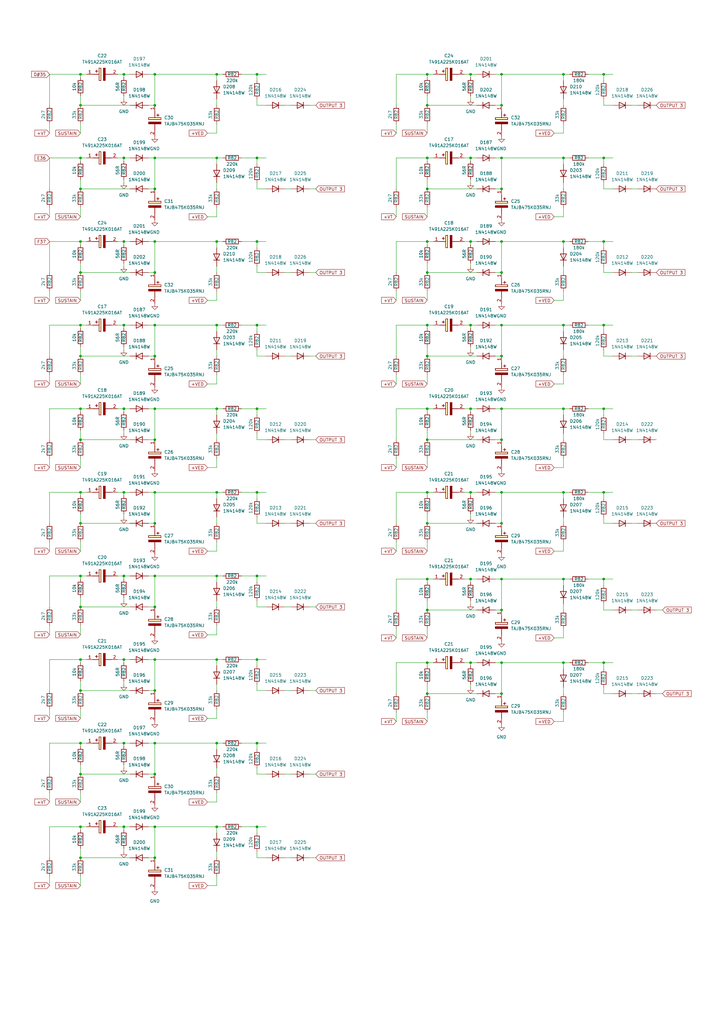
<source format=kicad_sch>
(kicad_sch (version 20230121) (generator eeschema)
  (paper "A3" portrait)
  (junction (at 231.14 99.06))
  (junction (at 247.65 30.48))
  (junction (at 193.04 167.64))
  (junction (at 33.02 270.51))
  (junction (at 33.02 317.5))
  (junction (at 33.02 214.63))
  (junction (at 205.74 214.63))
  (junction (at 205.74 284.48))
  (junction (at 205.74 167.64))
  (junction (at 88.9 64.77))
  (junction (at 175.26 133.35))
  (junction (at 33.02 99.06))
  (junction (at 50.8 270.51))
  (junction (at 33.02 30.48))
  (junction (at 63.5 64.77))
  (junction (at 175.26 167.64))
  (junction (at 231.14 201.93))
  (junction (at 33.02 167.64))
  (junction (at 175.26 250.19))
  (junction (at 105.41 30.48))
  (junction (at 63.5 304.8))
  (junction (at 175.26 146.05))
  (junction (at 88.9 201.93))
  (junction (at 63.5 43.18))
  (junction (at 205.74 43.18))
  (junction (at 175.26 284.48))
  (junction (at 33.02 351.79))
  (junction (at 33.02 64.77))
  (junction (at 205.74 201.93))
  (junction (at 33.02 43.18))
  (junction (at 88.9 304.8))
  (junction (at 247.65 237.49))
  (junction (at 105.41 133.35))
  (junction (at 175.26 201.93))
  (junction (at 175.26 99.06))
  (junction (at 193.04 237.49))
  (junction (at 175.26 64.77))
  (junction (at 105.41 339.09))
  (junction (at 50.8 339.09))
  (junction (at 205.74 146.05))
  (junction (at 33.02 236.22))
  (junction (at 231.14 271.78))
  (junction (at 105.41 99.06))
  (junction (at 175.26 43.18))
  (junction (at 63.5 236.22))
  (junction (at 247.65 99.06))
  (junction (at 105.41 270.51))
  (junction (at 88.9 270.51))
  (junction (at 33.02 146.05))
  (junction (at 63.5 248.92))
  (junction (at 33.02 201.93))
  (junction (at 105.41 236.22))
  (junction (at 205.74 30.48))
  (junction (at 63.5 99.06))
  (junction (at 88.9 236.22))
  (junction (at 247.65 64.77))
  (junction (at 205.74 250.19))
  (junction (at 33.02 304.8))
  (junction (at 247.65 167.64))
  (junction (at 63.5 317.5))
  (junction (at 205.74 99.06))
  (junction (at 50.8 167.64))
  (junction (at 231.14 133.35))
  (junction (at 105.41 201.93))
  (junction (at 88.9 167.64))
  (junction (at 63.5 77.47))
  (junction (at 231.14 237.49))
  (junction (at 205.74 64.77))
  (junction (at 33.02 133.35))
  (junction (at 175.26 77.47))
  (junction (at 175.26 30.48))
  (junction (at 63.5 30.48))
  (junction (at 205.74 237.49))
  (junction (at 63.5 201.93))
  (junction (at 247.65 271.78))
  (junction (at 205.74 271.78))
  (junction (at 50.8 236.22))
  (junction (at 33.02 339.09))
  (junction (at 175.26 111.76))
  (junction (at 33.02 248.92))
  (junction (at 88.9 339.09))
  (junction (at 63.5 214.63))
  (junction (at 50.8 64.77))
  (junction (at 63.5 283.21))
  (junction (at 50.8 133.35))
  (junction (at 175.26 271.78))
  (junction (at 193.04 271.78))
  (junction (at 105.41 304.8))
  (junction (at 63.5 146.05))
  (junction (at 205.74 133.35))
  (junction (at 231.14 167.64))
  (junction (at 193.04 201.93))
  (junction (at 50.8 201.93))
  (junction (at 50.8 30.48))
  (junction (at 63.5 167.64))
  (junction (at 33.02 77.47))
  (junction (at 175.26 237.49))
  (junction (at 175.26 180.34))
  (junction (at 50.8 99.06))
  (junction (at 247.65 201.93))
  (junction (at 50.8 304.8))
  (junction (at 247.65 133.35))
  (junction (at 33.02 180.34))
  (junction (at 205.74 180.34))
  (junction (at 193.04 64.77))
  (junction (at 63.5 111.76))
  (junction (at 88.9 30.48))
  (junction (at 231.14 64.77))
  (junction (at 193.04 99.06))
  (junction (at 63.5 180.34))
  (junction (at 63.5 133.35))
  (junction (at 63.5 351.79))
  (junction (at 205.74 111.76))
  (junction (at 33.02 111.76))
  (junction (at 88.9 99.06))
  (junction (at 105.41 64.77))
  (junction (at 193.04 30.48))
  (junction (at 88.9 133.35))
  (junction (at 231.14 30.48))
  (junction (at 63.5 270.51))
  (junction (at 63.5 339.09))
  (junction (at 175.26 214.63))
  (junction (at 205.74 77.47))
  (junction (at 33.02 283.21))
  (junction (at 105.41 167.64))
  (junction (at 193.04 133.35))
  (wire (pts (xy 231.14 99.06) (xy 205.74 99.06)))
  (wire (pts (xy 127 351.79) (xy 129.54 351.79)))
  (wire (pts (xy 88.9 270.51) (xy 63.5 270.51)))
  (wire (pts (xy 20.32 30.48) (xy 20.32 43.18)))
  (wire (pts (xy 116.84 317.5) (xy 119.38 317.5)))
  (wire (pts (xy 63.5 236.22) (xy 63.5 248.92)))
  (wire (pts (xy 20.32 270.51) (xy 20.32 283.21)))
  (wire (pts (xy 105.41 167.64) (xy 109.22 167.64)))
  (wire (pts (xy 33.02 214.63) (xy 53.34 214.63)))
  (wire (pts (xy 88.9 304.8) (xy 63.5 304.8)))
  (wire (pts (xy 85.09 88.9) (xy 88.9 88.9)))
  (wire (pts (xy 63.5 351.79) (xy 60.96 351.79)))
  (wire (pts (xy 88.9 99.06) (xy 91.44 99.06)))
  (wire (pts (xy 259.08 146.05) (xy 261.62 146.05)))
  (wire (pts (xy 50.8 306.07) (xy 50.8 304.8)))
  (wire (pts (xy 105.41 201.93) (xy 109.22 201.93)))
  (wire (pts (xy 193.04 99.06) (xy 195.58 99.06)))
  (wire (pts (xy 105.41 339.09) (xy 105.41 341.63)))
  (wire (pts (xy 20.32 359.41) (xy 20.32 363.22)))
  (wire (pts (xy 231.14 54.61) (xy 231.14 50.8)))
  (wire (pts (xy 48.26 133.35) (xy 50.8 133.35)))
  (wire (pts (xy 231.14 99.06) (xy 233.68 99.06)))
  (wire (pts (xy 190.5 201.93) (xy 193.04 201.93)))
  (wire (pts (xy 193.04 30.48) (xy 195.58 30.48)))
  (wire (pts (xy 88.9 67.31) (xy 88.9 64.77)))
  (wire (pts (xy 162.56 257.81) (xy 162.56 261.62)))
  (wire (pts (xy 231.14 133.35) (xy 233.68 133.35)))
  (wire (pts (xy 175.26 237.49) (xy 177.8 237.49)))
  (wire (pts (xy 241.3 237.49) (xy 247.65 237.49)))
  (wire (pts (xy 247.65 201.93) (xy 247.65 204.47)))
  (wire (pts (xy 231.14 123.19) (xy 231.14 119.38)))
  (wire (pts (xy 175.26 246.38) (xy 175.26 250.19)))
  (wire (pts (xy 105.41 283.21) (xy 109.22 283.21)))
  (wire (pts (xy 247.65 111.76) (xy 251.46 111.76)))
  (wire (pts (xy 33.02 248.92) (xy 53.34 248.92)))
  (wire (pts (xy 20.32 339.09) (xy 20.32 351.79)))
  (wire (pts (xy 33.02 180.34) (xy 53.34 180.34)))
  (wire (pts (xy 88.9 349.25) (xy 88.9 351.79)))
  (wire (pts (xy 33.02 134.62) (xy 33.02 133.35)))
  (wire (pts (xy 162.56 133.35) (xy 162.56 146.05)))
  (wire (pts (xy 50.8 340.36) (xy 50.8 339.09)))
  (wire (pts (xy 20.32 50.8) (xy 20.32 54.61)))
  (wire (pts (xy 105.41 99.06) (xy 109.22 99.06)))
  (wire (pts (xy 50.8 99.06) (xy 53.34 99.06)))
  (wire (pts (xy 193.04 168.91) (xy 193.04 167.64)))
  (wire (pts (xy 190.5 271.78) (xy 193.04 271.78)))
  (wire (pts (xy 105.41 64.77) (xy 109.22 64.77)))
  (wire (pts (xy 99.06 236.22) (xy 105.41 236.22)))
  (wire (pts (xy 231.14 170.18) (xy 231.14 167.64)))
  (wire (pts (xy 127 77.47) (xy 129.54 77.47)))
  (wire (pts (xy 127 43.18) (xy 129.54 43.18)))
  (wire (pts (xy 162.56 167.64) (xy 162.56 180.34)))
  (wire (pts (xy 50.8 64.77) (xy 53.34 64.77)))
  (wire (pts (xy 205.74 201.93) (xy 203.2 201.93)))
  (wire (pts (xy 231.14 135.89) (xy 231.14 133.35)))
  (wire (pts (xy 88.9 212.09) (xy 88.9 214.63)))
  (wire (pts (xy 193.04 176.53) (xy 193.04 177.8)))
  (wire (pts (xy 205.74 146.05) (xy 203.2 146.05)))
  (wire (pts (xy 205.74 284.48) (xy 203.2 284.48)))
  (wire (pts (xy 88.9 314.96) (xy 88.9 317.5)))
  (wire (pts (xy 20.32 119.38) (xy 20.32 123.19)))
  (wire (pts (xy 20.32 304.8) (xy 20.32 317.5)))
  (wire (pts (xy 33.02 187.96) (xy 33.02 191.77)))
  (wire (pts (xy 33.02 201.93) (xy 35.56 201.93)))
  (wire (pts (xy 231.14 143.51) (xy 231.14 146.05)))
  (wire (pts (xy 175.26 39.37) (xy 175.26 43.18)))
  (wire (pts (xy 88.9 339.09) (xy 63.5 339.09)))
  (wire (pts (xy 193.04 73.66) (xy 193.04 74.93)))
  (wire (pts (xy 190.5 64.77) (xy 193.04 64.77)))
  (wire (pts (xy 63.5 339.09) (xy 63.5 351.79)))
  (wire (pts (xy 193.04 237.49) (xy 195.58 237.49)))
  (wire (pts (xy 259.08 250.19) (xy 261.62 250.19)))
  (wire (pts (xy 231.14 177.8) (xy 231.14 180.34)))
  (wire (pts (xy 85.09 363.22) (xy 88.9 363.22)))
  (wire (pts (xy 33.02 270.51) (xy 35.56 270.51)))
  (wire (pts (xy 247.65 281.94) (xy 247.65 284.48)))
  (wire (pts (xy 162.56 237.49) (xy 162.56 250.19)))
  (wire (pts (xy 175.26 100.33) (xy 175.26 99.06)))
  (wire (pts (xy 33.02 167.64) (xy 35.56 167.64)))
  (wire (pts (xy 231.14 167.64) (xy 233.68 167.64)))
  (wire (pts (xy 259.08 214.63) (xy 261.62 214.63)))
  (wire (pts (xy 127 180.34) (xy 129.54 180.34)))
  (wire (pts (xy 63.5 111.76) (xy 60.96 111.76)))
  (wire (pts (xy 88.9 157.48) (xy 88.9 153.67)))
  (wire (pts (xy 247.65 212.09) (xy 247.65 214.63)))
  (wire (pts (xy 193.04 134.62) (xy 193.04 133.35)))
  (wire (pts (xy 231.14 204.47) (xy 231.14 201.93)))
  (wire (pts (xy 175.26 31.75) (xy 175.26 30.48)))
  (wire (pts (xy 20.32 99.06) (xy 33.02 99.06)))
  (wire (pts (xy 175.26 201.93) (xy 177.8 201.93)))
  (wire (pts (xy 20.32 64.77) (xy 20.32 77.47)))
  (wire (pts (xy 20.32 201.93) (xy 33.02 201.93)))
  (wire (pts (xy 50.8 30.48) (xy 53.34 30.48)))
  (wire (pts (xy 33.02 279.4) (xy 33.02 283.21)))
  (wire (pts (xy 175.26 142.24) (xy 175.26 146.05)))
  (wire (pts (xy 231.14 33.02) (xy 231.14 30.48)))
  (wire (pts (xy 247.65 133.35) (xy 247.65 135.89)))
  (wire (pts (xy 105.41 143.51) (xy 105.41 146.05)))
  (wire (pts (xy 193.04 201.93) (xy 195.58 201.93)))
  (wire (pts (xy 193.04 39.37) (xy 193.04 40.64)))
  (wire (pts (xy 162.56 237.49) (xy 175.26 237.49)))
  (wire (pts (xy 127 317.5) (xy 129.54 317.5)))
  (wire (pts (xy 231.14 133.35) (xy 205.74 133.35)))
  (wire (pts (xy 33.02 340.36) (xy 33.02 339.09)))
  (wire (pts (xy 205.74 111.76) (xy 203.2 111.76)))
  (wire (pts (xy 88.9 280.67) (xy 88.9 283.21)))
  (wire (pts (xy 175.26 210.82) (xy 175.26 214.63)))
  (wire (pts (xy 63.5 133.35) (xy 63.5 146.05)))
  (wire (pts (xy 231.14 67.31) (xy 231.14 64.77)))
  (wire (pts (xy 205.74 99.06) (xy 205.74 111.76)))
  (wire (pts (xy 162.56 133.35) (xy 175.26 133.35)))
  (wire (pts (xy 175.26 66.04) (xy 175.26 64.77)))
  (wire (pts (xy 247.65 146.05) (xy 251.46 146.05)))
  (wire (pts (xy 88.9 30.48) (xy 63.5 30.48)))
  (wire (pts (xy 33.02 99.06) (xy 35.56 99.06)))
  (wire (pts (xy 33.02 210.82) (xy 33.02 214.63)))
  (wire (pts (xy 88.9 201.93) (xy 91.44 201.93)))
  (wire (pts (xy 63.5 339.09) (xy 60.96 339.09)))
  (wire (pts (xy 175.26 77.47) (xy 195.58 77.47)))
  (wire (pts (xy 33.02 283.21) (xy 53.34 283.21)))
  (wire (pts (xy 99.06 201.93) (xy 105.41 201.93)))
  (wire (pts (xy 162.56 119.38) (xy 162.56 123.19)))
  (wire (pts (xy 205.74 167.64) (xy 203.2 167.64)))
  (wire (pts (xy 231.14 101.6) (xy 231.14 99.06)))
  (wire (pts (xy 162.56 271.78) (xy 175.26 271.78)))
  (wire (pts (xy 50.8 203.2) (xy 50.8 201.93)))
  (wire (pts (xy 33.02 256.54) (xy 33.02 260.35)))
  (wire (pts (xy 88.9 99.06) (xy 63.5 99.06)))
  (wire (pts (xy 50.8 210.82) (xy 50.8 212.09)))
  (wire (pts (xy 231.14 109.22) (xy 231.14 111.76)))
  (wire (pts (xy 85.09 191.77) (xy 88.9 191.77)))
  (wire (pts (xy 88.9 363.22) (xy 88.9 359.41)))
  (wire (pts (xy 33.02 347.98) (xy 33.02 351.79)))
  (wire (pts (xy 88.9 236.22) (xy 91.44 236.22)))
  (wire (pts (xy 231.14 212.09) (xy 231.14 214.63)))
  (wire (pts (xy 63.5 304.8) (xy 60.96 304.8)))
  (wire (pts (xy 33.02 304.8) (xy 35.56 304.8)))
  (wire (pts (xy 116.84 77.47) (xy 119.38 77.47)))
  (wire (pts (xy 88.9 40.64) (xy 88.9 43.18)))
  (wire (pts (xy 88.9 88.9) (xy 88.9 85.09)))
  (wire (pts (xy 231.14 271.78) (xy 205.74 271.78)))
  (wire (pts (xy 33.02 142.24) (xy 33.02 146.05)))
  (wire (pts (xy 162.56 99.06) (xy 162.56 111.76)))
  (wire (pts (xy 175.26 273.05) (xy 175.26 271.78)))
  (wire (pts (xy 127 146.05) (xy 129.54 146.05)))
  (wire (pts (xy 175.26 134.62) (xy 175.26 133.35)))
  (wire (pts (xy 48.26 201.93) (xy 50.8 201.93)))
  (wire (pts (xy 33.02 85.09) (xy 33.02 88.9)))
  (wire (pts (xy 162.56 64.77) (xy 162.56 77.47)))
  (wire (pts (xy 33.02 290.83) (xy 33.02 294.64)))
  (wire (pts (xy 127 214.63) (xy 129.54 214.63)))
  (wire (pts (xy 241.3 64.77) (xy 247.65 64.77)))
  (wire (pts (xy 241.3 133.35) (xy 247.65 133.35)))
  (wire (pts (xy 63.5 146.05) (xy 60.96 146.05)))
  (wire (pts (xy 63.5 133.35) (xy 60.96 133.35)))
  (wire (pts (xy 247.65 30.48) (xy 247.65 33.02)))
  (wire (pts (xy 205.74 167.64) (xy 205.74 180.34)))
  (wire (pts (xy 99.06 30.48) (xy 105.41 30.48)))
  (wire (pts (xy 247.65 99.06) (xy 247.65 101.6)))
  (wire (pts (xy 20.32 187.96) (xy 20.32 191.77)))
  (wire (pts (xy 175.26 64.77) (xy 177.8 64.77)))
  (wire (pts (xy 247.65 40.64) (xy 247.65 43.18)))
  (wire (pts (xy 20.32 99.06) (xy 20.32 111.76)))
  (wire (pts (xy 33.02 306.07) (xy 33.02 304.8)))
  (wire (pts (xy 88.9 307.34) (xy 88.9 304.8)))
  (wire (pts (xy 33.02 64.77) (xy 35.56 64.77)))
  (wire (pts (xy 247.65 133.35) (xy 251.46 133.35)))
  (wire (pts (xy 63.5 167.64) (xy 60.96 167.64)))
  (wire (pts (xy 48.26 30.48) (xy 50.8 30.48)))
  (wire (pts (xy 88.9 133.35) (xy 63.5 133.35)))
  (wire (pts (xy 193.04 142.24) (xy 193.04 143.51)))
  (wire (pts (xy 50.8 279.4) (xy 50.8 280.67)))
  (wire (pts (xy 88.9 167.64) (xy 63.5 167.64)))
  (wire (pts (xy 269.24 284.48) (xy 271.78 284.48)))
  (wire (pts (xy 247.65 271.78) (xy 247.65 274.32)))
  (wire (pts (xy 85.09 226.06) (xy 88.9 226.06)))
  (wire (pts (xy 116.84 111.76) (xy 119.38 111.76)))
  (wire (pts (xy 20.32 236.22) (xy 20.32 248.92)))
  (wire (pts (xy 20.32 153.67) (xy 20.32 157.48)))
  (wire (pts (xy 175.26 85.09) (xy 175.26 88.9)))
  (wire (pts (xy 231.14 226.06) (xy 231.14 222.25)))
  (wire (pts (xy 88.9 74.93) (xy 88.9 77.47)))
  (wire (pts (xy 247.65 77.47) (xy 251.46 77.47)))
  (wire (pts (xy 50.8 73.66) (xy 50.8 74.93)))
  (wire (pts (xy 50.8 201.93) (xy 53.34 201.93)))
  (wire (pts (xy 227.33 88.9) (xy 231.14 88.9)))
  (wire (pts (xy 50.8 347.98) (xy 50.8 349.25)))
  (wire (pts (xy 175.26 238.76) (xy 175.26 237.49)))
  (wire (pts (xy 227.33 54.61) (xy 231.14 54.61)))
  (wire (pts (xy 105.41 248.92) (xy 109.22 248.92)))
  (wire (pts (xy 63.5 167.64) (xy 63.5 180.34)))
  (wire (pts (xy 247.65 284.48) (xy 251.46 284.48)))
  (wire (pts (xy 231.14 295.91) (xy 231.14 292.1)))
  (wire (pts (xy 33.02 73.66) (xy 33.02 77.47)))
  (wire (pts (xy 205.74 43.18) (xy 203.2 43.18)))
  (wire (pts (xy 205.74 64.77) (xy 203.2 64.77)))
  (wire (pts (xy 88.9 238.76) (xy 88.9 236.22)))
  (wire (pts (xy 205.74 180.34) (xy 203.2 180.34)))
  (wire (pts (xy 63.5 77.47) (xy 60.96 77.47)))
  (wire (pts (xy 227.33 226.06) (xy 231.14 226.06)))
  (wire (pts (xy 50.8 339.09) (xy 53.34 339.09)))
  (wire (pts (xy 99.06 339.09) (xy 105.41 339.09)))
  (wire (pts (xy 105.41 351.79) (xy 109.22 351.79)))
  (wire (pts (xy 33.02 222.25) (xy 33.02 226.06)))
  (wire (pts (xy 241.3 201.93) (xy 247.65 201.93)))
  (wire (pts (xy 247.65 143.51) (xy 247.65 146.05)))
  (wire (pts (xy 63.5 99.06) (xy 63.5 111.76)))
  (wire (pts (xy 88.9 270.51) (xy 91.44 270.51)))
  (wire (pts (xy 33.02 66.04) (xy 33.02 64.77)))
  (wire (pts (xy 88.9 273.05) (xy 88.9 270.51)))
  (wire (pts (xy 85.09 54.61) (xy 88.9 54.61)))
  (wire (pts (xy 175.26 111.76) (xy 195.58 111.76)))
  (wire (pts (xy 269.24 250.19) (xy 271.78 250.19)))
  (wire (pts (xy 63.5 270.51) (xy 60.96 270.51)))
  (wire (pts (xy 99.06 270.51) (xy 105.41 270.51)))
  (wire (pts (xy 241.3 99.06) (xy 247.65 99.06)))
  (wire (pts (xy 63.5 99.06) (xy 60.96 99.06)))
  (wire (pts (xy 193.04 210.82) (xy 193.04 212.09)))
  (wire (pts (xy 105.41 43.18) (xy 109.22 43.18)))
  (wire (pts (xy 190.5 133.35) (xy 193.04 133.35)))
  (wire (pts (xy 33.02 203.2) (xy 33.02 201.93)))
  (wire (pts (xy 63.5 201.93) (xy 60.96 201.93)))
  (wire (pts (xy 175.26 222.25) (xy 175.26 226.06)))
  (wire (pts (xy 105.41 146.05) (xy 109.22 146.05)))
  (wire (pts (xy 247.65 167.64) (xy 251.46 167.64)))
  (wire (pts (xy 33.02 100.33) (xy 33.02 99.06)))
  (wire (pts (xy 33.02 31.75) (xy 33.02 30.48)))
  (wire (pts (xy 50.8 66.04) (xy 50.8 64.77)))
  (wire (pts (xy 231.14 30.48) (xy 233.68 30.48)))
  (wire (pts (xy 88.9 339.09) (xy 91.44 339.09)))
  (wire (pts (xy 85.09 157.48) (xy 88.9 157.48)))
  (wire (pts (xy 162.56 167.64) (xy 175.26 167.64)))
  (wire (pts (xy 162.56 85.09) (xy 162.56 88.9)))
  (wire (pts (xy 50.8 167.64) (xy 53.34 167.64)))
  (wire (pts (xy 63.5 43.18) (xy 60.96 43.18)))
  (wire (pts (xy 193.04 238.76) (xy 193.04 237.49)))
  (wire (pts (xy 162.56 187.96) (xy 162.56 191.77)))
  (wire (pts (xy 20.32 30.48) (xy 33.02 30.48)))
  (wire (pts (xy 99.06 304.8) (xy 105.41 304.8)))
  (wire (pts (xy 227.33 261.62) (xy 231.14 261.62)))
  (wire (pts (xy 105.41 212.09) (xy 105.41 214.63)))
  (wire (pts (xy 88.9 201.93) (xy 63.5 201.93)))
  (wire (pts (xy 105.41 314.96) (xy 105.41 317.5)))
  (wire (pts (xy 162.56 153.67) (xy 162.56 157.48)))
  (wire (pts (xy 105.41 317.5) (xy 109.22 317.5)))
  (wire (pts (xy 190.5 237.49) (xy 193.04 237.49)))
  (wire (pts (xy 33.02 30.48) (xy 35.56 30.48)))
  (wire (pts (xy 231.14 281.94) (xy 231.14 284.48)))
  (wire (pts (xy 88.9 226.06) (xy 88.9 222.25)))
  (wire (pts (xy 231.14 74.93) (xy 231.14 77.47)))
  (wire (pts (xy 63.5 283.21) (xy 60.96 283.21)))
  (wire (pts (xy 63.5 214.63) (xy 60.96 214.63)))
  (wire (pts (xy 33.02 236.22) (xy 35.56 236.22)))
  (wire (pts (xy 63.5 30.48) (xy 60.96 30.48)))
  (wire (pts (xy 231.14 201.93) (xy 233.68 201.93)))
  (wire (pts (xy 88.9 204.47) (xy 88.9 201.93)))
  (wire (pts (xy 88.9 246.38) (xy 88.9 248.92)))
  (wire (pts (xy 116.84 43.18) (xy 119.38 43.18)))
  (wire (pts (xy 88.9 101.6) (xy 88.9 99.06)))
  (wire (pts (xy 33.02 168.91) (xy 33.02 167.64)))
  (wire (pts (xy 241.3 30.48) (xy 247.65 30.48)))
  (wire (pts (xy 231.14 261.62) (xy 231.14 257.81)))
  (wire (pts (xy 193.04 100.33) (xy 193.04 99.06)))
  (wire (pts (xy 63.5 248.92) (xy 60.96 248.92)))
  (wire (pts (xy 247.65 74.93) (xy 247.65 77.47)))
  (wire (pts (xy 231.14 88.9) (xy 231.14 85.09)))
  (wire (pts (xy 88.9 294.64) (xy 88.9 290.83)))
  (wire (pts (xy 105.41 236.22) (xy 109.22 236.22)))
  (wire (pts (xy 50.8 304.8) (xy 53.34 304.8)))
  (wire (pts (xy 259.08 111.76) (xy 261.62 111.76)))
  (wire (pts (xy 247.65 30.48) (xy 251.46 30.48)))
  (wire (pts (xy 50.8 271.78) (xy 50.8 270.51)))
  (wire (pts (xy 63.5 236.22) (xy 60.96 236.22)))
  (wire (pts (xy 105.41 339.09) (xy 109.22 339.09)))
  (wire (pts (xy 241.3 167.64) (xy 247.65 167.64)))
  (wire (pts (xy 88.9 123.19) (xy 88.9 119.38)))
  (wire (pts (xy 205.74 30.48) (xy 203.2 30.48)))
  (wire (pts (xy 247.65 271.78) (xy 251.46 271.78)))
  (wire (pts (xy 175.26 292.1) (xy 175.26 295.91)))
  (wire (pts (xy 175.26 73.66) (xy 175.26 77.47)))
  (wire (pts (xy 162.56 201.93) (xy 175.26 201.93)))
  (wire (pts (xy 227.33 295.91) (xy 231.14 295.91)))
  (wire (pts (xy 48.26 304.8) (xy 50.8 304.8)))
  (wire (pts (xy 88.9 54.61) (xy 88.9 50.8)))
  (wire (pts (xy 259.08 77.47) (xy 261.62 77.47)))
  (wire (pts (xy 247.65 43.18) (xy 251.46 43.18)))
  (wire (pts (xy 231.14 30.48) (xy 205.74 30.48)))
  (wire (pts (xy 50.8 142.24) (xy 50.8 143.51)))
  (wire (pts (xy 175.26 99.06) (xy 177.8 99.06)))
  (wire (pts (xy 247.65 177.8) (xy 247.65 180.34)))
  (wire (pts (xy 33.02 133.35) (xy 35.56 133.35)))
  (wire (pts (xy 175.26 146.05) (xy 195.58 146.05)))
  (wire (pts (xy 231.14 237.49) (xy 233.68 237.49)))
  (wire (pts (xy 205.74 237.49) (xy 203.2 237.49)))
  (wire (pts (xy 205.74 271.78) (xy 203.2 271.78)))
  (wire (pts (xy 259.08 284.48) (xy 261.62 284.48)))
  (wire (pts (xy 85.09 328.93) (xy 88.9 328.93)))
  (wire (pts (xy 241.3 271.78) (xy 247.65 271.78)))
  (wire (pts (xy 247.65 180.34) (xy 251.46 180.34)))
  (wire (pts (xy 247.65 99.06) (xy 251.46 99.06)))
  (wire (pts (xy 105.41 177.8) (xy 105.41 180.34)))
  (wire (pts (xy 33.02 107.95) (xy 33.02 111.76)))
  (wire (pts (xy 247.65 64.77) (xy 251.46 64.77)))
  (wire (pts (xy 162.56 50.8) (xy 162.56 54.61)))
  (wire (pts (xy 33.02 176.53) (xy 33.02 180.34)))
  (wire (pts (xy 162.56 99.06) (xy 175.26 99.06)))
  (wire (pts (xy 231.14 191.77) (xy 231.14 187.96)))
  (wire (pts (xy 247.65 64.77) (xy 247.65 67.31)))
  (wire (pts (xy 193.04 280.67) (xy 193.04 281.94)))
  (wire (pts (xy 247.65 247.65) (xy 247.65 250.19)))
  (wire (pts (xy 175.26 284.48) (xy 195.58 284.48)))
  (wire (pts (xy 231.14 274.32) (xy 231.14 271.78)))
  (wire (pts (xy 20.32 304.8) (xy 33.02 304.8)))
  (wire (pts (xy 105.41 109.22) (xy 105.41 111.76)))
  (wire (pts (xy 20.32 270.51) (xy 33.02 270.51)))
  (wire (pts (xy 247.65 237.49) (xy 247.65 240.03)))
  (wire (pts (xy 33.02 77.47) (xy 53.34 77.47)))
  (wire (pts (xy 193.04 66.04) (xy 193.04 64.77)))
  (wire (pts (xy 33.02 111.76) (xy 53.34 111.76)))
  (wire (pts (xy 247.65 250.19) (xy 251.46 250.19)))
  (wire (pts (xy 247.65 214.63) (xy 251.46 214.63)))
  (wire (pts (xy 259.08 43.18) (xy 261.62 43.18)))
  (wire (pts (xy 88.9 109.22) (xy 88.9 111.76)))
  (wire (pts (xy 105.41 30.48) (xy 105.41 33.02)))
  (wire (pts (xy 88.9 33.02) (xy 88.9 30.48)))
  (wire (pts (xy 63.5 180.34) (xy 60.96 180.34)))
  (wire (pts (xy 127 283.21) (xy 129.54 283.21)))
  (wire (pts (xy 88.9 135.89) (xy 88.9 133.35)))
  (wire (pts (xy 105.41 270.51) (xy 109.22 270.51)))
  (wire (pts (xy 48.26 339.09) (xy 50.8 339.09)))
  (wire (pts (xy 48.26 99.06) (xy 50.8 99.06)))
  (wire (pts (xy 105.41 304.8) (xy 109.22 304.8)))
  (wire (pts (xy 127 111.76) (xy 129.54 111.76)))
  (wire (pts (xy 175.26 203.2) (xy 175.26 201.93)))
  (wire (pts (xy 162.56 30.48) (xy 175.26 30.48)))
  (wire (pts (xy 50.8 100.33) (xy 50.8 99.06)))
  (wire (pts (xy 105.41 133.35) (xy 109.22 133.35)))
  (wire (pts (xy 205.74 77.47) (xy 203.2 77.47)))
  (wire (pts (xy 63.5 317.5) (xy 60.96 317.5)))
  (wire (pts (xy 175.26 280.67) (xy 175.26 284.48)))
  (wire (pts (xy 231.14 237.49) (xy 205.74 237.49)))
  (wire (pts (xy 162.56 222.25) (xy 162.56 226.06)))
  (wire (pts (xy 205.74 99.06) (xy 203.2 99.06)))
  (wire (pts (xy 50.8 176.53) (xy 50.8 177.8)))
  (wire (pts (xy 162.56 201.93) (xy 162.56 214.63)))
  (wire (pts (xy 175.26 176.53) (xy 175.26 180.34)))
  (wire (pts (xy 33.02 146.05) (xy 53.34 146.05)))
  (wire (pts (xy 231.14 201.93) (xy 205.74 201.93)))
  (wire (pts (xy 205.74 133.35) (xy 203.2 133.35)))
  (wire (pts (xy 105.41 111.76) (xy 109.22 111.76)))
  (wire (pts (xy 231.14 64.77) (xy 233.68 64.77)))
  (wire (pts (xy 162.56 30.48) (xy 162.56 43.18)))
  (wire (pts (xy 88.9 177.8) (xy 88.9 180.34)))
  (wire (pts (xy 20.32 325.12) (xy 20.32 328.93)))
  (wire (pts (xy 205.74 201.93) (xy 205.74 214.63)))
  (wire (pts (xy 175.26 214.63) (xy 195.58 214.63)))
  (wire (pts (xy 105.41 30.48) (xy 109.22 30.48)))
  (wire (pts (xy 231.14 64.77) (xy 205.74 64.77)))
  (wire (pts (xy 105.41 167.64) (xy 105.41 170.18)))
  (wire (pts (xy 48.26 270.51) (xy 50.8 270.51)))
  (wire (pts (xy 50.8 31.75) (xy 50.8 30.48)))
  (wire (pts (xy 50.8 313.69) (xy 50.8 314.96)))
  (wire (pts (xy 48.26 236.22) (xy 50.8 236.22)))
  (wire (pts (xy 193.04 167.64) (xy 195.58 167.64)))
  (wire (pts (xy 105.41 236.22) (xy 105.41 238.76)))
  (wire (pts (xy 20.32 167.64) (xy 20.32 180.34)))
  (wire (pts (xy 162.56 292.1) (xy 162.56 295.91)))
  (wire (pts (xy 20.32 64.77) (xy 33.02 64.77)))
  (wire (pts (xy 175.26 167.64) (xy 177.8 167.64)))
  (wire (pts (xy 50.8 237.49) (xy 50.8 236.22)))
  (wire (pts (xy 50.8 236.22) (xy 53.34 236.22)))
  (wire (pts (xy 20.32 133.35) (xy 20.32 146.05)))
  (wire (pts (xy 33.02 237.49) (xy 33.02 236.22)))
  (wire (pts (xy 33.02 119.38) (xy 33.02 123.19)))
  (wire (pts (xy 175.26 271.78) (xy 177.8 271.78)))
  (wire (pts (xy 50.8 39.37) (xy 50.8 40.64)))
  (wire (pts (xy 63.5 201.93) (xy 63.5 214.63)))
  (wire (pts (xy 105.41 201.93) (xy 105.41 204.47)))
  (wire (pts (xy 116.84 351.79) (xy 119.38 351.79)))
  (wire (pts (xy 247.65 201.93) (xy 251.46 201.93)))
  (wire (pts (xy 88.9 304.8) (xy 91.44 304.8)))
  (wire (pts (xy 175.26 257.81) (xy 175.26 261.62)))
  (wire (pts (xy 175.26 119.38) (xy 175.26 123.19)))
  (wire (pts (xy 105.41 64.77) (xy 105.41 67.31)))
  (wire (pts (xy 175.26 43.18) (xy 195.58 43.18)))
  (wire (pts (xy 88.9 30.48) (xy 91.44 30.48)))
  (wire (pts (xy 20.32 290.83) (xy 20.32 294.64)))
  (wire (pts (xy 88.9 133.35) (xy 91.44 133.35)))
  (wire (pts (xy 99.06 64.77) (xy 105.41 64.77)))
  (wire (pts (xy 50.8 134.62) (xy 50.8 133.35)))
  (wire (pts (xy 205.74 250.19) (xy 203.2 250.19)))
  (wire (pts (xy 20.32 133.35) (xy 33.02 133.35)))
  (wire (pts (xy 88.9 191.77) (xy 88.9 187.96)))
  (wire (pts (xy 247.65 237.49) (xy 251.46 237.49)))
  (wire (pts (xy 33.02 313.69) (xy 33.02 317.5)))
  (wire (pts (xy 247.65 167.64) (xy 247.65 170.18)))
  (wire (pts (xy 63.5 64.77) (xy 63.5 77.47)))
  (wire (pts (xy 175.26 153.67) (xy 175.26 157.48)))
  (wire (pts (xy 205.74 64.77) (xy 205.74 77.47)))
  (wire (pts (xy 88.9 341.63) (xy 88.9 339.09)))
  (wire (pts (xy 20.32 85.09) (xy 20.32 88.9)))
  (wire (pts (xy 85.09 260.35) (xy 88.9 260.35)))
  (wire (pts (xy 88.9 64.77) (xy 63.5 64.77)))
  (wire (pts (xy 116.84 146.05) (xy 119.38 146.05)))
  (wire (pts (xy 33.02 39.37) (xy 33.02 43.18)))
  (wire (pts (xy 205.74 214.63) (xy 203.2 214.63)))
  (wire (pts (xy 205.74 30.48) (xy 205.74 43.18)))
  (wire (pts (xy 105.41 74.93) (xy 105.41 77.47)))
  (wire (pts (xy 33.02 317.5) (xy 53.34 317.5)))
  (wire (pts (xy 105.41 280.67) (xy 105.41 283.21)))
  (wire (pts (xy 48.26 167.64) (xy 50.8 167.64)))
  (wire (pts (xy 116.84 248.92) (xy 119.38 248.92)))
  (wire (pts (xy 50.8 133.35) (xy 53.34 133.35)))
  (wire (pts (xy 85.09 294.64) (xy 88.9 294.64)))
  (wire (pts (xy 105.41 214.63) (xy 109.22 214.63)))
  (wire (pts (xy 116.84 214.63) (xy 119.38 214.63)))
  (wire (pts (xy 227.33 157.48) (xy 231.14 157.48)))
  (wire (pts (xy 175.26 30.48) (xy 177.8 30.48)))
  (wire (pts (xy 99.06 167.64) (xy 105.41 167.64)))
  (wire (pts (xy 88.9 236.22) (xy 63.5 236.22)))
  (wire (pts (xy 99.06 99.06) (xy 105.41 99.06)))
  (wire (pts (xy 193.04 31.75) (xy 193.04 30.48)))
  (wire (pts (xy 190.5 167.64) (xy 193.04 167.64)))
  (wire (pts (xy 33.02 50.8) (xy 33.02 54.61)))
  (wire (pts (xy 63.5 270.51) (xy 63.5 283.21)))
  (wire (pts (xy 88.9 170.18) (xy 88.9 167.64)))
  (wire (pts (xy 193.04 203.2) (xy 193.04 201.93)))
  (wire (pts (xy 63.5 64.77) (xy 60.96 64.77)))
  (wire (pts (xy 33.02 339.09) (xy 35.56 339.09)))
  (wire (pts (xy 190.5 99.06) (xy 193.04 99.06)))
  (wire (pts (xy 227.33 191.77) (xy 231.14 191.77)))
  (wire (pts (xy 162.56 64.77) (xy 175.26 64.77)))
  (wire (pts (xy 99.06 133.35) (xy 105.41 133.35)))
  (wire (pts (xy 205.74 133.35) (xy 205.74 146.05)))
  (wire (pts (xy 33.02 153.67) (xy 33.02 157.48)))
  (wire (pts (xy 105.41 270.51) (xy 105.41 273.05)))
  (wire (pts (xy 205.74 237.49) (xy 205.74 250.19)))
  (wire (pts (xy 50.8 107.95) (xy 50.8 109.22)))
  (wire (pts (xy 33.02 271.78) (xy 33.02 270.51)))
  (wire (pts (xy 105.41 133.35) (xy 105.41 135.89)))
  (wire (pts (xy 88.9 64.77) (xy 91.44 64.77)))
  (wire (pts (xy 48.26 64.77) (xy 50.8 64.77)))
  (wire (pts (xy 88.9 167.64) (xy 91.44 167.64)))
  (wire (pts (xy 193.04 271.78) (xy 195.58 271.78)))
  (wire (pts (xy 50.8 270.51) (xy 53.34 270.51)))
  (wire (pts (xy 105.41 304.8) (xy 105.41 307.34)))
  (wire (pts (xy 193.04 246.38) (xy 193.04 247.65)))
  (wire (pts (xy 231.14 157.48) (xy 231.14 153.67)))
  (wire (pts (xy 105.41 77.47) (xy 109.22 77.47)))
  (wire (pts (xy 20.32 222.25) (xy 20.32 226.06)))
  (wire (pts (xy 175.26 250.19) (xy 195.58 250.19)))
  (wire (pts (xy 127 248.92) (xy 129.54 248.92)))
  (wire (pts (xy 193.04 107.95) (xy 193.04 109.22)))
  (wire (pts (xy 20.32 256.54) (xy 20.32 260.35)))
  (wire (pts (xy 105.41 246.38) (xy 105.41 248.92)))
  (wire (pts (xy 88.9 143.51) (xy 88.9 146.05)))
  (wire (pts (xy 116.84 180.34) (xy 119.38 180.34)))
  (wire (pts (xy 50.8 245.11) (xy 50.8 246.38)))
  (wire (pts (xy 85.09 123.19) (xy 88.9 123.19)))
  (wire (pts (xy 20.32 339.09) (xy 33.02 339.09)))
  (wire (pts (xy 175.26 107.95) (xy 175.26 111.76)))
  (wire (pts (xy 227.33 123.19) (xy 231.14 123.19)))
  (wire (pts (xy 175.26 187.96) (xy 175.26 191.77)))
  (wire (pts (xy 33.02 359.41) (xy 33.02 363.22)))
  (wire (pts (xy 33.02 351.79) (xy 53.34 351.79)))
  (wire (pts (xy 88.9 328.93) (xy 88.9 325.12)))
  (wire (pts (xy 190.5 30.48) (xy 193.04 30.48)))
  (wire (pts (xy 63.5 304.8) (xy 63.5 317.5)))
  (wire (pts (xy 63.5 30.48) (xy 63.5 43.18)))
  (wire (pts (xy 105.41 349.25) (xy 105.41 351.79)))
  (wire (pts (xy 50.8 168.91) (xy 50.8 167.64)))
  (wire (pts (xy 33.02 245.11) (xy 33.02 248.92)))
  (wire (pts (xy 105.41 180.34) (xy 109.22 180.34)))
  (wire (pts (xy 193.04 133.35) (xy 195.58 133.35)))
  (wire (pts (xy 175.26 133.35) (xy 177.8 133.35)))
  (wire (pts (xy 33.02 43.18) (xy 53.34 43.18)))
  (wire (pts (xy 175.26 168.91) (xy 175.26 167.64)))
  (wire (pts (xy 231.14 247.65) (xy 231.14 250.19)))
  (wire (pts (xy 247.65 109.22) (xy 247.65 111.76)))
  (wire (pts (xy 193.04 273.05) (xy 193.04 271.78)))
  (wire (pts (xy 231.14 40.64) (xy 231.14 43.18)))
  (wire (pts (xy 116.84 283.21) (xy 119.38 283.21)))
  (wire (pts (xy 162.56 271.78) (xy 162.56 284.48)))
  (wire (pts (xy 231.14 271.78) (xy 233.68 271.78)))
  (wire (pts (xy 20.32 167.64) (xy 33.02 167.64)))
  (wire (pts (xy 33.02 325.12) (xy 33.02 328.93)))
  (wire (pts (xy 175.26 50.8) (xy 175.26 54.61)))
  (wire (pts (xy 259.08 180.34) (xy 261.62 180.34)))
  (wire (pts (xy 231.14 167.64) (xy 205.74 167.64)))
  (wire (pts (xy 105.41 99.06) (xy 105.41 101.6)))
  (wire (pts (xy 231.14 240.03) (xy 231.14 237.49)))
  (wire (pts (xy 105.41 40.64) (xy 105.41 43.18)))
  (wire (pts (xy 205.74 271.78) (xy 205.74 284.48)))
  (wire (pts (xy 175.26 180.34) (xy 195.58 180.34)))
  (wire (pts (xy 20.32 201.93) (xy 20.32 214.63)))
  (wire (pts (xy 88.9 260.35) (xy 88.9 256.54)))
  (wire (pts (xy 20.32 236.22) (xy 33.02 236.22)))
  (wire (pts (xy 193.04 64.77) (xy 195.58 64.77)))
  (global_label "+VED" (shape input) (at 85.09 191.77 180) (property "Intersheetrefs" "${INTERSHEET_REFS}" (effects hide)))
  (global_label "+VT" (shape input) (at 20.32 54.61 180) (property "Intersheetrefs" "${INTERSHEET_REFS}" (effects hide)))
  (global_label "OUTPUT 3" (shape input) (at 129.54 43.18 0) (property "Intersheetrefs" "${INTERSHEET_REFS}" (effects hide)))
  (global_label "SUSTAIN" (shape input) (at 175.26 88.9 180) (property "Intersheetrefs" "${INTERSHEET_REFS}" (effects hide)))
  (global_label "+VED" (shape input) (at 85.09 363.22 180) (property "Intersheetrefs" "${INTERSHEET_REFS}" (effects hide)))
  (global_label "OUTPUT 3" (shape input) (at 129.54 111.76 0) (property "Intersheetrefs" "${INTERSHEET_REFS}" (effects hide)))
  (global_label "OUTPUT 3" (shape input) (at 269.24 43.18 0) (property "Intersheetrefs" "${INTERSHEET_REFS}" (effects hide)))
  (global_label "+VED" (shape input) (at 85.09 260.35 180) (property "Intersheetrefs" "${INTERSHEET_REFS}" (effects hide)))
  (global_label "+VT" (shape input) (at 20.32 363.22 180) (property "Intersheetrefs" "${INTERSHEET_REFS}" (effects hide)))
  (global_label "+VED" (shape input) (at 85.09 54.61 180) (property "Intersheetrefs" "${INTERSHEET_REFS}" (effects hide)))
  (global_label "SUSTAIN" (shape input) (at 175.26 295.91 180) (property "Intersheetrefs" "${INTERSHEET_REFS}" (effects hide)))
  (global_label "+VT" (shape input) (at 20.32 157.48 180) (property "Intersheetrefs" "${INTERSHEET_REFS}" (effects hide)))
  (global_label "+VT" (shape input) (at 20.32 328.93 180) (property "Intersheetrefs" "${INTERSHEET_REFS}" (effects hide)))
  (global_label "+VED" (shape input) (at 85.09 123.19 180) (property "Intersheetrefs" "${INTERSHEET_REFS}" (effects hide)))
  (global_label "SUSTAIN" (shape input) (at 175.26 226.06 180) (property "Intersheetrefs" "${INTERSHEET_REFS}" (effects hide)))
  (global_label "+VT" (shape input) (at 162.56 295.91 180) (property "Intersheetrefs" "${INTERSHEET_REFS}" (effects hide)))
  (global_label "+VT" (shape input) (at 20.32 191.77 180) (property "Intersheetrefs" "${INTERSHEET_REFS}" (effects hide)))
  (global_label "OUTPUT 3" (shape input) (at 129.54 351.79 0) (property "Intersheetrefs" "${INTERSHEET_REFS}" (effects hide)))
  (global_label "OUTPUT 3" (shape input) (at 129.54 77.47 0) (property "Intersheetrefs" "${INTERSHEET_REFS}" (effects hide)))
  (global_label "SUSTAIN" (shape input) (at 33.02 157.48 180) (property "Intersheetrefs" "${INTERSHEET_REFS}" (effects hide)))
  (global_label "+VT" (shape input) (at 162.56 261.62 180) (property "Intersheetrefs" "${INTERSHEET_REFS}" (effects hide)))
  (global_label "+VED" (shape input) (at 227.33 123.19 180) (property "Intersheetrefs" "${INTERSHEET_REFS}" (effects hide)))
  (global_label "+VT" (shape input) (at 20.32 123.19 180) (property "Intersheetrefs" "${INTERSHEET_REFS}" (effects hide)))
  (global_label "SUSTAIN" (shape input) (at 33.02 54.61 180) (property "Intersheetrefs" "${INTERSHEET_REFS}" (effects hide)))
  (global_label "D#35" (shape input) (at 20.32 30.48 180) (property "Intersheetrefs" "${INTERSHEET_REFS}" (effects hide)))
  (global_label "+VED" (shape input) (at 227.33 157.48 180) (property "Intersheetrefs" "${INTERSHEET_REFS}" (effects hide)))
  (global_label "+VT" (shape input) (at 162.56 157.48 180) (property "Intersheetrefs" "${INTERSHEET_REFS}" (effects hide)))
  (global_label "SUSTAIN" (shape input) (at 33.02 226.06 180) (property "Intersheetrefs" "${INTERSHEET_REFS}" (effects hide)))
  (global_label "+VED" (shape input) (at 85.09 328.93 180) (property "Intersheetrefs" "${INTERSHEET_REFS}" (effects hide)))
  (global_label "OUTPUT 3" (shape input) (at 271.78 250.19 0) (property "Intersheetrefs" "${INTERSHEET_REFS}" (effects hide)))
  (global_label "+VT" (shape input) (at 20.32 88.9 180) (property "Intersheetrefs" "${INTERSHEET_REFS}" (effects hide)))
  (global_label "+VED" (shape input) (at 227.33 54.61 180) (property "Intersheetrefs" "${INTERSHEET_REFS}" (effects hide)))
  (global_label "SUSTAIN" (shape input) (at 33.02 88.9 180) (property "Intersheetrefs" "${INTERSHEET_REFS}" (effects hide)))
  (global_label "SUSTAIN" (shape input) (at 33.02 191.77 180) (property "Intersheetrefs" "${INTERSHEET_REFS}" (effects hide)))
  (global_label "+VT" (shape input) (at 162.56 191.77 180) (property "Intersheetrefs" "${INTERSHEET_REFS}" (effects hide)))
  (global_label "OUTPUT 3" (shape input) (at 269.24 146.05 0) (property "Intersheetrefs" "${INTERSHEET_REFS}" (effects hide)))
  (global_label "+VED" (shape input) (at 85.09 226.06 180) (property "Intersheetrefs" "${INTERSHEET_REFS}" (effects hide)))
  (global_label "SUSTAIN" (shape input) (at 175.26 191.77 180) (property "Intersheetrefs" "${INTERSHEET_REFS}" (effects hide)))
  (global_label "+VED" (shape input) (at 227.33 88.9 180) (property "Intersheetrefs" "${INTERSHEET_REFS}" (effects hide)))
  (global_label "SUSTAIN" (shape input) (at 33.02 328.93 180) (property "Intersheetrefs" "${INTERSHEET_REFS}" (effects hide)))
  (global_label "+VT" (shape input) (at 162.56 54.61 180) (property "Intersheetrefs" "${INTERSHEET_REFS}" (effects hide)))
  (global_label "OUTPUT 3" (shape input) (at 271.78 284.48 0) (property "Intersheetrefs" "${INTERSHEET_REFS}" (effects hide)))
  (global_label "SUSTAIN" (shape input) (at 33.02 363.22 180) (property "Intersheetrefs" "${INTERSHEET_REFS}" (effects hide)))
  (global_label "OUTPUT 3" (shape input) (at 129.54 317.5 0) (property "Intersheetrefs" "${INTERSHEET_REFS}" (effects hide)))
  (global_label "SUSTAIN" (shape input) (at 33.02 294.64 180) (property "Intersheetrefs" "${INTERSHEET_REFS}" (effects hide)))
  (global_label "OUTPUT 3" (shape input) (at 269.24 214.63 0) (property "Intersheetrefs" "${INTERSHEET_REFS}" (effects hide)))
  (global_label "SUSTAIN" (shape input) (at 33.02 123.19 180) (property "Intersheetrefs" "${INTERSHEET_REFS}" (effects hide)))
  (global_label "SUSTAIN" (shape input) (at 175.26 261.62 180) (property "Intersheetrefs" "${INTERSHEET_REFS}" (effects hide)))
  (global_label "OUTPUT 3" (shape input) (at 129.54 214.63 0) (property "Intersheetrefs" "${INTERSHEET_REFS}" (effects hide)))
  (global_label "+VT" (shape input) (at 162.56 123.19 180) (property "Intersheetrefs" "${INTERSHEET_REFS}" (effects hide)))
  (global_label "OUTPUT 3" (shape input) (at 129.54 146.05 0) (property "Intersheetrefs" "${INTERSHEET_REFS}" (effects hide)))
  (global_label "+VT" (shape input) (at 162.56 88.9 180) (property "Intersheetrefs" "${INTERSHEET_REFS}" (effects hide)))
  (global_label "SUSTAIN" (shape input) (at 175.26 123.19 180) (property "Intersheetrefs" "${INTERSHEET_REFS}" (effects hide)))
  (global_label "+VED" (shape input) (at 227.33 261.62 180) (property "Intersheetrefs" "${INTERSHEET_REFS}" (effects hide)))
  (global_label "+VED" (shape input) (at 227.33 191.77 180) (property "Intersheetrefs" "${INTERSHEET_REFS}" (effects hide)))
  (global_label "+VED" (shape input) (at 85.09 294.64 180) (property "Intersheetrefs" "${INTERSHEET_REFS}" (effects hide)))
  (global_label "SUSTAIN" (shape input) (at 175.26 157.48 180) (property "Intersheetrefs" "${INTERSHEET_REFS}" (effects hide)))
  (global_label "E36" (shape input) (at 20.32 64.77 180) (property "Intersheetrefs" "${INTERSHEET_REFS}" (effects hide)))
  (global_label "OUTPUT 3" (shape input) (at 269.24 77.47 0) (property "Intersheetrefs" "${INTERSHEET_REFS}" (effects hide)))
  (global_label "SUSTAIN" (shape input) (at 33.02 260.35 180) (property "Intersheetrefs" "${INTERSHEET_REFS}" (effects hide)))
  (global_label "+VT" (shape input) (at 20.32 294.64 180) (property "Intersheetrefs" "${INTERSHEET_REFS}" (effects hide)))
  (global_label "+VED" (shape input) (at 85.09 88.9 180) (property "Intersheetrefs" "${INTERSHEET_REFS}" (effects hide)))
  (global_label "+VT" (shape input) (at 162.56 226.06 180) (property "Intersheetrefs" "${INTERSHEET_REFS}" (effects hide)))
  (global_label "OUTPUT 3" (shape input) (at 129.54 180.34 0) (property "Intersheetrefs" "${INTERSHEET_REFS}" (effects hide)))
  (global_label "F37" (shape input) (at 20.32 99.06 180) (property "Intersheetrefs" "${INTERSHEET_REFS}" (effects hide)))
  (global_label "+VT" (shape input) (at 20.32 260.35 180) (property "Intersheetrefs" "${INTERSHEET_REFS}" (effects hide)))
  (global_label "SUSTAIN" (shape input) (at 175.26 54.61 180) (property "Intersheetrefs" "${INTERSHEET_REFS}" (effects hide)))
  (global_label "+VED" (shape input) (at 227.33 226.06 180) (property "Intersheetrefs" "${INTERSHEET_REFS}" (effects hide)))
  (global_label "+VT" (shape input) (at 20.32 226.06 180) (property "Intersheetrefs" "${INTERSHEET_REFS}" (effects hide)))
  (global_label "+VED" (shape input) (at 227.33 295.91 180) (property "Intersheetrefs" "${INTERSHEET_REFS}" (effects hide)))
  (global_label "OUTPUT 3" (shape input) (at 269.24 111.76 0) (property "Intersheetrefs" "${INTERSHEET_REFS}" (effects hide)))
  (global_label "OUTPUT 3" (shape input) (at 129.54 283.21 0) (property "Intersheetrefs" "${INTERSHEET_REFS}" (effects hide)))
  (global_label "OUTPUT 3" (shape input) (at 129.54 248.92 0) (property "Intersheetrefs" "${INTERSHEET_REFS}" (effects hide)))
  (global_label "+VED" (shape input) (at 85.09 157.48 180) (property "Intersheetrefs" "${INTERSHEET_REFS}" (effects hide)))
  (symbol (lib_id "Device:R") (at 175.26 149.86 180) (unit 1)
    (property "Reference" "R82" (at 175.26 149.86 90))
    (property "Value" "33k" (at 172.72 149.86 90))
    (property "Footprint" "Resistor_SMD:R_1206_3216Metric" (effects hide))
    (instances (project "RPi Arcade Hat V0-4" (path "" (reference "R82") (unit 1))) (project "Lyrebird Keyboard Piano Card" (path "" (reference "R70") (unit 1)) (path "" (reference "R182") (unit 1)) (path "" (reference "R324") (unit 1))) (project "Lyrebird Keyboard" (path "" (reference "R9") (unit 1))))
  )
  (symbol (lib_id "power:GND") (at 50.8 314.96 0) (unit 1)
    (property "Reference" "#PWR024" (effects hide))
    (property "Value" "GND" (at 50.8 320.04 0))
    (instances (project "Lyrebird Keyboard Piano Card" (path "" (reference "#PWR024") (unit 1)) (path "" (reference "#PWR056") (unit 1)) (path "" (reference "#PWR079") (unit 1))))
  )
  (symbol (lib_id "Device:R") (at 95.25 201.93 270) (unit 1)
    (property "Reference" "R82" (at 95.25 201.93 90))
    (property "Value" "220k" (at 95.25 204.47 90))
    (property "Footprint" "Resistor_SMD:R_1206_3216Metric" (effects hide))
    (instances (project "RPi Arcade Hat V0-4" (path "" (reference "R82") (unit 1))) (project "Lyrebird Keyboard Piano Card" (path "" (reference "R99") (unit 1)) (path "" (reference "R155") (unit 1)) (path "" (reference "R294") (unit 1))) (project "Lyrebird Keyboard" (path "" (reference "R9") (unit 1))))
  )
  (symbol (lib_id "Device:R") (at 20.32 115.57 180) (unit 1)
    (property "Reference" "R82" (at 20.32 115.57 90))
    (property "Value" "2k7" (at 17.78 115.57 90))
    (property "Footprint" "Resistor_SMD:R_1206_3216Metric" (effects hide))
    (instances (project "RPi Arcade Hat V0-4" (path "" (reference "R82") (unit 1))) (project "Lyrebird Keyboard Piano Card" (path "" (reference "R64") (unit 1)) (path "" (reference "R120") (unit 1)) (path "" (reference "R241") (unit 1))) (project "Lyrebird Keyboard" (path "" (reference "R9") (unit 1))))
  )
  (symbol (lib_id "Device:R") (at 105.41 105.41 180) (unit 1)
    (property "Reference" "R82" (at 105.41 105.41 90))
    (property "Value" "120k" (at 102.87 105.41 90))
    (property "Footprint" "Resistor_SMD:R_1206_3216Metric" (effects hide))
    (instances (project "RPi Arcade Hat V0-4" (path "" (reference "R82") (unit 1))) (project "Lyrebird Keyboard Piano Card" (path "" (reference "R112") (unit 1)) (path "" (reference "R168") (unit 1)) (path "" (reference "R301") (unit 1))) (project "Lyrebird Keyboard" (path "" (reference "R9") (unit 1))))
  )
  (symbol (lib_id "Device:R") (at 88.9 252.73 180) (unit 1)
    (property "Reference" "R82" (at 88.9 252.73 90))
    (property "Value" "33k" (at 86.36 252.73 90))
    (property "Footprint" "Resistor_SMD:R_1206_3216Metric" (effects hide))
    (instances (project "RPi Arcade Hat V0-4" (path "" (reference "R82") (unit 1))) (project "Lyrebird Keyboard Piano Card" (path "" (reference "R92") (unit 1)) (path "" (reference "R148") (unit 1)) (path "" (reference "R285") (unit 1))) (project "Lyrebird Keyboard" (path "" (reference "R9") (unit 1))))
  )
  (symbol (lib_id "Diode:1N4148W") (at 113.03 351.79 180) (unit 1)
    (property "Reference" "D217" (at 113.03 345.44 0))
    (property "Value" "1N4148W" (at 113.03 347.98 0))
    (property "Footprint" "Diode_SMD:D_SOD-123" (effects hide))
    (property "Datasheet" "https://www.vishay.com/docs/85748/1n4148w.pdf" (effects hide))
    (property "Sim.Device" "D" (effects hide))
    (property "Sim.Pins" "1=K 2=A" (effects hide))
    (instances (project "Lyrebird Keyboard Piano Card" (path "" (reference "D217") (unit 1)) (path "" (reference "D297") (unit 1)) (path "" (reference "D356") (unit 1))))
  )
  (symbol (lib_id "Device:R") (at 162.56 184.15 180) (unit 1)
    (property "Reference" "R82" (at 162.56 184.15 90))
    (property "Value" "2k7" (at 160.02 184.15 90))
    (property "Footprint" "Resistor_SMD:R_1206_3216Metric" (effects hide))
    (instances (project "RPi Arcade Hat V0-4" (path "" (reference "R82") (unit 1))) (project "Lyrebird Keyboard Piano Card" (path "" (reference "R60") (unit 1)) (path "" (reference "R172") (unit 1)) (path "" (reference "R313") (unit 1))) (project "Lyrebird Keyboard" (path "" (reference "R9") (unit 1))))
  )
  (symbol (lib_id "Diode:1N4148W") (at 255.27 214.63 180) (unit 1)
    (property "Reference" "D215" (at 255.27 208.28 0))
    (property "Value" "1N4148W" (at 255.27 210.82 0))
    (property "Footprint" "Diode_SMD:D_SOD-123" (effects hide))
    (property "Datasheet" "https://www.vishay.com/docs/85748/1n4148w.pdf" (effects hide))
    (property "Sim.Device" "D" (effects hide))
    (property "Sim.Pins" "1=K 2=A" (effects hide))
    (instances (project "Lyrebird Keyboard Piano Card" (path "" (reference "D215") (unit 1)) (path "" (reference "D295") (unit 1)) (path "" (reference "D396") (unit 1))))
  )
  (symbol (lib_id "Diode:1N4148W") (at 265.43 284.48 180) (unit 1)
    (property "Reference" "D223" (at 265.43 278.13 0))
    (property "Value" "1N4148W" (at 265.43 280.67 0))
    (property "Footprint" "Diode_SMD:D_SOD-123" (effects hide))
    (property "Datasheet" "https://www.vishay.com/docs/85748/1n4148w.pdf" (effects hide))
    (property "Sim.Device" "D" (effects hide))
    (property "Sim.Pins" "1=K 2=A" (effects hide))
    (instances (project "Lyrebird Keyboard Piano Card" (path "" (reference "D223") (unit 1)) (path "" (reference "D316") (unit 1)) (path "" (reference "D406") (unit 1))))
  )
  (symbol (lib_id "Device:R") (at 88.9 287.02 180) (unit 1)
    (property "Reference" "R82" (at 88.9 287.02 90))
    (property "Value" "33k" (at 86.36 287.02 90))
    (property "Footprint" "Resistor_SMD:R_1206_3216Metric" (effects hide))
    (instances (project "RPi Arcade Hat V0-4" (path "" (reference "R82") (unit 1))) (project "Lyrebird Keyboard Piano Card" (path "" (reference "R93") (unit 1)) (path "" (reference "R149") (unit 1)) (path "" (reference "R286") (unit 1))) (project "Lyrebird Keyboard" (path "" (reference "R9") (unit 1))))
  )
  (symbol (lib_id "SamacSys_Parts:TAJB475K035RNJ") (at 205.74 43.18 270) (unit 1)
    (property "Reference" "C32" (at 209.55 48.26 90) (effects (justify left)))
    (property "Value" "TAJB475K035RNJ" (at 209.55 50.8 90) (effects (justify left)))
    (property "Footprint" "CAPPM3528X210N" (effects hide))
    (property "Datasheet" "http://datasheets.avx.com/TAJ.pdf" (effects hide))
    (property "Height" "2.1" (effects hide))
    (property "Manufacturer_Name" "AVX" (effects hide))
    (property "Manufacturer_Part_Number" "TAJB475K035RNJ" (effects hide))
    (instances (project "Lyrebird Keyboard Piano Card" (path "" (reference "C32") (unit 1)) (path "" (reference "C64") (unit 1)) (path "" (reference "C97") (unit 1))))
  )
  (symbol (lib_id "Device:R") (at 33.02 138.43 180) (unit 1)
    (property "Reference" "R82" (at 33.02 138.43 90))
    (property "Value" "10k" (at 30.48 138.43 90))
    (property "Footprint" "Resistor_SMD:R_1206_3216Metric" (effects hide))
    (instances (project "RPi Arcade Hat V0-4" (path "" (reference "R82") (unit 1))) (project "Lyrebird Keyboard Piano Card" (path "" (reference "R65") (unit 1)) (path "" (reference "R121") (unit 1)) (path "" (reference "R255") (unit 1))) (project "Lyrebird Keyboard" (path "" (reference "R9") (unit 1))))
  )
  (symbol (lib_id "Device:R") (at 33.02 35.56 180) (unit 1)
    (property "Reference" "R82" (at 33.02 35.56 90))
    (property "Value" "10k" (at 30.48 35.56 90))
    (property "Footprint" "Resistor_SMD:R_1206_3216Metric" (effects hide))
    (instances (project "RPi Arcade Hat V0-4" (path "" (reference "R82") (unit 1))) (project "Lyrebird Keyboard Piano Card" (path "" (reference "R75") (unit 1)) (path "" (reference "R131") (unit 1)) (path "" (reference "R249") (unit 1))) (project "Lyrebird Keyboard" (path "" (reference "R9") (unit 1))))
  )
  (symbol (lib_id "SamacSys_Parts:TAJB475K035RNJ") (at 63.5 283.21 270) (unit 1)
    (property "Reference" "C29" (at 67.31 288.29 90) (effects (justify left)))
    (property "Value" "TAJB475K035RNJ" (at 67.31 290.83 90) (effects (justify left)))
    (property "Footprint" "CAPPM3528X210N" (effects hide))
    (property "Datasheet" "http://datasheets.avx.com/TAJ.pdf" (effects hide))
    (property "Height" "2.1" (effects hide))
    (property "Manufacturer_Name" "AVX" (effects hide))
    (property "Manufacturer_Part_Number" "TAJB475K035RNJ" (effects hide))
    (instances (project "Lyrebird Keyboard Piano Card" (path "" (reference "C29") (unit 1)) (path "" (reference "C45") (unit 1)) (path "" (reference "C86") (unit 1))))
  )
  (symbol (lib_id "SamacSys_Parts:T491A225K016AT") (at 35.56 30.48 0) (unit 1)
    (property "Reference" "C22" (at 41.91 22.86 0))
    (property "Value" "T491A225K016AT" (at 41.91 25.4 0))
    (property "Footprint" "T491A" (effects hide))
    (property "Datasheet" "https://content.kemet.com/datasheets/KEM_T2005_T491.pdf" (effects hide))
    (property "Height" "1.8" (effects hide))
    (property "Manufacturer_Name" "KEMET" (effects hide))
    (property "Manufacturer_Part_Number" "T491A225K016AT" (effects hide))
    (instances (project "Lyrebird Keyboard Piano Card" (path "" (reference "C22") (unit 1)) (path "" (reference "C38") (unit 1)) (path "" (reference "C69") (unit 1))))
  )
  (symbol (lib_id "Device:R") (at 88.9 218.44 180) (unit 1)
    (property "Reference" "R82" (at 88.9 218.44 90))
    (property "Value" "33k" (at 86.36 218.44 90))
    (property "Footprint" "Resistor_SMD:R_1206_3216Metric" (effects hide))
    (instances (project "RPi Arcade Hat V0-4" (path "" (reference "R82") (unit 1))) (project "Lyrebird Keyboard Piano Card" (path "" (reference "R91") (unit 1)) (path "" (reference "R147") (unit 1)) (path "" (reference "R284") (unit 1))) (project "Lyrebird Keyboard" (path "" (reference "R9") (unit 1))))
  )
  (symbol (lib_id "Device:R") (at 33.02 275.59 180) (unit 1)
    (property "Reference" "R82" (at 33.02 275.59 90))
    (property "Value" "10k" (at 30.48 275.59 90))
    (property "Footprint" "Resistor_SMD:R_1206_3216Metric" (effects hide))
    (instances (project "RPi Arcade Hat V0-4" (path "" (reference "R82") (unit 1))) (project "Lyrebird Keyboard Piano Card" (path "" (reference "R73") (unit 1)) (path "" (reference "R129") (unit 1)) (path "" (reference "R263") (unit 1))) (project "Lyrebird Keyboard" (path "" (reference "R9") (unit 1))))
  )
  (symbol (lib_id "SamacSys_Parts:T491A225K016AT") (at 177.8 99.06 0) (unit 1)
    (property "Reference" "C18" (at 184.15 91.44 0))
    (property "Value" "T491A225K016AT" (at 184.15 93.98 0))
    (property "Footprint" "T491A" (effects hide))
    (property "Datasheet" "https://content.kemet.com/datasheets/KEM_T2005_T491.pdf" (effects hide))
    (property "Height" "1.8" (effects hide))
    (property "Manufacturer_Name" "KEMET" (effects hide))
    (property "Manufacturer_Part_Number" "T491A225K016AT" (effects hide))
    (instances (project "Lyrebird Keyboard Piano Card" (path "" (reference "C18") (unit 1)) (path "" (reference "C50") (unit 1)) (path "" (reference "C91") (unit 1))))
  )
  (symbol (lib_id "Diode:1N4148W") (at 113.03 214.63 180) (unit 1)
    (property "Reference" "D213" (at 113.03 208.28 0))
    (property "Value" "1N4148W" (at 113.03 210.82 0))
    (property "Footprint" "Diode_SMD:D_SOD-123" (effects hide))
    (property "Datasheet" "https://www.vishay.com/docs/85748/1n4148w.pdf" (effects hide))
    (property "Sim.Device" "D" (effects hide))
    (property "Sim.Pins" "1=K 2=A" (effects hide))
    (instances (project "Lyrebird Keyboard Piano Card" (path "" (reference "D213") (unit 1)) (path "" (reference "D253") (unit 1)) (path "" (reference "D352") (unit 1))))
  )
  (symbol (lib_id "SamacSys_Parts:TAJB475K035RNJ") (at 205.74 111.76 270) (unit 1)
    (property "Reference" "C26" (at 209.55 116.84 90) (effects (justify left)))
    (property "Value" "TAJB475K035RNJ" (at 209.55 119.38 90) (effects (justify left)))
    (property "Footprint" "CAPPM3528X210N" (effects hide))
    (property "Datasheet" "http://datasheets.avx.com/TAJ.pdf" (effects hide))
    (property "Height" "2.1" (effects hide))
    (property "Manufacturer_Name" "AVX" (effects hide))
    (property "Manufacturer_Part_Number" "TAJB475K035RNJ" (effects hide))
    (instances (project "Lyrebird Keyboard Piano Card" (path "" (reference "C26") (unit 1)) (path "" (reference "C58") (unit 1)) (path "" (reference "C99") (unit 1))))
  )
  (symbol (lib_id "Device:R") (at 193.04 104.14 180) (unit 1)
    (property "Reference" "R82" (at 193.04 104.14 90))
    (property "Value" "56R" (at 190.5 104.14 90))
    (property "Footprint" "Resistor_SMD:R_1206_3216Metric" (effects hide))
    (instances (project "RPi Arcade Hat V0-4" (path "" (reference "R82") (unit 1))) (project "Lyrebird Keyboard Piano Card" (path "" (reference "R82") (unit 1)) (path "" (reference "R194") (unit 1)) (path "" (reference "R335") (unit 1))) (project "Lyrebird Keyboard" (path "" (reference "R9") (unit 1))))
  )
  (symbol (lib_id "Diode:1N4148W") (at 199.39 111.76 0) (unit 1)
    (property "Reference" "D190" (at 199.39 105.41 0))
    (property "Value" "1N4148W" (at 199.39 107.95 0))
    (property "Footprint" "Diode_SMD:D_SOD-123" (effects hide))
    (property "Datasheet" "https://www.vishay.com/docs/85748/1n4148w.pdf" (effects hide))
    (property "Sim.Device" "D" (effects hide))
    (property "Sim.Pins" "1=K 2=A" (effects hide))
    (instances (project "Lyrebird Keyboard Piano Card" (path "" (reference "D190") (unit 1)) (path "" (reference "D270") (unit 1)) (path "" (reference "D372") (unit 1))))
  )
  (symbol (lib_id "Device:R") (at 231.14 46.99 180) (unit 1)
    (property "Reference" "R82" (at 231.14 46.99 90))
    (property "Value" "33k" (at 228.6 46.99 90))
    (property "Footprint" "Resistor_SMD:R_1206_3216Metric" (effects hide))
    (instances (project "RPi Arcade Hat V0-4" (path "" (reference "R82") (unit 1))) (project "Lyrebird Keyboard Piano Card" (path "" (reference "R96") (unit 1)) (path "" (reference "R208") (unit 1)) (path "" (reference "R341") (unit 1))) (project "Lyrebird Keyboard" (path "" (reference "R9") (unit 1))))
  )
  (symbol (lib_id "Device:R") (at 33.02 172.72 180) (unit 1)
    (property "Reference" "R82" (at 33.02 172.72 90))
    (property "Value" "10k" (at 30.48 172.72 90))
    (property "Footprint" "Resistor_SMD:R_1206_3216Metric" (effects hide))
    (instances (project "RPi Arcade Hat V0-4" (path "" (reference "R82") (unit 1))) (project "Lyrebird Keyboard Piano Card" (path "" (reference "R67") (unit 1)) (path "" (reference "R123") (unit 1)) (path "" (reference "R257") (unit 1))) (project "Lyrebird Keyboard" (path "" (reference "R9") (unit 1))))
  )
  (symbol (lib_id "Device:R") (at 50.8 344.17 180) (unit 1)
    (property "Reference" "R82" (at 50.8 344.17 90))
    (property "Value" "56R" (at 48.26 344.17 90))
    (property "Footprint" "Resistor_SMD:R_1206_3216Metric" (effects hide))
    (instances (project "RPi Arcade Hat V0-4" (path "" (reference "R82") (unit 1))) (project "Lyrebird Keyboard Piano Card" (path "" (reference "R87") (unit 1)) (path "" (reference "R199") (unit 1)) (path "" (reference "R278") (unit 1))) (project "Lyrebird Keyboard" (path "" (reference "R9") (unit 1))))
  )
  (symbol (lib_id "Device:R") (at 95.25 99.06 270) (unit 1)
    (property "Reference" "R82" (at 95.25 99.06 90))
    (property "Value" "220k" (at 95.25 101.6 90))
    (property "Footprint" "Resistor_SMD:R_1206_3216Metric" (effects hide))
    (instances (project "RPi Arcade Hat V0-4" (path "" (reference "R82") (unit 1))) (project "Lyrebird Keyboard Piano Card" (path "" (reference "R104") (unit 1)) (path "" (reference "R160") (unit 1)) (path "" (reference "R291") (unit 1))) (project "Lyrebird Keyboard" (path "" (reference "R9") (unit 1))))
  )
  (symbol (lib_id "Device:R") (at 50.8 275.59 180) (unit 1)
    (property "Reference" "R82" (at 50.8 275.59 90))
    (property "Value" "56R" (at 48.26 275.59 90))
    (property "Footprint" "Resistor_SMD:R_1206_3216Metric" (effects hide))
    (instances (project "RPi Arcade Hat V0-4" (path "" (reference "R82") (unit 1))) (project "Lyrebird Keyboard Piano Card" (path "" (reference "R85") (unit 1)) (path "" (reference "R141") (unit 1)) (path "" (reference "R276") (unit 1))) (project "Lyrebird Keyboard" (path "" (reference "R9") (unit 1))))
  )
  (symbol (lib_id "Diode:1N4148W") (at 265.43 214.63 180) (unit 1)
    (property "Reference" "D223" (at 265.43 208.28 0))
    (property "Value" "1N4148W" (at 265.43 210.82 0))
    (property "Footprint" "Diode_SMD:D_SOD-123" (effects hide))
    (property "Datasheet" "https://www.vishay.com/docs/85748/1n4148w.pdf" (effects hide))
    (property "Sim.Device" "D" (effects hide))
    (property "Sim.Pins" "1=K 2=A" (effects hide))
    (instances (project "Lyrebird Keyboard Piano Card" (path "" (reference "D223") (unit 1)) (path "" (reference "D303") (unit 1)) (path "" (reference "D404") (unit 1))))
  )
  (symbol (lib_id "Device:R") (at 247.65 173.99 180) (unit 1)
    (property "Reference" "R82" (at 247.65 173.99 90))
    (property "Value" "120k" (at 245.11 173.99 90))
    (property "Footprint" "Resistor_SMD:R_1206_3216Metric" (effects hide))
    (instances (project "RPi Arcade Hat V0-4" (path "" (reference "R82") (unit 1))) (project "Lyrebird Keyboard Piano Card" (path "" (reference "R108") (unit 1)) (path "" (reference "R220") (unit 1)) (path "" (reference "R361") (unit 1))) (project "Lyrebird Keyboard" (path "" (reference "R9") (unit 1))))
  )
  (symbol (lib_id "SamacSys_Parts:T491A225K016AT") (at 177.8 271.78 0) (unit 1)
    (property "Reference" "C21" (at 184.15 264.16 0))
    (property "Value" "T491A225K016AT" (at 184.15 266.7 0))
    (property "Footprint" "T491A" (effects hide))
    (property "Datasheet" "https://content.kemet.com/datasheets/KEM_T2005_T491.pdf" (effects hide))
    (property "Height" "1.8" (effects hide))
    (property "Manufacturer_Name" "KEMET" (effects hide))
    (property "Manufacturer_Part_Number" "T491A225K016AT" (effects hide))
    (instances (project "Lyrebird Keyboard Piano Card" (path "" (reference "C21") (unit 1)) (path "" (reference "C67") (unit 1)) (path "" (reference "C96") (unit 1))))
  )
  (symbol (lib_id "Device:R") (at 162.56 218.44 180) (unit 1)
    (property "Reference" "R82" (at 162.56 218.44 90))
    (property "Value" "2k7" (at 160.02 218.44 90))
    (property "Footprint" "Resistor_SMD:R_1206_3216Metric" (effects hide))
    (instances (project "RPi Arcade Hat V0-4" (path "" (reference "R82") (unit 1))) (project "Lyrebird Keyboard Piano Card" (path "" (reference "R61") (unit 1)) (path "" (reference "R173") (unit 1)) (path "" (reference "R314") (unit 1))) (project "Lyrebird Keyboard" (path "" (reference "R9") (unit 1))))
  )
  (symbol (lib_id "power:GND") (at 193.04 143.51 0) (unit 1)
    (property "Reference" "#PWR021" (effects hide))
    (property "Value" "GND" (at 193.04 148.59 0))
    (instances (project "Lyrebird Keyboard Piano Card" (path "" (reference "#PWR021") (unit 1)) (path "" (reference "#PWR053") (unit 1)) (path "" (reference "#PWR094") (unit 1))))
  )
  (symbol (lib_id "Device:R") (at 88.9 46.99 180) (unit 1)
    (property "Reference" "R82" (at 88.9 46.99 90))
    (property "Value" "33k" (at 86.36 46.99 90))
    (property "Footprint" "Resistor_SMD:R_1206_3216Metric" (effects hide))
    (instances (project "RPi Arcade Hat V0-4" (path "" (reference "R82") (unit 1))) (project "Lyrebird Keyboard Piano Card" (path "" (reference "R94") (unit 1)) (path "" (reference "R150") (unit 1)) (path "" (reference "R279") (unit 1))) (project "Lyrebird Keyboard" (path "" (reference "R9") (unit 1))))
  )
  (symbol (lib_id "power:GND") (at 63.5 364.49 0) (unit 1)
    (property "Reference" "#PWR033" (effects hide))
    (property "Value" "GND" (at 63.5 369.57 0))
    (instances (project "Lyrebird Keyboard Piano Card" (path "" (reference "#PWR033") (unit 1)) (path "" (reference "#PWR065") (unit 1)) (path "" (reference "#PWR090") (unit 1))))
  )
  (symbol (lib_id "Diode:1N4148W") (at 199.39 146.05 0) (unit 1)
    (property "Reference" "D192" (at 199.39 139.7 0))
    (property "Value" "1N4148W" (at 199.39 142.24 0))
    (property "Footprint" "Diode_SMD:D_SOD-123" (effects hide))
    (property "Datasheet" "https://www.vishay.com/docs/85748/1n4148w.pdf" (effects hide))
    (property "Sim.Device" "D" (effects hide))
    (property "Sim.Pins" "1=K 2=A" (effects hide))
    (instances (project "Lyrebird Keyboard Piano Card" (path "" (reference "D192") (unit 1)) (path "" (reference "D272") (unit 1)) (path "" (reference "D374") (unit 1))))
  )
  (symbol (lib_id "Device:R") (at 162.56 46.99 180) (unit 1)
    (property "Reference" "R82" (at 162.56 46.99 90))
    (property "Value" "2k7" (at 160.02 46.99 90))
    (property "Footprint" "Resistor_SMD:R_1206_3216Metric" (effects hide))
    (instances (project "RPi Arcade Hat V0-4" (path "" (reference "R82") (unit 1))) (project "Lyrebird Keyboard Piano Card" (path "" (reference "R64") (unit 1)) (path "" (reference "R176") (unit 1)) (path "" (reference "R309") (unit 1))) (project "Lyrebird Keyboard" (path "" (reference "R9") (unit 1))))
  )
  (symbol (lib_id "Diode:1N4148W") (at 57.15 351.79 0) (unit 1)
    (property "Reference" "D200" (at 57.15 345.44 0))
    (property "Value" "1N4148W" (at 57.15 347.98 0))
    (property "Footprint" "Diode_SMD:D_SOD-123" (effects hide))
    (property "Datasheet" "https://www.vishay.com/docs/85748/1n4148w.pdf" (effects hide))
    (property "Sim.Device" "D" (effects hide))
    (property "Sim.Pins" "1=K 2=A" (effects hide))
    (instances (project "Lyrebird Keyboard Piano Card" (path "" (reference "D200") (unit 1)) (path "" (reference "D280") (unit 1)) (path "" (reference "D336") (unit 1))))
  )
  (symbol (lib_id "Diode:1N4148W") (at 255.27 77.47 180) (unit 1)
    (property "Reference" "D211" (at 255.27 71.12 0))
    (property "Value" "1N4148W" (at 255.27 73.66 0))
    (property "Footprint" "Diode_SMD:D_SOD-123" (effects hide))
    (property "Datasheet" "https://www.vishay.com/docs/85748/1n4148w.pdf" (effects hide))
    (property "Sim.Device" "D" (effects hide))
    (property "Sim.Pins" "1=K 2=A" (effects hide))
    (instances (project "Lyrebird Keyboard Piano Card" (path "" (reference "D211") (unit 1)) (path "" (reference "D291") (unit 1)) (path "" (reference "D392") (unit 1))))
  )
  (symbol (lib_id "Diode:1N4148W") (at 113.03 43.18 180) (unit 1)
    (property "Reference" "D216" (at 113.03 36.83 0))
    (property "Value" "1N4148W" (at 113.03 39.37 0))
    (property "Footprint" "Diode_SMD:D_SOD-123" (effects hide))
    (property "Datasheet" "https://www.vishay.com/docs/85748/1n4148w.pdf" (effects hide))
    (property "Sim.Device" "D" (effects hide))
    (property "Sim.Pins" "1=K 2=A" (effects hide))
    (instances (project "Lyrebird Keyboard Piano Card" (path "" (reference "D216") (unit 1)) (path "" (reference "D256") (unit 1)) (path "" (reference "D347") (unit 1))))
  )
  (symbol (lib_id "power:GND") (at 193.04 177.8 0) (unit 1)
    (property "Reference" "#PWR022" (effects hide))
    (property "Value" "GND" (at 193.04 182.88 0))
    (instances (project "Lyrebird Keyboard Piano Card" (path "" (reference "#PWR022") (unit 1)) (path "" (reference "#PWR054") (unit 1)) (path "" (reference "#PWR095") (unit 1))))
  )
  (symbol (lib_id "SamacSys_Parts:T491A225K016AT") (at 177.8 64.77 0) (unit 1)
    (property "Reference" "C17" (at 184.15 57.15 0))
    (property "Value" "T491A225K016AT" (at 184.15 59.69 0))
    (property "Footprint" "T491A" (effects hide))
    (property "Datasheet" "https://content.kemet.com/datasheets/KEM_T2005_T491.pdf" (effects hide))
    (property "Height" "1.8" (effects hide))
    (property "Manufacturer_Name" "KEMET" (effects hide))
    (property "Manufacturer_Part_Number" "T491A225K016AT" (effects hide))
    (instances (project "Lyrebird Keyboard Piano Card" (path "" (reference "C17") (unit 1)) (path "" (reference "C49") (unit 1)) (path "" (reference "C90") (unit 1))))
  )
  (symbol (lib_id "Diode:1N4148W") (at 199.39 167.64 180) (unit 1)
    (property "Reference" "D193" (at 199.39 161.29 0))
    (property "Value" "1N4148W" (at 199.39 163.83 0))
    (property "Footprint" "Diode_SMD:D_SOD-123" (effects hide))
    (property "Datasheet" "https://www.vishay.com/docs/85748/1n4148w.pdf" (effects hide))
    (property "Sim.Device" "D" (effects hide))
    (property "Sim.Pins" "1=K 2=A" (effects hide))
    (instances (project "Lyrebird Keyboard Piano Card" (path "" (reference "D193") (unit 1)) (path "" (reference "D273") (unit 1)) (path "" (reference "D375") (unit 1))))
  )
  (symbol (lib_id "Device:R") (at 193.04 138.43 180) (unit 1)
    (property "Reference" "R82" (at 193.04 138.43 90))
    (property "Value" "56R" (at 190.5 138.43 90))
    (property "Footprint" "Resistor_SMD:R_1206_3216Metric" (effects hide))
    (instances (project "RPi Arcade Hat V0-4" (path "" (reference "R82") (unit 1))) (project "Lyrebird Keyboard Piano Card" (path "" (reference "R83") (unit 1)) (path "" (reference "R195") (unit 1)) (path "" (reference "R336") (unit 1))) (project "Lyrebird Keyboard" (path "" (reference "R9") (unit 1))))
  )
  (symbol (lib_id "Diode:1N4148W") (at 199.39 77.47 0) (unit 1)
    (property "Reference" "D188" (at 199.39 71.12 0))
    (property "Value" "1N4148W" (at 199.39 73.66 0))
    (property "Footprint" "Diode_SMD:D_SOD-123" (effects hide))
    (property "Datasheet" "https://www.vishay.com/docs/85748/1n4148w.pdf" (effects hide))
    (property "Sim.Device" "D" (effects hide))
    (property "Sim.Pins" "1=K 2=A" (effects hide))
    (instances (project "Lyrebird Keyboard Piano Card" (path "" (reference "D188") (unit 1)) (path "" (reference "D268") (unit 1)) (path "" (reference "D370") (unit 1))))
  )
  (symbol (lib_id "Device:R") (at 175.26 69.85 180) (unit 1)
    (property "Reference" "R82" (at 175.26 69.85 90))
    (property "Value" "10k" (at 172.72 69.85 90))
    (property "Footprint" "Resistor_SMD:R_1206_3216Metric" (effects hide))
    (instances (project "RPi Arcade Hat V0-4" (path "" (reference "R82") (unit 1))) (project "Lyrebird Keyboard Piano Card" (path "" (reference "R65") (unit 1)) (path "" (reference "R177") (unit 1)) (path "" (reference "R319") (unit 1))) (project "Lyrebird Keyboard" (path "" (reference "R9") (unit 1))))
  )
  (symbol (lib_id "Device:R") (at 20.32 46.99 180) (unit 1)
    (property "Reference" "R82" (at 20.32 46.99 90))
    (property "Value" "2k7" (at 17.78 46.99 90))
    (property "Footprint" "Resistor_SMD:R_1206_3216Metric" (effects hide))
    (instances (project "RPi Arcade Hat V0-4" (path "" (reference "R82") (unit 1))) (project "Lyrebird Keyboard Piano Card" (path "" (reference "R62") (unit 1)) (path "" (reference "R118") (unit 1)) (path "" (reference "R239") (unit 1))) (project "Lyrebird Keyboard" (path "" (reference "R9") (unit 1))))
  )
  (symbol (lib_id "Diode:1N4148W") (at 113.03 77.47 180) (unit 1)
    (property "Reference" "D217" (at 113.03 71.12 0))
    (property "Value" "1N4148W" (at 113.03 73.66 0))
    (property "Footprint" "Diode_SMD:D_SOD-123" (effects hide))
    (property "Datasheet" "https://www.vishay.com/docs/85748/1n4148w.pdf" (effects hide))
    (property "Sim.Device" "D" (effects hide))
    (property "Sim.Pins" "1=K 2=A" (effects hide))
    (instances (project "Lyrebird Keyboard Piano Card" (path "" (reference "D217") (unit 1)) (path "" (reference "D257") (unit 1)) (path "" (reference "D348") (unit 1))))
  )
  (symbol (lib_id "Device:R") (at 20.32 252.73 180) (unit 1)
    (property "Reference" "R82" (at 20.32 252.73 90))
    (property "Value" "2k7" (at 17.78 252.73 90))
    (property "Footprint" "Resistor_SMD:R_1206_3216Metric" (effects hide))
    (instances (project "RPi Arcade Hat V0-4" (path "" (reference "R82") (unit 1))) (project "Lyrebird Keyboard Piano Card" (path "" (reference "R60") (unit 1)) (path "" (reference "R116") (unit 1)) (path "" (reference "R245") (unit 1))) (project "Lyrebird Keyboard" (path "" (reference "R9") (unit 1))))
  )
  (symbol (lib_id "Device:R") (at 162.56 81.28 180) (unit 1)
    (property "Reference" "R82" (at 162.56 81.28 90))
    (property "Value" "2k7" (at 160.02 81.28 90))
    (property "Footprint" "Resistor_SMD:R_1206_3216Metric" (effects hide))
    (instances (project "RPi Arcade Hat V0-4" (path "" (reference "R82") (unit 1))) (project "Lyrebird Keyboard Piano Card" (path "" (reference "R57") (unit 1)) (path "" (reference "R169") (unit 1)) (path "" (reference "R310") (unit 1))) (project "Lyrebird Keyboard" (path "" (reference "R9") (unit 1))))
  )
  (symbol (lib_id "SamacSys_Parts:TAJB475K035RNJ") (at 63.5 146.05 270) (unit 1)
    (property "Reference" "C25" (at 67.31 151.13 90) (effects (justify left)))
    (property "Value" "TAJB475K035RNJ" (at 67.31 153.67 90) (effects (justify left)))
    (property "Footprint" "CAPPM3528X210N" (effects hide))
    (property "Datasheet" "http://datasheets.avx.com/TAJ.pdf" (effects hide))
    (property "Height" "2.1" (effects hide))
    (property "Manufacturer_Name" "AVX" (effects hide))
    (property "Manufacturer_Part_Number" "TAJB475K035RNJ" (effects hide))
    (instances (project "Lyrebird Keyboard Piano Card" (path "" (reference "C25") (unit 1)) (path "" (reference "C41") (unit 1)) (path "" (reference "C82") (unit 1))))
  )
  (symbol (lib_id "Diode:1N4148W") (at 88.9 71.12 90) (unit 1)
    (property "Reference" "D209" (at 91.44 69.85 90) (effects (justify right)))
    (property "Value" "1N4148W" (at 91.44 72.39 90) (effects (justify right)))
    (property "Footprint" "Diode_SMD:D_SOD-123" (effects hide))
    (property "Datasheet" "https://www.vishay.com/docs/85748/1n4148w.pdf" (effects hide))
    (property "Sim.Device" "D" (effects hide))
    (property "Sim.Pins" "1=K 2=A" (effects hide))
    (instances (project "Lyrebird Keyboard Piano Card" (path "" (reference "D209") (unit 1)) (path "" (reference "D249") (unit 1)) (path "" (reference "D338") (unit 1))))
  )
  (symbol (lib_id "power:GND") (at 63.5 330.2 0) (unit 1)
    (property "Reference" "#PWR032" (effects hide))
    (property "Value" "GND" (at 63.5 335.28 0))
    (instances (project "Lyrebird Keyboard Piano Card" (path "" (reference "#PWR032") (unit 1)) (path "" (reference "#PWR064") (unit 1)) (path "" (reference "#PWR089") (unit 1))))
  )
  (symbol (lib_id "SamacSys_Parts:TAJB475K035RNJ") (at 205.74 146.05 270) (unit 1)
    (property "Reference" "C27" (at 209.55 151.13 90) (effects (justify left)))
    (property "Value" "TAJB475K035RNJ" (at 209.55 153.67 90) (effects (justify left)))
    (property "Footprint" "CAPPM3528X210N" (effects hide))
    (property "Datasheet" "http://datasheets.avx.com/TAJ.pdf" (effects hide))
    (property "Height" "2.1" (effects hide))
    (property "Manufacturer_Name" "AVX" (effects hide))
    (property "Manufacturer_Part_Number" "TAJB475K035RNJ" (effects hide))
    (instances (project "Lyrebird Keyboard Piano Card" (path "" (reference "C27") (unit 1)) (path "" (reference "C59") (unit 1)) (path "" (reference "C100") (unit 1))))
  )
  (symbol (lib_id "SamacSys_Parts:T491A225K016AT") (at 177.8 201.93 0) (unit 1)
    (property "Reference" "C21" (at 184.15 194.31 0))
    (property "Value" "T491A225K016AT" (at 184.15 196.85 0))
    (property "Footprint" "T491A" (effects hide))
    (property "Datasheet" "https://content.kemet.com/datasheets/KEM_T2005_T491.pdf" (effects hide))
    (property "Height" "1.8" (effects hide))
    (property "Manufacturer_Name" "KEMET" (effects hide))
    (property "Manufacturer_Part_Number" "T491A225K016AT" (effects hide))
    (instances (project "Lyrebird Keyboard Piano Card" (path "" (reference "C21") (unit 1)) (path "" (reference "C53") (unit 1)) (path "" (reference "C94") (unit 1))))
  )
  (symbol (lib_id "Device:R") (at 33.02 207.01 180) (unit 1)
    (property "Reference" "R82" (at 33.02 207.01 90))
    (property "Value" "10k" (at 30.48 207.01 90))
    (property "Footprint" "Resistor_SMD:R_1206_3216Metric" (effects hide))
    (instances (project "RPi Arcade Hat V0-4" (path "" (reference "R82") (unit 1))) (project "Lyrebird Keyboard Piano Card" (path "" (reference "R69") (unit 1)) (path "" (reference "R125") (unit 1)) (path "" (reference "R259") (unit 1))) (project "Lyrebird Keyboard" (path "" (reference "R9") (unit 1))))
  )
  (symbol (lib_id "Device:R") (at 33.02 46.99 180) (unit 1)
    (property "Reference" "R82" (at 33.02 46.99 90))
    (property "Value" "33k" (at 30.48 46.99 90))
    (property "Footprint" "Resistor_SMD:R_1206_3216Metric" (effects hide))
    (instances (project "RPi Arcade Hat V0-4" (path "" (reference "R82") (unit 1))) (project "Lyrebird Keyboard Piano Card" (path "" (reference "R76") (unit 1)) (path "" (reference "R132") (unit 1)) (path "" (reference "R250") (unit 1))) (project "Lyrebird Keyboard" (path "" (reference "R9") (unit 1))))
  )
  (symbol (lib_id "Diode:1N4148W") (at 113.03 111.76 180) (unit 1)
    (property "Reference" "D218" (at 113.03 105.41 0))
    (property "Value" "1N4148W" (at 113.03 107.95 0))
    (property "Footprint" "Diode_SMD:D_SOD-123" (effects hide))
    (property "Datasheet" "https://www.vishay.com/docs/85748/1n4148w.pdf" (effects hide))
    (property "Sim.Device" "D" (effects hide))
    (property "Sim.Pins" "1=K 2=A" (effects hide))
    (instances (project "Lyrebird Keyboard Piano Card" (path "" (reference "D218") (unit 1)) (path "" (reference "D258") (unit 1)) (path "" (reference "D349") (unit 1))))
  )
  (symbol (lib_id "Diode:1N4148W") (at 57.15 236.22 180) (unit 1)
    (property "Reference" "D193" (at 57.15 229.87 0))
    (property "Value" "1N4148W" (at 57.15 232.41 0))
    (property "Footprint" "Diode_SMD:D_SOD-123" (effects hide))
    (property "Datasheet" "https://www.vishay.com/docs/85748/1n4148w.pdf" (effects hide))
    (property "Sim.Device" "D" (effects hide))
    (property "Sim.Pins" "1=K 2=A" (effects hide))
    (instances (project "Lyrebird Keyboard Piano Card" (path "" (reference "D193") (unit 1)) (path "" (reference "D233") (unit 1)) (path "" (reference "D329") (unit 1))))
  )
  (symbol (lib_id "power:GND") (at 205.74 55.88 0) (unit 1)
    (property "Reference" "#PWR034" (effects hide))
    (property "Value" "GND" (at 205.74 60.96 0))
    (instances (project "Lyrebird Keyboard Piano Card" (path "" (reference "#PWR034") (unit 1)) (path "" (reference "#PWR066") (unit 1)) (path "" (reference "#PWR099") (unit 1))))
  )
  (symbol (lib_id "Device:R") (at 33.02 287.02 180) (unit 1)
    (property "Reference" "R82" (at 33.02 287.02 90))
    (property "Value" "33k" (at 30.48 287.02 90))
    (property "Footprint" "Resistor_SMD:R_1206_3216Metric" (effects hide))
    (instances (project "RPi Arcade Hat V0-4" (path "" (reference "R82") (unit 1))) (project "Lyrebird Keyboard Piano Card" (path "" (reference "R74") (unit 1)) (path "" (reference "R130") (unit 1)) (path "" (reference "R264") (unit 1))) (project "Lyrebird Keyboard" (path "" (reference "R9") (unit 1))))
  )
  (symbol (lib_id "Device:R") (at 231.14 218.44 180) (unit 1)
    (property "Reference" "R82" (at 231.14 218.44 90))
    (property "Value" "33k" (at 228.6 218.44 90))
    (property "Footprint" "Resistor_SMD:R_1206_3216Metric" (effects hide))
    (instances (project "RPi Arcade Hat V0-4" (path "" (reference "R82") (unit 1))) (project "Lyrebird Keyboard Piano Card" (path "" (reference "R93") (unit 1)) (path "" (reference "R205") (unit 1)) (path "" (reference "R346") (unit 1))) (project "Lyrebird Keyboard" (path "" (reference "R9") (unit 1))))
  )
  (symbol (lib_id "Diode:1N4148W") (at 57.15 30.48 180) (unit 1)
    (property "Reference" "D197" (at 57.15 24.13 0))
    (property "Value" "1N4148W" (at 57.15 26.67 0))
    (property "Footprint" "Diode_SMD:D_SOD-123" (effects hide))
    (property "Datasheet" "https://www.vishay.com/docs/85748/1n4148w.pdf" (effects hide))
    (property "Sim.Device" "D" (effects hide))
    (property "Sim.Pins" "1=K 2=A" (effects hide))
    (instances (project "Lyrebird Keyboard Piano Card" (path "" (reference "D197") (unit 1)) (path "" (reference "D237") (unit 1)) (path "" (reference "D317") (unit 1))))
  )
  (symbol (lib_id "Diode:1N4148W") (at 88.9 242.57 90) (unit 1)
    (property "Reference" "D206" (at 91.44 241.3 90) (effects (justify right)))
    (property "Value" "1N4148W" (at 91.44 243.84 90) (effects (justify right)))
    (property "Footprint" "Diode_SMD:D_SOD-123" (effects hide))
    (property "Datasheet" "https://www.vishay.com/docs/85748/1n4148w.pdf" (effects hide))
    (property "Sim.Device" "D" (effects hide))
    (property "Sim.Pins" "1=K 2=A" (effects hide))
    (instances (project "Lyrebird Keyboard Piano Card" (path "" (reference "D206") (unit 1)) (path "" (reference "D246") (unit 1)) (path "" (reference "D343") (unit 1))))
  )
  (symbol (lib_id "Device:R") (at 162.56 288.29 180) (unit 1)
    (property "Reference" "R82" (at 162.56 288.29 90))
    (property "Value" "2k7" (at 160.02 288.29 90))
    (property "Footprint" "Resistor_SMD:R_1206_3216Metric" (effects hide))
    (instances (project "RPi Arcade Hat V0-4" (path "" (reference "R82") (unit 1))) (project "Lyrebird Keyboard Piano Card" (path "" (reference "R61") (unit 1)) (path "" (reference "R232") (unit 1)) (path "" (reference "R316") (unit 1))) (project "Lyrebird Keyboard" (path "" (reference "R9") (unit 1))))
  )
  (symbol (lib_id "Device:R") (at 193.04 276.86 180) (unit 1)
    (property "Reference" "R82" (at 193.04 276.86 90))
    (property "Value" "56R" (at 190.5 276.86 90))
    (property "Footprint" "Resistor_SMD:R_1206_3216Metric" (effects hide))
    (instances (project "RPi Arcade Hat V0-4" (path "" (reference "R82") (unit 1))) (project "Lyrebird Keyboard Piano Card" (path "" (reference "R85") (unit 1)) (path "" (reference "R235") (unit 1)) (path "" (reference "R340") (unit 1))) (project "Lyrebird Keyboard" (path "" (reference "R9") (unit 1))))
  )
  (symbol (lib_id "Diode:1N4148W") (at 199.39 180.34 0) (unit 1)
    (property "Reference" "D194" (at 199.39 173.99 0))
    (property "Value" "1N4148W" (at 199.39 176.53 0))
    (property "Footprint" "Diode_SMD:D_SOD-123" (effects hide))
    (property "Datasheet" "https://www.vishay.com/docs/85748/1n4148w.pdf" (effects hide))
    (property "Sim.Device" "D" (effects hide))
    (property "Sim.Pins" "1=K 2=A" (effects hide))
    (instances (project "Lyrebird Keyboard Piano Card" (path "" (reference "D194") (unit 1)) (path "" (reference "D274") (unit 1)) (path "" (reference "D376") (unit 1))))
  )
  (symbol (lib_id "Diode:1N4148W") (at 255.27 111.76 180) (unit 1)
    (property "Reference" "D212" (at 255.27 105.41 0))
    (property "Value" "1N4148W" (at 255.27 107.95 0))
    (property "Footprint" "Diode_SMD:D_SOD-123" (effects hide))
    (property "Datasheet" "https://www.vishay.com/docs/85748/1n4148w.pdf" (effects hide))
    (property "Sim.Device" "D" (effects hide))
    (property "Sim.Pins" "1=K 2=A" (effects hide))
    (instances (project "Lyrebird Keyboard Piano Card" (path "" (reference "D212") (unit 1)) (path "" (reference "D292") (unit 1)) (path "" (reference "D393") (unit 1))))
  )
  (symbol (lib_id "Diode:1N4148W") (at 57.15 146.05 0) (unit 1)
    (property "Reference" "D188" (at 57.15 139.7 0))
    (property "Value" "1N4148W" (at 57.15 142.24 0))
    (property "Footprint" "Diode_SMD:D_SOD-123" (effects hide))
    (property "Datasheet" "https://www.vishay.com/docs/85748/1n4148w.pdf" (effects hide))
    (property "Sim.Device" "D" (effects hide))
    (property "Sim.Pins" "1=K 2=A" (effects hide))
    (instances (project "Lyrebird Keyboard Piano Card" (path "" (reference "D188") (unit 1)) (path "" (reference "D228") (unit 1)) (path "" (reference "D324") (unit 1))))
  )
  (symbol (lib_id "Device:R") (at 175.26 254 180) (unit 1)
    (property "Reference" "R82" (at 175.26 254 90))
    (property "Value" "33k" (at 172.72 254 90))
    (property "Footprint" "Resistor_SMD:R_1206_3216Metric" (effects hide))
    (instances (project "RPi Arcade Hat V0-4" (path "" (reference "R82") (unit 1))) (project "Lyrebird Keyboard Piano Card" (path "" (reference "R74") (unit 1)) (path "" (reference "R227") (unit 1)) (path "" (reference "R330") (unit 1))) (project "Lyrebird Keyboard" (path "" (reference "R9") (unit 1))))
  )
  (symbol (lib_id "Diode:1N4148W") (at 255.27 284.48 180) (unit 1)
    (property "Reference" "D215" (at 255.27 278.13 0))
    (property "Value" "1N4148W" (at 255.27 280.67 0))
    (property "Footprint" "Diode_SMD:D_SOD-123" (effects hide))
    (property "Datasheet" "https://www.vishay.com/docs/85748/1n4148w.pdf" (effects hide))
    (property "Sim.Device" "D" (effects hide))
    (property "Sim.Pins" "1=K 2=A" (effects hide))
    (instances (project "Lyrebird Keyboard Piano Card" (path "" (reference "D215") (unit 1)) (path "" (reference "D315") (unit 1)) (path "" (reference "D398") (unit 1))))
  )
  (symbol (lib_id "Diode:1N4148W") (at 57.15 283.21 0) (unit 1)
    (property "Reference" "D196" (at 57.15 276.86 0))
    (property "Value" "1N4148W" (at 57.15 279.4 0))
    (property "Footprint" "Diode_SMD:D_SOD-123" (effects hide))
    (property "Datasheet" "https://www.vishay.com/docs/85748/1n4148w.pdf" (effects hide))
    (property "Sim.Device" "D" (effects hide))
    (property "Sim.Pins" "1=K 2=A" (effects hide))
    (instances (project "Lyrebird Keyboard Piano Card" (path "" (reference "D196") (unit 1)) (path "" (reference "D236") (unit 1)) (path "" (reference "D332") (unit 1))))
  )
  (symbol (lib_id "Device:R") (at 175.26 207.01 180) (unit 1)
    (property "Reference" "R82" (at 175.26 207.01 90))
    (property "Value" "10k" (at 172.72 207.01 90))
    (property "Footprint" "Resistor_SMD:R_1206_3216Metric" (effects hide))
    (instances (project "RPi Arcade Hat V0-4" (path "" (reference "R82") (unit 1))) (project "Lyrebird Keyboard Piano Card" (path "" (reference "R73") (unit 1)) (path "" (reference "R185") (unit 1)) (path "" (reference "R327") (unit 1))) (project "Lyrebird Keyboard" (path "" (reference "R9") (unit 1))))
  )
  (symbol (lib_id "Device:R") (at 105.41 311.15 180) (unit 1)
    (property "Reference" "R82" (at 105.41 311.15 90))
    (property "Value" "120k" (at 102.87 311.15 90))
    (property "Footprint" "Resistor_SMD:R_1206_3216Metric" (effects hide))
    (instances (project "RPi Arcade Hat V0-4" (path "" (reference "R82") (unit 1))) (project "Lyrebird Keyboard Piano Card" (path "" (reference "R110") (unit 1)) (path "" (reference "R222") (unit 1)) (path "" (reference "R307") (unit 1))) (project "Lyrebird Keyboard" (path "" (reference "R9") (unit 1))))
  )
  (symbol (lib_id "Device:R") (at 231.14 81.28 180) (unit 1)
    (property "Reference" "R82" (at 231.14 81.28 90))
    (property "Value" "33k" (at 228.6 81.28 90))
    (property "Footprint" "Resistor_SMD:R_1206_3216Metric" (effects hide))
    (instances (project "RPi Arcade Hat V0-4" (path "" (reference "R82") (unit 1))) (project "Lyrebird Keyboard Piano Card" (path "" (reference "R89") (unit 1)) (path "" (reference "R201") (unit 1)) (path "" (reference "R342") (unit 1))) (project "Lyrebird Keyboard" (path "" (reference "R9") (unit 1))))
  )
  (symbol (lib_id "Diode:1N4148W") (at 199.39 214.63 0) (unit 1)
    (property "Reference" "D196" (at 199.39 208.28 0))
    (property "Value" "1N4148W" (at 199.39 210.82 0))
    (property "Footprint" "Diode_SMD:D_SOD-123" (effects hide))
    (property "Datasheet" "https://www.vishay.com/docs/85748/1n4148w.pdf" (effects hide))
    (property "Sim.Device" "D" (effects hide))
    (property "Sim.Pins" "1=K 2=A" (effects hide))
    (instances (project "Lyrebird Keyboard Piano Card" (path "" (reference "D196") (unit 1)) (path "" (reference "D276") (unit 1)) (path "" (reference "D378") (unit 1))))
  )
  (symbol (lib_id "power:GND") (at 50.8 74.93 0) (unit 1)
    (property "Reference" "#PWR025" (effects hide))
    (property "Value" "GND" (at 50.8 80.01 0))
    (instances (project "Lyrebird Keyboard Piano Card" (path "" (reference "#PWR025") (unit 1)) (path "" (reference "#PWR041") (unit 1)) (path "" (reference "#PWR072") (unit 1))))
  )
  (symbol (lib_id "Device:R") (at 33.02 104.14 180) (unit 1)
    (property "Reference" "R82" (at 33.02 104.14 90))
    (property "Value" "10k" (at 30.48 104.14 90))
    (property "Footprint" "Resistor_SMD:R_1206_3216Metric" (effects hide))
    (instances (project "RPi Arcade Hat V0-4" (path "" (reference "R82") (unit 1))) (project "Lyrebird Keyboard Piano Card" (path "" (reference "R79") (unit 1)) (path "" (reference "R135") (unit 1)) (path "" (reference "R253") (unit 1))) (project "Lyrebird Keyboard" (path "" (reference "R9") (unit 1))))
  )
  (symbol (lib_id "power:GND") (at 63.5 55.88 0) (unit 1)
    (property "Reference" "#PWR032" (effects hide))
    (property "Value" "GND" (at 63.5 60.96 0))
    (instances (project "Lyrebird Keyboard Piano Card" (path "" (reference "#PWR032") (unit 1)) (path "" (reference "#PWR048") (unit 1)) (path "" (reference "#PWR081") (unit 1))))
  )
  (symbol (lib_id "Device:R") (at 175.26 288.29 180) (unit 1)
    (property "Reference" "R82" (at 175.26 288.29 90))
    (property "Value" "33k" (at 172.72 288.29 90))
    (property "Footprint" "Resistor_SMD:R_1206_3216Metric" (effects hide))
    (instances (project "RPi Arcade Hat V0-4" (path "" (reference "R82") (unit 1))) (project "Lyrebird Keyboard Piano Card" (path "" (reference "R74") (unit 1)) (path "" (reference "R234") (unit 1)) (path "" (reference "R332") (unit 1))) (project "Lyrebird Keyboard" (path "" (reference "R9") (unit 1))))
  )
  (symbol (lib_id "power:GND") (at 50.8 177.8 0) (unit 1)
    (property "Reference" "#PWR020" (effects hide))
    (property "Value" "GND" (at 50.8 182.88 0))
    (instances (project "Lyrebird Keyboard Piano Card" (path "" (reference "#PWR020") (unit 1)) (path "" (reference "#PWR036") (unit 1)) (path "" (reference "#PWR075") (unit 1))))
  )
  (symbol (lib_id "Diode:1N4148W") (at 88.9 173.99 90) (unit 1)
    (property "Reference" "D204" (at 91.44 172.72 90) (effects (justify right)))
    (property "Value" "1N4148W" (at 91.44 175.26 90) (effects (justify right)))
    (property "Footprint" "Diode_SMD:D_SOD-123" (effects hide))
    (property "Datasheet" "https://www.vishay.com/docs/85748/1n4148w.pdf" (effects hide))
    (property "Sim.Device" "D" (effects hide))
    (property "Sim.Pins" "1=K 2=A" (effects hide))
    (instances (project "Lyrebird Keyboard Piano Card" (path "" (reference "D204") (unit 1)) (path "" (reference "D244") (unit 1)) (path "" (reference "D341") (unit 1))))
  )
  (symbol (lib_id "SamacSys_Parts:TAJB475K035RNJ") (at 63.5 317.5 270) (unit 1)
    (property "Reference" "C30" (at 67.31 322.58 90) (effects (justify left)))
    (property "Value" "TAJB475K035RNJ" (at 67.31 325.12 90) (effects (justify left)))
    (property "Footprint" "CAPPM3528X210N" (effects hide))
    (property "Datasheet" "http://datasheets.avx.com/TAJ.pdf" (effects hide))
    (property "Height" "2.1" (effects hide))
    (property "Manufacturer_Name" "AVX" (effects hide))
    (property "Manufacturer_Part_Number" "TAJB475K035RNJ" (effects hide))
    (instances (project "Lyrebird Keyboard Piano Card" (path "" (reference "C30") (unit 1)) (path "" (reference "C62") (unit 1)) (path "" (reference "C87") (unit 1))))
  )
  (symbol (lib_id "Device:R") (at 95.25 30.48 270) (unit 1)
    (property "Reference" "R82" (at 95.25 30.48 90))
    (property "Value" "220k" (at 95.25 33.02 90))
    (property "Footprint" "Resistor_SMD:R_1206_3216Metric" (effects hide))
    (instances (project "RPi Arcade Hat V0-4" (path "" (reference "R82") (unit 1))) (project "Lyrebird Keyboard Piano Card" (path "" (reference "R102") (unit 1)) (path "" (reference "R158") (unit 1)) (path "" (reference "R289") (unit 1))) (project "Lyrebird Keyboard" (path "" (reference "R9") (unit 1))))
  )
  (symbol (lib_id "Device:R") (at 175.26 104.14 180) (unit 1)
    (property "Reference" "R82" (at 175.26 104.14 90))
    (property "Value" "10k" (at 172.72 104.14 90))
    (property "Footprint" "Resistor_SMD:R_1206_3216Metric" (effects hide))
    (instances (project "RPi Arcade Hat V0-4" (path "" (reference "R82") (unit 1))) (project "Lyrebird Keyboard Piano Card" (path "" (reference "R67") (unit 1)) (path "" (reference "R179") (unit 1)) (path "" (reference "R321") (unit 1))) (project "Lyrebird Keyboard" (path "" (reference "R9") (unit 1))))
  )
  (symbol (lib_id "Device:R") (at 50.8 69.85 180) (unit 1)
    (property "Reference" "R82" (at 50.8 69.85 90))
    (property "Value" "56R" (at 48.26 69.85 90))
    (property "Footprint" "Resistor_SMD:R_1206_3216Metric" (effects hide))
    (instances (project "RPi Arcade Hat V0-4" (path "" (reference "R82") (unit 1))) (project "Lyrebird Keyboard Piano Card" (path "" (reference "R87") (unit 1)) (path "" (reference "R143") (unit 1)) (path "" (reference "R270") (unit 1))) (project "Lyrebird Keyboard" (path "" (reference "R9") (unit 1))))
  )
  (symbol (lib_id "Diode:1N4148W") (at 231.14 71.12 90) (unit 1)
    (property "Reference" "D203" (at 233.68 69.85 90) (effects (justify right)))
    (property "Value" "1N4148W" (at 233.68 72.39 90) (effects (justify right)))
    (property "Footprint" "Diode_SMD:D_SOD-123" (effects hide))
    (property "Datasheet" "https://www.vishay.com/docs/85748/1n4148w.pdf" (effects hide))
    (property "Sim.Device" "D" (effects hide))
    (property "Sim.Pins" "1=K 2=A" (effects hide))
    (instances (project "Lyrebird Keyboard Piano Card" (path "" (reference "D203") (unit 1)) (path "" (reference "D283") (unit 1)) (path "" (reference "D384") (unit 1))))
  )
  (symbol (lib_id "Device:R") (at 105.41 345.44 180) (unit 1)
    (property "Reference" "R82" (at 105.41 345.44 90))
    (property "Value" "120k" (at 102.87 345.44 90))
    (property "Footprint" "Resistor_SMD:R_1206_3216Metric" (effects hide))
    (instances (project "RPi Arcade Hat V0-4" (path "" (reference "R82") (unit 1))) (project "Lyrebird Keyboard Piano Card" (path "" (reference "R111") (unit 1)) (path "" (reference "R223") (unit 1)) (path "" (reference "R308") (unit 1))) (project "Lyrebird Keyboard" (path "" (reference "R9") (unit 1))))
  )
  (symbol (lib_id "Device:R") (at 20.32 184.15 180) (unit 1)
    (property "Reference" "R82" (at 20.32 184.15 90))
    (property "Value" "2k7" (at 17.78 184.15 90))
    (property "Footprint" "Resistor_SMD:R_1206_3216Metric" (effects hide))
    (instances (project "RPi Arcade Hat V0-4" (path "" (reference "R82") (unit 1))) (project "Lyrebird Keyboard Piano Card" (path "" (reference "R58") (unit 1)) (path "" (reference "R114") (unit 1)) (path "" (reference "R243") (unit 1))) (project "Lyrebird Keyboard" (path "" (reference "R9") (unit 1))))
  )
  (symbol (lib_id "Device:R") (at 33.02 321.31 180) (unit 1)
    (property "Reference" "R82" (at 33.02 321.31 90))
    (property "Value" "33k" (at 30.48 321.31 90))
    (property "Footprint" "Resistor_SMD:R_1206_3216Metric" (effects hide))
    (instances (project "RPi Arcade Hat V0-4" (path "" (reference "R82") (unit 1))) (project "Lyrebird Keyboard Piano Card" (path "" (reference "R76") (unit 1)) (path "" (reference "R188") (unit 1)) (path "" (reference "R266") (unit 1))) (project "Lyrebird Keyboard" (path "" (reference "R9") (unit 1))))
  )
  (symbol (lib_id "Device:R") (at 105.41 242.57 180) (unit 1)
    (property "Reference" "R82" (at 105.41 242.57 90))
    (property "Value" "120k" (at 102.87 242.57 90))
    (property "Footprint" "Resistor_SMD:R_1206_3216Metric" (effects hide))
    (instances (project "RPi Arcade Hat V0-4" (path "" (reference "R82") (unit 1))) (project "Lyrebird Keyboard Piano Card" (path "" (reference "R108") (unit 1)) (path "" (reference "R164") (unit 1)) (path "" (reference "R305") (unit 1))) (project "Lyrebird Keyboard" (path "" (reference "R9") (unit 1))))
  )
  (symbol (lib_id "Diode:1N4148W") (at 123.19 77.47 180) (unit 1)
    (property "Reference" "D225" (at 123.19 71.12 0))
    (property "Value" "1N4148W" (at 123.19 73.66 0))
    (property "Footprint" "Diode_SMD:D_SOD-123" (effects hide))
    (property "Datasheet" "https://www.vishay.com/docs/85748/1n4148w.pdf" (effects hide))
    (property "Sim.Device" "D" (effects hide))
    (property "Sim.Pins" "1=K 2=A" (effects hide))
    (instances (project "Lyrebird Keyboard Piano Card" (path "" (reference "D225") (unit 1)) (path "" (reference "D265") (unit 1)) (path "" (reference "D358") (unit 1))))
  )
  (symbol (lib_id "Device:R") (at 33.02 81.28 180) (unit 1)
    (property "Reference" "R82" (at 33.02 81.28 90))
    (property "Value" "33k" (at 30.48 81.28 90))
    (property "Footprint" "Resistor_SMD:R_1206_3216Metric" (effects hide))
    (instances (project "RPi Arcade Hat V0-4" (path "" (reference "R82") (unit 1))) (project "Lyrebird Keyboard Piano Card" (path "" (reference "R78") (unit 1)) (path "" (reference "R134") (unit 1)) (path "" (reference "R252") (unit 1))) (project "Lyrebird Keyboard" (path "" (reference "R9") (unit 1))))
  )
  (symbol (lib_id "Device:R") (at 175.26 35.56 180) (unit 1)
    (property "Reference" "R82" (at 175.26 35.56 90))
    (property "Value" "10k" (at 172.72 35.56 90))
    (property "Footprint" "Resistor_SMD:R_1206_3216Metric" (effects hide))
    (instances (project "RPi Arcade Hat V0-4" (path "" (reference "R82") (unit 1))) (project "Lyrebird Keyboard Piano Card" (path "" (reference "R79") (unit 1)) (path "" (reference "R191") (unit 1)) (path "" (reference "R317") (unit 1))) (project "Lyrebird Keyboard" (path "" (reference "R9") (unit 1))))
  )
  (symbol (lib_id "Device:R") (at 237.49 133.35 270) (unit 1)
    (property "Reference" "R82" (at 237.49 133.35 90))
    (property "Value" "180k" (at 237.49 135.89 90))
    (property "Footprint" "Resistor_SMD:R_1206_3216Metric" (effects hide))
    (instances (project "RPi Arcade Hat V0-4" (path "" (reference "R82") (unit 1))) (project "Lyrebird Keyboard Piano Card" (path "" (reference "R99") (unit 1)) (path "" (reference "R211") (unit 1)) (path "" (reference "R352") (unit 1))) (project "Lyrebird Keyboard" (path "" (reference "R9") (unit 1))))
  )
  (symbol (lib_id "power:GND") (at 50.8 280.67 0) (unit 1)
    (property "Reference" "#PWR023" (effects hide))
    (property "Value" "GND" (at 50.8 285.75 0))
    (instances (project "Lyrebird Keyboard Piano Card" (path "" (reference "#PWR023") (unit 1)) (path "" (reference "#PWR039") (unit 1)) (path "" (reference "#PWR078") (unit 1))))
  )
  (symbol (lib_id "Diode:1N4148W") (at 57.15 133.35 180) (unit 1)
    (property "Reference" "D187" (at 57.15 127 0))
    (property "Value" "1N4148W" (at 57.15 129.54 0))
    (property "Footprint" "Diode_SMD:D_SOD-123" (effects hide))
    (property "Datasheet" "https://www.vishay.com/docs/85748/1n4148w.pdf" (effects hide))
    (property "Sim.Device" "D" (effects hide))
    (property "Sim.Pins" "1=K 2=A" (effects hide))
    (instances (project "Lyrebird Keyboard Piano Card" (path "" (reference "D187") (unit 1)) (path "" (reference "D227") (unit 1)) (path "" (reference "D323") (unit 1))))
  )
  (symbol (lib_id "Device:R") (at 20.32 355.6 180) (unit 1)
    (property "Reference" "R82" (at 20.32 355.6 90))
    (property "Value" "2k7" (at 17.78 355.6 90))
    (property "Footprint" "Resistor_SMD:R_1206_3216Metric" (effects hide))
    (instances (project "RPi Arcade Hat V0-4" (path "" (reference "R82") (unit 1))) (project "Lyrebird Keyboard Piano Card" (path "" (reference "R63") (unit 1)) (path "" (reference "R175") (unit 1)) (path "" (reference "R248") (unit 1))) (project "Lyrebird Keyboard" (path "" (reference "R9") (unit 1))))
  )
  (symbol (lib_id "power:GND") (at 50.8 143.51 0) (unit 1)
    (property "Reference" "#PWR019" (effects hide))
    (property "Value" "GND" (at 50.8 148.59 0))
    (instances (project "Lyrebird Keyboard Piano Card" (path "" (reference "#PWR019") (unit 1)) (path "" (reference "#PWR035") (unit 1)) (path "" (reference "#PWR074") (unit 1))))
  )
  (symbol (lib_id "power:GND") (at 205.74 262.89 0) (unit 1)
    (property "Reference" "#PWR031" (effects hide))
    (property "Value" "GND" (at 205.74 267.97 0))
    (instances (project "Lyrebird Keyboard Piano Card" (path "" (reference "#PWR031") (unit 1)) (path "" (reference "#PWR068") (unit 1)) (path "" (reference "#PWR0105") (unit 1))))
  )
  (symbol (lib_id "SamacSys_Parts:T491A225K016AT") (at 35.56 339.09 0) (unit 1)
    (property "Reference" "C23" (at 41.91 331.47 0))
    (property "Value" "T491A225K016AT" (at 41.91 334.01 0))
    (property "Footprint" "T491A" (effects hide))
    (property "Datasheet" "https://content.kemet.com/datasheets/KEM_T2005_T491.pdf" (effects hide))
    (property "Height" "1.8" (effects hide))
    (property "Manufacturer_Name" "KEMET" (effects hide))
    (property "Manufacturer_Part_Number" "T491A225K016AT" (effects hide))
    (instances (project "Lyrebird Keyboard Piano Card" (path "" (reference "C23") (unit 1)) (path "" (reference "C55") (unit 1)) (path "" (reference "C78") (unit 1))))
  )
  (symbol (lib_id "SamacSys_Parts:TAJB475K035RNJ") (at 63.5 214.63 270) (unit 1)
    (property "Reference" "C27" (at 67.31 219.71 90) (effects (justify left)))
    (property "Value" "TAJB475K035RNJ" (at 67.31 222.25 90) (effects (justify left)))
    (property "Footprint" "CAPPM3528X210N" (effects hide))
    (property "Datasheet" "http://datasheets.avx.com/TAJ.pdf" (effects hide))
    (property "Height" "2.1" (effects hide))
    (property "Manufacturer_Name" "AVX" (effects hide))
    (property "Manufacturer_Part_Number" "TAJB475K035RNJ" (effects hide))
    (instances (project "Lyrebird Keyboard Piano Card" (path "" (reference "C27") (unit 1)) (path "" (reference "C43") (unit 1)) (path "" (reference "C84") (unit 1))))
  )
  (symbol (lib_id "SamacSys_Parts:T491A225K016AT") (at 177.8 237.49 0) (unit 1)
    (property "Reference" "C21" (at 184.15 229.87 0))
    (property "Value" "T491A225K016AT" (at 184.15 232.41 0))
    (property "Footprint" "T491A" (effects hide))
    (property "Datasheet" "https://content.kemet.com/datasheets/KEM_T2005_T491.pdf" (effects hide))
    (property "Height" "1.8" (effects hide))
    (property "Manufacturer_Name" "KEMET" (effects hide))
    (property "Manufacturer_Part_Number" "T491A225K016AT" (effects hide))
    (instances (project "Lyrebird Keyboard Piano Card" (path "" (reference "C21") (unit 1)) (path "" (reference "C65") (unit 1)) (path "" (reference "C95") (unit 1))))
  )
  (symbol (lib_id "Device:R") (at 175.26 242.57 180) (unit 1)
    (property "Reference" "R82" (at 175.26 242.57 90))
    (property "Value" "10k" (at 172.72 242.57 90))
    (property "Footprint" "Resistor_SMD:R_1206_3216Metric" (effects hide))
    (instances (project "RPi Arcade Hat V0-4" (path "" (reference "R82") (unit 1))) (project "Lyrebird Keyboard Piano Card" (path "" (reference "R73") (unit 1)) (path "" (reference "R226") (unit 1)) (path "" (reference "R329") (unit 1))) (project "Lyrebird Keyboard" (path "" (reference "R9") (unit 1))))
  )
  (symbol (lib_id "Device:R") (at 237.49 201.93 270) (unit 1)
    (property "Reference" "R82" (at 237.49 201.93 90))
    (property "Value" "180k" (at 237.49 204.47 90))
    (property "Footprint" "Resistor_SMD:R_1206_3216Metric" (effects hide))
    (instances (project "RPi Arcade Hat V0-4" (path "" (reference "R82") (unit 1))) (project "Lyrebird Keyboard Piano Card" (path "" (reference "R101") (unit 1)) (path "" (reference "R213") (unit 1)) (path "" (reference "R354") (unit 1))) (project "Lyrebird Keyboard" (path "" (reference "R9") (unit 1))))
  )
  (symbol (lib_id "Diode:1N4148W") (at 88.9 208.28 90) (unit 1)
    (property "Reference" "D205" (at 91.44 207.01 90) (effects (justify right)))
    (property "Value" "1N4148W" (at 91.44 209.55 90) (effects (justify right)))
    (property "Footprint" "Diode_SMD:D_SOD-123" (effects hide))
    (property "Datasheet" "https://www.vishay.com/docs/85748/1n4148w.pdf" (effects hide))
    (property "Sim.Device" "D" (effects hide))
    (property "Sim.Pins" "1=K 2=A" (effects hide))
    (instances (project "Lyrebird Keyboard Piano Card" (path "" (reference "D205") (unit 1)) (path "" (reference "D245") (unit 1)) (path "" (reference "D342") (unit 1))))
  )
  (symbol (lib_id "power:GND") (at 63.5 90.17 0) (unit 1)
    (property "Reference" "#PWR033" (effects hide))
    (property "Value" "GND" (at 63.5 95.25 0))
    (instances (project "Lyrebird Keyboard Piano Card" (path "" (reference "#PWR033") (unit 1)) (path "" (reference "#PWR049") (unit 1)) (path "" (reference "#PWR082") (unit 1))))
  )
  (symbol (lib_id "Device:R") (at 50.8 207.01 180) (unit 1)
    (property "Reference" "R82" (at 50.8 207.01 90))
    (property "Value" "56R" (at 48.26 207.01 90))
    (property "Footprint" "Resistor_SMD:R_1206_3216Metric" (effects hide))
    (instances (project "RPi Arcade Hat V0-4" (path "" (reference "R82") (unit 1))) (project "Lyrebird Keyboard Piano Card" (path "" (reference "R83") (unit 1)) (path "" (reference "R139") (unit 1)) (path "" (reference "R274") (unit 1))) (project "Lyrebird Keyboard" (path "" (reference "R9") (unit 1))))
  )
  (symbol (lib_id "Device:R") (at 237.49 99.06 270) (unit 1)
    (property "Reference" "R82" (at 237.49 99.06 90))
    (property "Value" "180k" (at 237.49 101.6 90))
    (property "Footprint" "Resistor_SMD:R_1206_3216Metric" (effects hide))
    (instances (project "RPi Arcade Hat V0-4" (path "" (reference "R82") (unit 1))) (project "Lyrebird Keyboard Piano Card" (path "" (reference "R98") (unit 1)) (path "" (reference "R210") (unit 1)) (path "" (reference "R351") (unit 1))) (project "Lyrebird Keyboard" (path "" (reference "R9") (unit 1))))
  )
  (symbol (lib_id "Device:R") (at 237.49 30.48 270) (unit 1)
    (property "Reference" "R82" (at 237.49 30.48 90))
    (property "Value" "180k" (at 237.49 33.02 90))
    (property "Footprint" "Resistor_SMD:R_1206_3216Metric" (effects hide))
    (instances (project "RPi Arcade Hat V0-4" (path "" (reference "R82") (unit 1))) (project "Lyrebird Keyboard Piano Card" (path "" (reference "R104") (unit 1)) (path "" (reference "R216") (unit 1)) (path "" (reference "R349") (unit 1))) (project "Lyrebird Keyboard" (path "" (reference "R9") (unit 1))))
  )
  (symbol (lib_id "Device:R") (at 231.14 184.15 180) (unit 1)
    (property "Reference" "R82" (at 231.14 184.15 90))
    (property "Value" "33k" (at 228.6 184.15 90))
    (property "Footprint" "Resistor_SMD:R_1206_3216Metric" (effects hide))
    (instances (project "RPi Arcade Hat V0-4" (path "" (reference "R82") (unit 1))) (project "Lyrebird Keyboard Piano Card" (path "" (reference "R92") (unit 1)) (path "" (reference "R204") (unit 1)) (path "" (reference "R345") (unit 1))) (project "Lyrebird Keyboard" (path "" (reference "R9") (unit 1))))
  )
  (symbol (lib_id "Device:R") (at 231.14 288.29 180) (unit 1)
    (property "Reference" "R82" (at 231.14 288.29 90))
    (property "Value" "33k" (at 228.6 288.29 90))
    (property "Footprint" "Resistor_SMD:R_1206_3216Metric" (effects hide))
    (instances (project "RPi Arcade Hat V0-4" (path "" (reference "R82") (unit 1))) (project "Lyrebird Keyboard Piano Card" (path "" (reference "R93") (unit 1)) (path "" (reference "R236") (unit 1)) (path "" (reference "R348") (unit 1))) (project "Lyrebird Keyboard" (path "" (reference "R9") (unit 1))))
  )
  (symbol (lib_id "Device:R") (at 20.32 321.31 180) (unit 1)
    (property "Reference" "R82" (at 20.32 321.31 90))
    (property "Value" "2k7" (at 17.78 321.31 90))
    (property "Footprint" "Resistor_SMD:R_1206_3216Metric" (effects hide))
    (instances (project "RPi Arcade Hat V0-4" (path "" (reference "R82") (unit 1))) (project "Lyrebird Keyboard Piano Card" (path "" (reference "R62") (unit 1)) (path "" (reference "R174") (unit 1)) (path "" (reference "R247") (unit 1))) (project "Lyrebird Keyboard" (path "" (reference "R9") (unit 1))))
  )
  (symbol (lib_id "Device:R") (at 193.04 242.57 180) (unit 1)
    (property "Reference" "R82" (at 193.04 242.57 90))
    (property "Value" "56R" (at 190.5 242.57 90))
    (property "Footprint" "Resistor_SMD:R_1206_3216Metric" (effects hide))
    (instances (project "RPi Arcade Hat V0-4" (path "" (reference "R82") (unit 1))) (project "Lyrebird Keyboard Piano Card" (path "" (reference "R85") (unit 1)) (path "" (reference "R228") (unit 1)) (path "" (reference "R339") (unit 1))) (project "Lyrebird Keyboard" (path "" (reference "R9") (unit 1))))
  )
  (symbol (lib_id "power:GND") (at 193.04 212.09 0) (unit 1)
    (property "Reference" "#PWR023" (effects hide))
    (property "Value" "GND" (at 193.04 217.17 0))
    (instances (project "Lyrebird Keyboard Piano Card" (path "" (reference "#PWR023") (unit 1)) (path "" (reference "#PWR055") (unit 1)) (path "" (reference "#PWR096") (unit 1))))
  )
  (symbol (lib_id "power:GND") (at 205.74 227.33 0) (unit 1)
    (property "Reference" "#PWR031" (effects hide))
    (property "Value" "GND" (at 205.74 232.41 0))
    (instances (project "Lyrebird Keyboard Piano Card" (path "" (reference "#PWR031") (unit 1)) (path "" (reference "#PWR063") (unit 1)) (path "" (reference "#PWR0104") (unit 1))))
  )
  (symbol (lib_id "power:GND") (at 50.8 109.22 0) (unit 1)
    (property "Reference" "#PWR026" (effects hide))
    (property "Value" "GND" (at 50.8 114.3 0))
    (instances (project "Lyrebird Keyboard Piano Card" (path "" (reference "#PWR026") (unit 1)) (path "" (reference "#PWR042") (unit 1)) (path "" (reference "#PWR073") (unit 1))))
  )
  (symbol (lib_id "SamacSys_Parts:T491A225K016AT") (at 35.56 133.35 0) (unit 1)
    (property "Reference" "C17" (at 41.91 125.73 0))
    (property "Value" "T491A225K016AT" (at 41.91 128.27 0))
    (property "Footprint" "T491A" (effects hide))
    (property "Datasheet" "https://content.kemet.com/datasheets/KEM_T2005_T491.pdf" (effects hide))
    (property "Height" "1.8" (effects hide))
    (property "Manufacturer_Name" "KEMET" (effects hide))
    (property "Manufacturer_Part_Number" "T491A225K016AT" (effects hide))
    (instances (project "Lyrebird Keyboard Piano Card" (path "" (reference "C17") (unit 1)) (path "" (reference "C33") (unit 1)) (path "" (reference "C72") (unit 1))))
  )
  (symbol (lib_id "Device:R") (at 193.04 172.72 180) (unit 1)
    (property "Reference" "R82" (at 193.04 172.72 90))
    (property "Value" "56R" (at 190.5 172.72 90))
    (property "Footprint" "Resistor_SMD:R_1206_3216Metric" (effects hide))
    (instances (project "RPi Arcade Hat V0-4" (path "" (reference "R82") (unit 1))) (project "Lyrebird Keyboard Piano Card" (path "" (reference "R84") (unit 1)) (path "" (reference "R196") (unit 1)) (path "" (reference "R337") (unit 1))) (project "Lyrebird Keyboard" (path "" (reference "R9") (unit 1))))
  )
  (symbol (lib_id "SamacSys_Parts:T491A225K016AT") (at 35.56 270.51 0) (unit 1)
    (property "Reference" "C21" (at 41.91 262.89 0))
    (property "Value" "T491A225K016AT" (at 41.91 265.43 0))
    (property "Footprint" "T491A" (effects hide))
    (property "Datasheet" "https://content.kemet.com/datasheets/KEM_T2005_T491.pdf" (effects hide))
    (property "Height" "1.8" (effects hide))
    (property "Manufacturer_Name" "KEMET" (effects hide))
    (property "Manufacturer_Part_Number" "T491A225K016AT" (effects hide))
    (instances (project "Lyrebird Keyboard Piano Card" (path "" (reference "C21") (unit 1)) (path "" (reference "C37") (unit 1)) (path "" (reference "C76") (unit 1))))
  )
  (symbol (lib_id "power:GND") (at 50.8 212.09 0) (unit 1)
    (property "Reference" "#PWR021" (effects hide))
    (property "Value" "GND" (at 50.8 217.17 0))
    (instances (project "Lyrebird Keyboard Piano Card" (path "" (reference "#PWR021") (unit 1)) (path "" (reference "#PWR037") (unit 1)) (path "" (reference "#PWR076") (unit 1))))
  )
  (symbol (lib_id "Device:R") (at 105.41 36.83 180) (unit 1)
    (property "Reference" "R82" (at 105.41 36.83 90))
    (property "Value" "120k" (at 102.87 36.83 90))
    (property "Footprint" "Resistor_SMD:R_1206_3216Metric" (effects hide))
    (instances (project "RPi Arcade Hat V0-4" (path "" (reference "R82") (unit 1))) (project "Lyrebird Keyboard Piano Card" (path "" (reference "R110") (unit 1)) (path "" (reference "R166") (unit 1)) (path "" (reference "R299") (unit 1))) (project "Lyrebird Keyboard" (path "" (reference "R9") (unit 1))))
  )
  (symbol (lib_id "Diode:1N4148W") (at 113.03 317.5 180) (unit 1)
    (property "Reference" "D216" (at 113.03 311.15 0))
    (property "Value" "1N4148W" (at 113.03 313.69 0))
    (property "Footprint" "Diode_SMD:D_SOD-123" (effects hide))
    (property "Datasheet" "https://www.vishay.com/docs/85748/1n4148w.pdf" (effects hide))
    (property "Sim.Device" "D" (effects hide))
    (property "Sim.Pins" "1=K 2=A" (effects hide))
    (instances (project "Lyrebird Keyboard Piano Card" (path "" (reference "D216") (unit 1)) (path "" (reference "D296") (unit 1)) (path "" (reference "D355") (unit 1))))
  )
  (symbol (lib_id "Diode:1N4148W") (at 57.15 180.34 0) (unit 1)
    (property "Reference" "D190" (at 57.15 173.99 0))
    (property "Value" "1N4148W" (at 57.15 176.53 0))
    (property "Footprint" "Diode_SMD:D_SOD-123" (effects hide))
    (property "Datasheet" "https://www.vishay.com/docs/85748/1n4148w.pdf" (effects hide))
    (property "Sim.Device" "D" (effects hide))
    (property "Sim.Pins" "1=K 2=A" (effects hide))
    (instances (project "Lyrebird Keyboard Piano Card" (path "" (reference "D190") (unit 1)) (path "" (reference "D230") (unit 1)) (path "" (reference "D326") (unit 1))))
  )
  (symbol (lib_id "power:GND") (at 63.5 158.75 0) (unit 1)
    (property "Reference" "#PWR027" (effects hide))
    (property "Value" "GND" (at 63.5 163.83 0))
    (instances (project "Lyrebird Keyboard Piano Card" (path "" (reference "#PWR027") (unit 1)) (path "" (reference "#PWR043") (unit 1)) (path "" (reference "#PWR084") (unit 1))))
  )
  (symbol (lib_id "power:GND") (at 193.04 281.94 0) (unit 1)
    (property "Reference" "#PWR023" (effects hide))
    (property "Value" "GND" (at 193.04 287.02 0))
    (instances (project "Lyrebird Keyboard Piano Card" (path "" (reference "#PWR023") (unit 1)) (path "" (reference "#PWR069") (unit 1)) (path "" (reference "#PWR098") (unit 1))))
  )
  (symbol (lib_id "Device:R") (at 50.8 241.3 180) (unit 1)
    (property "Reference" "R82" (at 50.8 241.3 90))
    (property "Value" "56R" (at 48.26 241.3 90))
    (property "Footprint" "Resistor_SMD:R_1206_3216Metric" (effects hide))
    (instances (project "RPi Arcade Hat V0-4" (path "" (reference "R82") (unit 1))) (project "Lyrebird Keyboard Piano Card" (path "" (reference "R84") (unit 1)) (path "" (reference "R140") (unit 1)) (path "" (reference "R275") (unit 1))) (project "Lyrebird Keyboard" (path "" (reference "R9") (unit 1))))
  )
  (symbol (lib_id "Diode:1N4148W") (at 265.43 146.05 180) (unit 1)
    (property "Reference" "D221" (at 265.43 139.7 0))
    (property "Value" "1N4148W" (at 265.43 142.24 0))
    (property "Footprint" "Diode_SMD:D_SOD-123" (effects hide))
    (property "Datasheet" "https://www.vishay.com/docs/85748/1n4148w.pdf" (effects hide))
    (property "Sim.Device" "D" (effects hide))
    (property "Sim.Pins" "1=K 2=A" (effects hide))
    (instances (project "Lyrebird Keyboard Piano Card" (path "" (reference "D221") (unit 1)) (path "" (reference "D301") (unit 1)) (path "" (reference "D402") (unit 1))))
  )
  (symbol (lib_id "Diode:1N4148W") (at 88.9 345.44 90) (unit 1)
    (property "Reference" "D209" (at 91.44 344.17 90) (effects (justify right)))
    (property "Value" "1N4148W" (at 91.44 346.71 90) (effects (justify right)))
    (property "Footprint" "Diode_SMD:D_SOD-123" (effects hide))
    (property "Datasheet" "https://www.vishay.com/docs/85748/1n4148w.pdf" (effects hide))
    (property "Sim.Device" "D" (effects hide))
    (property "Sim.Pins" "1=K 2=A" (effects hide))
    (instances (project "Lyrebird Keyboard Piano Card" (path "" (reference "D209") (unit 1)) (path "" (reference "D289") (unit 1)) (path "" (reference "D346") (unit 1))))
  )
  (symbol (lib_id "SamacSys_Parts:T491A225K016AT") (at 35.56 64.77 0) (unit 1)
    (property "Reference" "C23" (at 41.91 57.15 0))
    (property "Value" "T491A225K016AT" (at 41.91 59.69 0))
    (property "Footprint" "T491A" (effects hide))
    (property "Datasheet" "https://content.kemet.com/datasheets/KEM_T2005_T491.pdf" (effects hide))
    (property "Height" "1.8" (effects hide))
    (property "Manufacturer_Name" "KEMET" (effects hide))
    (property "Manufacturer_Part_Number" "T491A225K016AT" (effects hide))
    (instances (project "Lyrebird Keyboard Piano Card" (path "" (reference "C23") (unit 1)) (path "" (reference "C39") (unit 1)) (path "" (reference "C70") (unit 1))))
  )
  (symbol (lib_id "Device:R") (at 50.8 309.88 180) (unit 1)
    (property "Reference" "R82" (at 50.8 309.88 90))
    (property "Value" "56R" (at 48.26 309.88 90))
    (property "Footprint" "Resistor_SMD:R_1206_3216Metric" (effects hide))
    (instances (project "RPi Arcade Hat V0-4" (path "" (reference "R82") (unit 1))) (project "Lyrebird Keyboard Piano Card" (path "" (reference "R86") (unit 1)) (path "" (reference "R198") (unit 1)) (path "" (reference "R277") (unit 1))) (project "Lyrebird Keyboard" (path "" (reference "R9") (unit 1))))
  )
  (symbol (lib_id "Diode:1N4148W") (at 199.39 30.48 180) (unit 1)
    (property "Reference" "D201" (at 199.39 24.13 0))
    (property "Value" "1N4148W" (at 199.39 26.67 0))
    (property "Footprint" "Diode_SMD:D_SOD-123" (effects hide))
    (property "Datasheet" "https://www.vishay.com/docs/85748/1n4148w.pdf" (effects hide))
    (property "Sim.Device" "D" (effects hide))
    (property "Sim.Pins" "1=K 2=A" (effects hide))
    (instances (project "Lyrebird Keyboard Piano Card" (path "" (reference "D201") (unit 1)) (path "" (reference "D281") (unit 1)) (path "" (reference "D367") (unit 1))))
  )
  (symbol (lib_id "Device:R") (at 247.65 243.84 180) (unit 1)
    (property "Reference" "R82" (at 247.65 243.84 90))
    (property "Value" "120k" (at 245.11 243.84 90))
    (property "Footprint" "Resistor_SMD:R_1206_3216Metric" (effects hide))
    (instances (project "RPi Arcade Hat V0-4" (path "" (reference "R82") (unit 1))) (project "Lyrebird Keyboard Piano Card" (path "" (reference "R109") (unit 1)) (path "" (reference "R231") (unit 1)) (path "" (reference "R363") (unit 1))) (project "Lyrebird Keyboard" (path "" (reference "R9") (unit 1))))
  )
  (symbol (lib_id "power:GND") (at 193.04 247.65 0) (unit 1)
    (property "Reference" "#PWR023" (effects hide))
    (property "Value" "GND" (at 193.04 252.73 0))
    (instances (project "Lyrebird Keyboard Piano Card" (path "" (reference "#PWR023") (unit 1)) (path "" (reference "#PWR067") (unit 1)) (path "" (reference "#PWR097") (unit 1))))
  )
  (symbol (lib_id "Device:R") (at 175.26 46.99 180) (unit 1)
    (property "Reference" "R82" (at 175.26 46.99 90))
    (property "Value" "33k" (at 172.72 46.99 90))
    (property "Footprint" "Resistor_SMD:R_1206_3216Metric" (effects hide))
    (instances (project "RPi Arcade Hat V0-4" (path "" (reference "R82") (unit 1))) (project "Lyrebird Keyboard Piano Card" (path "" (reference "R80") (unit 1)) (path "" (reference "R192") (unit 1)) (path "" (reference "R318") (unit 1))) (project "Lyrebird Keyboard" (path "" (reference "R9") (unit 1))))
  )
  (symbol (lib_id "SamacSys_Parts:TAJB475K035RNJ") (at 205.74 250.19 270) (unit 1)
    (property "Reference" "C29" (at 209.55 255.27 90) (effects (justify left)))
    (property "Value" "TAJB475K035RNJ" (at 209.55 257.81 90) (effects (justify left)))
    (property "Footprint" "CAPPM3528X210N" (effects hide))
    (property "Datasheet" "http://datasheets.avx.com/TAJ.pdf" (effects hide))
    (property "Height" "2.1" (effects hide))
    (property "Manufacturer_Name" "AVX" (effects hide))
    (property "Manufacturer_Part_Number" "TAJB475K035RNJ" (effects hide))
    (instances (project "Lyrebird Keyboard Piano Card" (path "" (reference "C29") (unit 1)) (path "" (reference "C66") (unit 1)) (path "" (reference "C103") (unit 1))))
  )
  (symbol (lib_id "Device:R") (at 105.41 139.7 180) (unit 1)
    (property "Reference" "R82" (at 105.41 139.7 90))
    (property "Value" "120k" (at 102.87 139.7 90))
    (property "Footprint" "Resistor_SMD:R_1206_3216Metric" (effects hide))
    (instances (project "RPi Arcade Hat V0-4" (path "" (reference "R82") (unit 1))) (project "Lyrebird Keyboard Piano Card" (path "" (reference "R105") (unit 1)) (path "" (reference "R161") (unit 1)) (path "" (reference "R302") (unit 1))) (project "Lyrebird Keyboard" (path "" (reference "R9") (unit 1))))
  )
  (symbol (lib_id "Device:R") (at 237.49 237.49 270) (unit 1)
    (property "Reference" "R82" (at 237.49 237.49 90))
    (property "Value" "180k" (at 237.49 240.03 90))
    (property "Footprint" "Resistor_SMD:R_1206_3216Metric" (effects hide))
    (instances (project "RPi Arcade Hat V0-4" (path "" (reference "R82") (unit 1))) (project "Lyrebird Keyboard Piano Card" (path "" (reference "R101") (unit 1)) (path "" (reference "R230") (unit 1)) (path "" (reference "R355") (unit 1))) (project "Lyrebird Keyboard" (path "" (reference "R9") (unit 1))))
  )
  (symbol (lib_id "Device:R") (at 88.9 81.28 180) (unit 1)
    (property "Reference" "R82" (at 88.9 81.28 90))
    (property "Value" "33k" (at 86.36 81.28 90))
    (property "Footprint" "Resistor_SMD:R_1206_3216Metric" (effects hide))
    (instances (project "RPi Arcade Hat V0-4" (path "" (reference "R82") (unit 1))) (project "Lyrebird Keyboard Piano Card" (path "" (reference "R95") (unit 1)) (path "" (reference "R151") (unit 1)) (path "" (reference "R280") (unit 1))) (project "Lyrebird Keyboard" (path "" (reference "R9") (unit 1))))
  )
  (symbol (lib_id "Diode:1N4148W") (at 199.39 284.48 0) (unit 1)
    (property "Reference" "D196" (at 199.39 278.13 0))
    (property "Value" "1N4148W" (at 199.39 280.67 0))
    (property "Footprint" "Diode_SMD:D_SOD-123" (effects hide))
    (property "Datasheet" "https://www.vishay.com/docs/85748/1n4148w.pdf" (effects hide))
    (property "Sim.Device" "D" (effects hide))
    (property "Sim.Pins" "1=K 2=A" (effects hide))
    (instances (project "Lyrebird Keyboard Piano Card" (path "" (reference "D196") (unit 1)) (path "" (reference "D313") (unit 1)) (path "" (reference "D382") (unit 1))))
  )
  (symbol (lib_id "Device:R") (at 247.65 278.13 180) (unit 1)
    (property "Reference" "R82" (at 247.65 278.13 90))
    (property "Value" "120k" (at 245.11 278.13 90))
    (property "Footprint" "Resistor_SMD:R_1206_3216Metric" (effects hide))
    (instances (project "RPi Arcade Hat V0-4" (path "" (reference "R82") (unit 1))) (project "Lyrebird Keyboard Piano Card" (path "" (reference "R109") (unit 1)) (path "" (reference "R238") (unit 1)) (path "" (reference "R364") (unit 1))) (project "Lyrebird Keyboard" (path "" (reference "R9") (unit 1))))
  )
  (symbol (lib_id "Diode:1N4148W") (at 265.43 111.76 180) (unit 1)
    (property "Reference" "D220" (at 265.43 105.41 0))
    (property "Value" "1N4148W" (at 265.43 107.95 0))
    (property "Footprint" "Diode_SMD:D_SOD-123" (effects hide))
    (property "Datasheet" "https://www.vishay.com/docs/85748/1n4148w.pdf" (effects hide))
    (property "Sim.Device" "D" (effects hide))
    (property "Sim.Pins" "1=K 2=A" (effects hide))
    (instances (project "Lyrebird Keyboard Piano Card" (path "" (reference "D220") (unit 1)) (path "" (reference "D300") (unit 1)) (path "" (reference "D401") (unit 1))))
  )
  (symbol (lib_id "Diode:1N4148W") (at 57.15 64.77 180) (unit 1)
    (property "Reference" "D199" (at 57.15 58.42 0))
    (property "Value" "1N4148W" (at 57.15 60.96 0))
    (property "Footprint" "Diode_SMD:D_SOD-123" (effects hide))
    (property "Datasheet" "https://www.vishay.com/docs/85748/1n4148w.pdf" (effects hide))
    (property "Sim.Device" "D" (effects hide))
    (property "Sim.Pins" "1=K 2=A" (effects hide))
    (instances (project "Lyrebird Keyboard Piano Card" (path "" (reference "D199") (unit 1)) (path "" (reference "D239") (unit 1)) (path "" (reference "D319") (unit 1))))
  )
  (symbol (lib_id "SamacSys_Parts:T491A225K016AT") (at 35.56 167.64 0) (unit 1)
    (property "Reference" "C18" (at 41.91 160.02 0))
    (property "Value" "T491A225K016AT" (at 41.91 162.56 0))
    (property "Footprint" "T491A" (effects hide))
    (property "Datasheet" "https://content.kemet.com/datasheets/KEM_T2005_T491.pdf" (effects hide))
    (property "Height" "1.8" (effects hide))
    (property "Manufacturer_Name" "KEMET" (effects hide))
    (property "Manufacturer_Part_Number" "T491A225K016AT" (effects hide))
    (instances (project "Lyrebird Keyboard Piano Card" (path "" (reference "C18") (unit 1)) (path "" (reference "C34") (unit 1)) (path "" (reference "C73") (unit 1))))
  )
  (symbol (lib_id "Diode:1N4148W") (at 231.14 208.28 90) (unit 1)
    (property "Reference" "D207" (at 233.68 207.01 90) (effects (justify right)))
    (property "Value" "1N4148W" (at 233.68 209.55 90) (effects (justify right)))
    (property "Footprint" "Diode_SMD:D_SOD-123" (effects hide))
    (property "Datasheet" "https://www.vishay.com/docs/85748/1n4148w.pdf" (effects hide))
    (property "Sim.Device" "D" (effects hide))
    (property "Sim.Pins" "1=K 2=A" (effects hide))
    (instances (project "Lyrebird Keyboard Piano Card" (path "" (reference "D207") (unit 1)) (path "" (reference "D287") (unit 1)) (path "" (reference "D388") (unit 1))))
  )
  (symbol (lib_id "SamacSys_Parts:T491A225K016AT") (at 35.56 236.22 0) (unit 1)
    (property "Reference" "C20" (at 41.91 228.6 0))
    (property "Value" "T491A225K016AT" (at 41.91 231.14 0))
    (property "Footprint" "T491A" (effects hide))
    (property "Datasheet" "https://content.kemet.com/datasheets/KEM_T2005_T491.pdf" (effects hide))
    (property "Height" "1.8" (effects hide))
    (property "Manufacturer_Name" "KEMET" (effects hide))
    (property "Manufacturer_Part_Number" "T491A225K016AT" (effects hide))
    (instances (project "Lyrebird Keyboard Piano Card" (path "" (reference "C20") (unit 1)) (path "" (reference "C36") (unit 1)) (path "" (reference "C75") (unit 1))))
  )
  (symbol (lib_id "Diode:1N4148W") (at 231.14 139.7 90) (unit 1)
    (property "Reference" "D205" (at 233.68 138.43 90) (effects (justify right)))
    (property "Value" "1N4148W" (at 233.68 140.97 90) (effects (justify right)))
    (property "Footprint" "Diode_SMD:D_SOD-123" (effects hide))
    (property "Datasheet" "https://www.vishay.com/docs/85748/1n4148w.pdf" (effects hide))
    (property "Sim.Device" "D" (effects hide))
    (property "Sim.Pins" "1=K 2=A" (effects hide))
    (instances (project "Lyrebird Keyboard Piano Card" (path "" (reference "D205") (unit 1)) (path "" (reference "D285") (unit 1)) (path "" (reference "D386") (unit 1))))
  )
  (symbol (lib_id "Diode:1N4148W") (at 123.19 111.76 180) (unit 1)
    (property "Reference" "D226" (at 123.19 105.41 0))
    (property "Value" "1N4148W" (at 123.19 107.95 0))
    (property "Footprint" "Diode_SMD:D_SOD-123" (effects hide))
    (property "Datasheet" "https://www.vishay.com/docs/85748/1n4148w.pdf" (effects hide))
    (property "Sim.Device" "D" (effects hide))
    (property "Sim.Pins" "1=K 2=A" (effects hide))
    (instances (project "Lyrebird Keyboard Piano Card" (path "" (reference "D226") (unit 1)) (path "" (reference "D266") (unit 1)) (path "" (reference "D359") (unit 1))))
  )
  (symbol (lib_id "Device:R") (at 33.02 241.3 180) (unit 1)
    (property "Reference" "R82" (at 33.02 241.3 90))
    (property "Value" "10k" (at 30.48 241.3 90))
    (property "Footprint" "Resistor_SMD:R_1206_3216Metric" (effects hide))
    (instances (project "RPi Arcade Hat V0-4" (path "" (reference "R82") (unit 1))) (project "Lyrebird Keyboard Piano Card" (path "" (reference "R71") (unit 1)) (path "" (reference "R127") (unit 1)) (path "" (reference "R261") (unit 1))) (project "Lyrebird Keyboard" (path "" (reference "R9") (unit 1))))
  )
  (symbol (lib_id "Device:R") (at 105.41 173.99 180) (unit 1)
    (property "Reference" "R82" (at 105.41 173.99 90))
    (property "Value" "120k" (at 102.87 173.99 90))
    (property "Footprint" "Resistor_SMD:R_1206_3216Metric" (effects hide))
    (instances (project "RPi Arcade Hat V0-4" (path "" (reference "R82") (unit 1))) (project "Lyrebird Keyboard Piano Card" (path "" (reference "R106") (unit 1)) (path "" (reference "R162") (unit 1)) (path "" (reference "R303") (unit 1))) (project "Lyrebird Keyboard" (path "" (reference "R9") (unit 1))))
  )
  (symbol (lib_id "Diode:1N4148W") (at 255.27 250.19 180) (unit 1)
    (property "Reference" "D215" (at 255.27 243.84 0))
    (property "Value" "1N4148W" (at 255.27 246.38 0))
    (property "Footprint" "Diode_SMD:D_SOD-123" (effects hide))
    (property "Datasheet" "https://www.vishay.com/docs/85748/1n4148w.pdf" (effects hide))
    (property "Sim.Device" "D" (effects hide))
    (property "Sim.Pins" "1=K 2=A" (effects hide))
    (instances (project "Lyrebird Keyboard Piano Card" (path "" (reference "D215") (unit 1)) (path "" (reference "D310") (unit 1)) (path "" (reference "D397") (unit 1))))
  )
  (symbol (lib_id "Diode:1N4148W") (at 265.43 77.47 180) (unit 1)
    (property "Reference" "D219" (at 265.43 71.12 0))
    (property "Value" "1N4148W" (at 265.43 73.66 0))
    (property "Footprint" "Diode_SMD:D_SOD-123" (effects hide))
    (property "Datasheet" "https://www.vishay.com/docs/85748/1n4148w.pdf" (effects hide))
    (property "Sim.Device" "D" (effects hide))
    (property "Sim.Pins" "1=K 2=A" (effects hide))
    (instances (project "Lyrebird Keyboard Piano Card" (path "" (reference "D219") (unit 1)) (path "" (reference "D299") (unit 1)) (path "" (reference "D400") (unit 1))))
  )
  (symbol (lib_id "Diode:1N4148W") (at 199.39 237.49 180) (unit 1)
    (property "Reference" "D195" (at 199.39 231.14 0))
    (property "Value" "1N4148W" (at 199.39 233.68 0))
    (property "Footprint" "Diode_SMD:D_SOD-123" (effects hide))
    (property "Datasheet" "https://www.vishay.com/docs/85748/1n4148w.pdf" (effects hide))
    (property "Sim.Device" "D" (effects hide))
    (property "Sim.Pins" "1=K 2=A" (effects hide))
    (instances (project "Lyrebird Keyboard Piano Card" (path "" (reference "D195") (unit 1)) (path "" (reference "D307") (unit 1)) (path "" (reference "D379") (unit 1))))
  )
  (symbol (lib_id "power:GND") (at 63.5 193.04 0) (unit 1)
    (property "Reference" "#PWR028" (effects hide))
    (property "Value" "GND" (at 63.5 198.12 0))
    (instances (project "Lyrebird Keyboard Piano Card" (path "" (reference "#PWR028") (unit 1)) (path "" (reference "#PWR044") (unit 1)) (path "" (reference "#PWR085") (unit 1))))
  )
  (symbol (lib_id "SamacSys_Parts:T491A225K016AT") (at 35.56 99.06 0) (unit 1)
    (property "Reference" "C24" (at 41.91 91.44 0))
    (property "Value" "T491A225K016AT" (at 41.91 93.98 0))
    (property "Footprint" "T491A" (effects hide))
    (property "Datasheet" "https://content.kemet.com/datasheets/KEM_T2005_T491.pdf" (effects hide))
    (property "Height" "1.8" (effects hide))
    (property "Manufacturer_Name" "KEMET" (effects hide))
    (property "Manufacturer_Part_Number" "T491A225K016AT" (effects hide))
    (instances (project "Lyrebird Keyboard Piano Card" (path "" (reference "C24") (unit 1)) (path "" (reference "C40") (unit 1)) (path "" (reference "C71") (unit 1))))
  )
  (symbol (lib_id "Diode:1N4148W") (at 57.15 111.76 0) (unit 1)
    (property "Reference" "D202" (at 57.15 105.41 0))
    (property "Value" "1N4148W" (at 57.15 107.95 0))
    (property "Footprint" "Diode_SMD:D_SOD-123" (effects hide))
    (property "Datasheet" "https://www.vishay.com/docs/85748/1n4148w.pdf" (effects hide))
    (property "Sim.Device" "D" (effects hide))
    (property "Sim.Pins" "1=K 2=A" (effects hide))
    (instances (project "Lyrebird Keyboard Piano Card" (path "" (reference "D202") (unit 1)) (path "" (reference "D242") (unit 1)) (path "" (reference "D322") (unit 1))))
  )
  (symbol (lib_id "Diode:1N4148W") (at 199.39 64.77 180) (unit 1)
    (property "Reference" "D187" (at 199.39 58.42 0))
    (property "Value" "1N4148W" (at 199.39 60.96 0))
    (property "Footprint" "Diode_SMD:D_SOD-123" (effects hide))
    (property "Datasheet" "https://www.vishay.com/docs/85748/1n4148w.pdf" (effects hide))
    (property "Sim.Device" "D" (effects hide))
    (property "Sim.Pins" "1=K 2=A" (effects hide))
    (instances (project "Lyrebird Keyboard Piano Card" (path "" (reference "D187") (unit 1)) (path "" (reference "D267") (unit 1)) (path "" (reference "D369") (unit 1))))
  )
  (symbol (lib_id "Diode:1N4148W") (at 199.39 99.06 180) (unit 1)
    (property "Reference" "D189" (at 199.39 92.71 0))
    (property "Value" "1N4148W" (at 199.39 95.25 0))
    (property "Footprint" "Diode_SMD:D_SOD-123" (effects hide))
    (property "Datasheet" "https://www.vishay.com/docs/85748/1n4148w.pdf" (effects hide))
    (property "Sim.Device" "D" (effects hide))
    (property "Sim.Pins" "1=K 2=A" (effects hide))
    (instances (project "Lyrebird Keyboard Piano Card" (path "" (reference "D189") (unit 1)) (path "" (reference "D269") (unit 1)) (path "" (reference "D371") (unit 1))))
  )
  (symbol (lib_id "Device:R") (at 95.25 304.8 270) (unit 1)
    (property "Reference" "R82" (at 95.25 304.8 90))
    (property "Value" "220k" (at 95.25 307.34 90))
    (property "Footprint" "Resistor_SMD:R_1206_3216Metric" (effects hide))
    (instances (project "RPi Arcade Hat V0-4" (path "" (reference "R82") (unit 1))) (project "Lyrebird Keyboard Piano Card" (path "" (reference "R102") (unit 1)) (path "" (reference "R214") (unit 1)) (path "" (reference "R297") (unit 1))) (project "Lyrebird Keyboard" (path "" (reference "R9") (unit 1))))
  )
  (symbol (lib_id "Diode:1N4148W") (at 231.14 173.99 90) (unit 1)
    (property "Reference" "D206" (at 233.68 172.72 90) (effects (justify right)))
    (property "Value" "1N4148W" (at 233.68 175.26 90) (effects (justify right)))
    (property "Footprint" "Diode_SMD:D_SOD-123" (effects hide))
    (property "Datasheet" "https://www.vishay.com/docs/85748/1n4148w.pdf" (effects hide))
    (property "Sim.Device" "D" (effects hide))
    (property "Sim.Pins" "1=K 2=A" (effects hide))
    (instances (project "Lyrebird Keyboard Piano Card" (path "" (reference "D206") (unit 1)) (path "" (reference "D286") (unit 1)) (path "" (reference "D387") (unit 1))))
  )
  (symbol (lib_id "Diode:1N4148W") (at 123.19 248.92 180) (unit 1)
    (property "Reference" "D222" (at 123.19 242.57 0))
    (property "Value" "1N4148W" (at 123.19 245.11 0))
    (property "Footprint" "Diode_SMD:D_SOD-123" (effects hide))
    (property "Datasheet" "https://www.vishay.com/docs/85748/1n4148w.pdf" (effects hide))
    (property "Sim.Device" "D" (effects hide))
    (property "Sim.Pins" "1=K 2=A" (effects hide))
    (instances (project "Lyrebird Keyboard Piano Card" (path "" (reference "D222") (unit 1)) (path "" (reference "D262") (unit 1)) (path "" (reference "D363") (unit 1))))
  )
  (symbol (lib_id "SamacSys_Parts:T491A225K016AT") (at 177.8 133.35 0) (unit 1)
    (property "Reference" "C19" (at 184.15 125.73 0))
    (property "Value" "T491A225K016AT" (at 184.15 128.27 0))
    (property "Footprint" "T491A" (effects hide))
    (property "Datasheet" "https://content.kemet.com/datasheets/KEM_T2005_T491.pdf" (effects hide))
    (property "Height" "1.8" (effects hide))
    (property "Manufacturer_Name" "KEMET" (effects hide))
    (property "Manufacturer_Part_Number" "T491A225K016AT" (effects hide))
    (instances (project "Lyrebird Keyboard Piano Card" (path "" (reference "C19") (unit 1)) (path "" (reference "C51") (unit 1)) (path "" (reference "C92") (unit 1))))
  )
  (symbol (lib_id "Device:R") (at 193.04 35.56 180) (unit 1)
    (property "Reference" "R82" (at 193.04 35.56 90))
    (property "Value" "56R" (at 190.5 35.56 90))
    (property "Footprint" "Resistor_SMD:R_1206_3216Metric" (effects hide))
    (instances (project "RPi Arcade Hat V0-4" (path "" (reference "R82") (unit 1))) (project "Lyrebird Keyboard Piano Card" (path "" (reference "R88") (unit 1)) (path "" (reference "R200") (unit 1)) (path "" (reference "R333") (unit 1))) (project "Lyrebird Keyboard" (path "" (reference "R9") (unit 1))))
  )
  (symbol (lib_id "Diode:1N4148W") (at 123.19 43.18 180) (unit 1)
    (property "Reference" "D224" (at 123.19 36.83 0))
    (property "Value" "1N4148W" (at 123.19 39.37 0))
    (property "Footprint" "Diode_SMD:D_SOD-123" (effects hide))
    (property "Datasheet" "https://www.vishay.com/docs/85748/1n4148w.pdf" (effects hide))
    (property "Sim.Device" "D" (effects hide))
    (property "Sim.Pins" "1=K 2=A" (effects hide))
    (instances (project "Lyrebird Keyboard Piano Card" (path "" (reference "D224") (unit 1)) (path "" (reference "D264") (unit 1)) (path "" (reference "D357") (unit 1))))
  )
  (symbol (lib_id "SamacSys_Parts:TAJB475K035RNJ") (at 63.5 180.34 270) (unit 1)
    (property "Reference" "C26" (at 67.31 185.42 90) (effects (justify left)))
    (property "Value" "TAJB475K035RNJ" (at 67.31 187.96 90) (effects (justify left)))
    (property "Footprint" "CAPPM3528X210N" (effects hide))
    (property "Datasheet" "http://datasheets.avx.com/TAJ.pdf" (effects hide))
    (property "Height" "2.1" (effects hide))
    (property "Manufacturer_Name" "AVX" (effects hide))
    (property "Manufacturer_Part_Number" "TAJB475K035RNJ" (effects hide))
    (instances (project "Lyrebird Keyboard Piano Card" (path "" (reference "C26") (unit 1)) (path "" (reference "C42") (unit 1)) (path "" (reference "C83") (unit 1))))
  )
  (symbol (lib_id "Device:R") (at 175.26 218.44 180) (unit 1)
    (property "Reference" "R82" (at 175.26 218.44 90))
    (property "Value" "33k" (at 172.72 218.44 90))
    (property "Footprint" "Resistor_SMD:R_1206_3216Metric" (effects hide))
    (instances (project "RPi Arcade Hat V0-4" (path "" (reference "R82") (unit 1))) (project "Lyrebird Keyboard Piano Card" (path "" (reference "R74") (unit 1)) (path "" (reference "R186") (unit 1)) (path "" (reference "R328") (unit 1))) (project "Lyrebird Keyboard" (path "" (reference "R9") (unit 1))))
  )
  (symbol (lib_id "Diode:1N4148W") (at 199.39 271.78 180) (unit 1)
    (property "Reference" "D195" (at 199.39 265.43 0))
    (property "Value" "1N4148W" (at 199.39 267.97 0))
    (property "Footprint" "Diode_SMD:D_SOD-123" (effects hide))
    (property "Datasheet" "https://www.vishay.com/docs/85748/1n4148w.pdf" (effects hide))
    (property "Sim.Device" "D" (effects hide))
    (property "Sim.Pins" "1=K 2=A" (effects hide))
    (instances (project "Lyrebird Keyboard Piano Card" (path "" (reference "D195") (unit 1)) (path "" (reference "D312") (unit 1)) (path "" (reference "D381") (unit 1))))
  )
  (symbol (lib_id "Device:R") (at 95.25 236.22 270) (unit 1)
    (property "Reference" "R82" (at 95.25 236.22 90))
    (property "Value" "220k" (at 95.25 238.76 90))
    (property "Footprint" "Resistor_SMD:R_1206_3216Metric" (effects hide))
    (instances (project "RPi Arcade Hat V0-4" (path "" (reference "R82") (unit 1))) (project "Lyrebird Keyboard Piano Card" (path "" (reference "R100") (unit 1)) (path "" (reference "R156") (unit 1)) (path "" (reference "R295") (unit 1))) (project "Lyrebird Keyboard" (path "" (reference "R9") (unit 1))))
  )
  (symbol (lib_id "Device:R") (at 162.56 149.86 180) (unit 1)
    (property "Reference" "R82" (at 162.56 149.86 90))
    (property "Value" "2k7" (at 160.02 149.86 90))
    (property "Footprint" "Resistor_SMD:R_1206_3216Metric" (effects hide))
    (instances (project "RPi Arcade Hat V0-4" (path "" (reference "R82") (unit 1))) (project "Lyrebird Keyboard Piano Card" (path "" (reference "R59") (unit 1)) (path "" (reference "R171") (unit 1)) (path "" (reference "R312") (unit 1))) (project "Lyrebird Keyboard" (path "" (reference "R9") (unit 1))))
  )
  (symbol (lib_id "Diode:1N4148W") (at 113.03 146.05 180) (unit 1)
    (property "Reference" "D211" (at 113.03 139.7 0))
    (property "Value" "1N4148W" (at 113.03 142.24 0))
    (property "Footprint" "Diode_SMD:D_SOD-123" (effects hide))
    (property "Datasheet" "https://www.vishay.com/docs/85748/1n4148w.pdf" (effects hide))
    (property "Sim.Device" "D" (effects hide))
    (property "Sim.Pins" "1=K 2=A" (effects hide))
    (instances (project "Lyrebird Keyboard Piano Card" (path "" (reference "D211") (unit 1)) (path "" (reference "D251") (unit 1)) (path "" (reference "D350") (unit 1))))
  )
  (symbol (lib_id "Device:R") (at 95.25 339.09 270) (unit 1)
    (property "Reference" "R82" (at 95.25 339.09 90))
    (property "Value" "220k" (at 95.25 341.63 90))
    (property "Footprint" "Resistor_SMD:R_1206_3216Metric" (effects hide))
    (instances (project "RPi Arcade Hat V0-4" (path "" (reference "R82") (unit 1))) (project "Lyrebird Keyboard Piano Card" (path "" (reference "R103") (unit 1)) (path "" (reference "R215") (unit 1)) (path "" (reference "R298") (unit 1))) (project "Lyrebird Keyboard" (path "" (reference "R9") (unit 1))))
  )
  (symbol (lib_id "SamacSys_Parts:TAJB475K035RNJ") (at 63.5 43.18 270) (unit 1)
    (property "Reference" "C30" (at 67.31 48.26 90) (effects (justify left)))
    (property "Value" "TAJB475K035RNJ" (at 67.31 50.8 90) (effects (justify left)))
    (property "Footprint" "CAPPM3528X210N" (effects hide))
    (property "Datasheet" "http://datasheets.avx.com/TAJ.pdf" (effects hide))
    (property "Height" "2.1" (effects hide))
    (property "Manufacturer_Name" "AVX" (effects hide))
    (property "Manufacturer_Part_Number" "TAJB475K035RNJ" (effects hide))
    (instances (project "Lyrebird Keyboard Piano Card" (path "" (reference "C30") (unit 1)) (path "" (reference "C46") (unit 1)) (path "" (reference "C79") (unit 1))))
  )
  (symbol (lib_id "Device:R") (at 247.65 208.28 180) (unit 1)
    (property "Reference" "R82" (at 247.65 208.28 90))
    (property "Value" "120k" (at 245.11 208.28 90))
    (property "Footprint" "Resistor_SMD:R_1206_3216Metric" (effects hide))
    (instances (project "RPi Arcade Hat V0-4" (path "" (reference "R82") (unit 1))) (project "Lyrebird Keyboard Piano Card" (path "" (reference "R109") (unit 1)) (path "" (reference "R221") (unit 1)) (path "" (reference "R362") (unit 1))) (project "Lyrebird Keyboard" (path "" (reference "R9") (unit 1))))
  )
  (symbol (lib_id "Device:R") (at 88.9 149.86 180) (unit 1)
    (property "Reference" "R82" (at 88.9 149.86 90))
    (property "Value" "33k" (at 86.36 149.86 90))
    (property "Footprint" "Resistor_SMD:R_1206_3216Metric" (effects hide))
    (instances (project "RPi Arcade Hat V0-4" (path "" (reference "R82") (unit 1))) (project "Lyrebird Keyboard Piano Card" (path "" (reference "R89") (unit 1)) (path "" (reference "R145") (unit 1)) (path "" (reference "R282") (unit 1))) (project "Lyrebird Keyboard" (path "" (reference "R9") (unit 1))))
  )
  (symbol (lib_id "Diode:1N4148W") (at 255.27 43.18 180) (unit 1)
    (property "Reference" "D218" (at 255.27 36.83 0))
    (property "Value" "1N4148W" (at 255.27 39.37 0))
    (property "Footprint" "Diode_SMD:D_SOD-123" (effects hide))
    (property "Datasheet" "https://www.vishay.com/docs/85748/1n4148w.pdf" (effects hide))
    (property "Sim.Device" "D" (effects hide))
    (property "Sim.Pins" "1=K 2=A" (effects hide))
    (instances (project "Lyrebird Keyboard Piano Card" (path "" (reference "D218") (unit 1)) (path "" (reference "D298") (unit 1)) (path "" (reference "D391") (unit 1))))
  )
  (symbol (lib_id "Diode:1N4148W") (at 265.43 43.18 180) (unit 1)
    (property "Reference" "D226" (at 265.43 36.83 0))
    (property "Value" "1N4148W" (at 265.43 39.37 0))
    (property "Footprint" "Diode_SMD:D_SOD-123" (effects hide))
    (property "Datasheet" "https://www.vishay.com/docs/85748/1n4148w.pdf" (effects hide))
    (property "Sim.Device" "D" (effects hide))
    (property "Sim.Pins" "1=K 2=A" (effects hide))
    (instances (project "Lyrebird Keyboard Piano Card" (path "" (reference "D226") (unit 1)) (path "" (reference "D306") (unit 1)) (path "" (reference "D399") (unit 1))))
  )
  (symbol (lib_id "Diode:1N4148W") (at 123.19 283.21 180) (unit 1)
    (property "Reference" "D223" (at 123.19 276.86 0))
    (property "Value" "1N4148W" (at 123.19 279.4 0))
    (property "Footprint" "Diode_SMD:D_SOD-123" (effects hide))
    (property "Datasheet" "https://www.vishay.com/docs/85748/1n4148w.pdf" (effects hide))
    (property "Sim.Device" "D" (effects hide))
    (property "Sim.Pins" "1=K 2=A" (effects hide))
    (instances (project "Lyrebird Keyboard Piano Card" (path "" (reference "D223") (unit 1)) (path "" (reference "D263") (unit 1)) (path "" (reference "D364") (unit 1))))
  )
  (symbol (lib_id "Device:R") (at 175.26 138.43 180) (unit 1)
    (property "Reference" "R82" (at 175.26 138.43 90))
    (property "Value" "10k" (at 172.72 138.43 90))
    (property "Footprint" "Resistor_SMD:R_1206_3216Metric" (effects hide))
    (instances (project "RPi Arcade Hat V0-4" (path "" (reference "R82") (unit 1))) (project "Lyrebird Keyboard Piano Card" (path "" (reference "R69") (unit 1)) (path "" (reference "R181") (unit 1)) (path "" (reference "R323") (unit 1))) (project "Lyrebird Keyboard" (path "" (reference "R9") (unit 1))))
  )
  (symbol (lib_id "Diode:1N4148W") (at 57.15 214.63 0) (unit 1)
    (property "Reference" "D192" (at 57.15 208.28 0))
    (property "Value" "1N4148W" (at 57.15 210.82 0))
    (property "Footprint" "Diode_SMD:D_SOD-123" (effects hide))
    (property "Datasheet" "https://www.vishay.com/docs/85748/1n4148w.pdf" (effects hide))
    (property "Sim.Device" "D" (effects hide))
    (property "Sim.Pins" "1=K 2=A" (effects hide))
    (instances (project "Lyrebird Keyboard Piano Card" (path "" (reference "D192") (unit 1)) (path "" (reference "D232") (unit 1)) (path "" (reference "D328") (unit 1))))
  )
  (symbol (lib_id "Diode:1N4148W") (at 113.03 180.34 180) (unit 1)
    (property "Reference" "D212" (at 113.03 173.99 0))
    (property "Value" "1N4148W" (at 113.03 176.53 0))
    (property "Footprint" "Diode_SMD:D_SOD-123" (effects hide))
    (property "Datasheet" "https://www.vishay.com/docs/85748/1n4148w.pdf" (effects hide))
    (property "Sim.Device" "D" (effects hide))
    (property "Sim.Pins" "1=K 2=A" (effects hide))
    (instances (project "Lyrebird Keyboard Piano Card" (path "" (reference "D212") (unit 1)) (path "" (reference "D252") (unit 1)) (path "" (reference "D351") (unit 1))))
  )
  (symbol (lib_id "Device:R") (at 88.9 115.57 180) (unit 1)
    (property "Reference" "R82" (at 88.9 115.57 90))
    (property "Value" "33k" (at 86.36 115.57 90))
    (property "Footprint" "Resistor_SMD:R_1206_3216Metric" (effects hide))
    (instances (project "RPi Arcade Hat V0-4" (path "" (reference "R82") (unit 1))) (project "Lyrebird Keyboard Piano Card" (path "" (reference "R96") (unit 1)) (path "" (reference "R152") (unit 1)) (path "" (reference "R281") (unit 1))) (project "Lyrebird Keyboard" (path "" (reference "R9") (unit 1))))
  )
  (symbol (lib_id "Diode:1N4148W") (at 57.15 270.51 180) (unit 1)
    (property "Reference" "D195" (at 57.15 264.16 0))
    (property "Value" "1N4148W" (at 57.15 266.7 0))
    (property "Footprint" "Diode_SMD:D_SOD-123" (effects hide))
    (property "Datasheet" "https://www.vishay.com/docs/85748/1n4148w.pdf" (effects hide))
    (property "Sim.Device" "D" (effects hide))
    (property "Sim.Pins" "1=K 2=A" (effects hide))
    (instances (project "Lyrebird Keyboard Piano Card" (path "" (reference "D195") (unit 1)) (path "" (reference "D235") (unit 1)) (path "" (reference "D331") (unit 1))))
  )
  (symbol (lib_id "Device:R") (at 175.26 172.72 180) (unit 1)
    (property "Reference" "R82" (at 175.26 172.72 90))
    (property "Value" "10k" (at 172.72 172.72 90))
    (property "Footprint" "Resistor_SMD:R_1206_3216Metric" (effects hide))
    (instances (project "RPi Arcade Hat V0-4" (path "" (reference "R82") (unit 1))) (project "Lyrebird Keyboard Piano Card" (path "" (reference "R71") (unit 1)) (path "" (reference "R183") (unit 1)) (path "" (reference "R325") (unit 1))) (project "Lyrebird Keyboard" (path "" (reference "R9") (unit 1))))
  )
  (symbol (lib_id "SamacSys_Parts:T491A225K016AT") (at 177.8 30.48 0) (unit 1)
    (property "Reference" "C24" (at 184.15 22.86 0))
    (property "Value" "T491A225K016AT" (at 184.15 25.4 0))
    (property "Footprint" "T491A" (effects hide))
    (property "Datasheet" "https://content.kemet.com/datasheets/KEM_T2005_T491.pdf" (effects hide))
    (property "Height" "1.8" (effects hide))
    (property "Manufacturer_Name" "KEMET" (effects hide))
    (property "Manufacturer_Part_Number" "T491A225K016AT" (effects hide))
    (instances (project "Lyrebird Keyboard Piano Card" (path "" (reference "C24") (unit 1)) (path "" (reference "C56") (unit 1)) (path "" (reference "C89") (unit 1))))
  )
  (symbol (lib_id "power:GND") (at 63.5 124.46 0) (unit 1)
    (property "Reference" "#PWR034" (effects hide))
    (property "Value" "GND" (at 63.5 129.54 0))
    (instances (project "Lyrebird Keyboard Piano Card" (path "" (reference "#PWR034") (unit 1)) (path "" (reference "#PWR050") (unit 1)) (path "" (reference "#PWR083") (unit 1))))
  )
  (symbol (lib_id "Device:R") (at 33.02 184.15 180) (unit 1)
    (property "Reference" "R82" (at 33.02 184.15 90))
    (property "Value" "33k" (at 30.48 184.15 90))
    (property "Footprint" "Resistor_SMD:R_1206_3216Metric" (effects hide))
    (instances (project "RPi Arcade Hat V0-4" (path "" (reference "R82") (unit 1))) (project "Lyrebird Keyboard Piano Card" (path "" (reference "R68") (unit 1)) (path "" (reference "R124") (unit 1)) (path "" (reference "R258") (unit 1))) (project "Lyrebird Keyboard" (path "" (reference "R9") (unit 1))))
  )
  (symbol (lib_id "Device:R") (at 193.04 207.01 180) (unit 1)
    (property "Reference" "R82" (at 193.04 207.01 90))
    (property "Value" "56R" (at 190.5 207.01 90))
    (property "Footprint" "Resistor_SMD:R_1206_3216Metric" (effects hide))
    (instances (project "RPi Arcade Hat V0-4" (path "" (reference "R82") (unit 1))) (project "Lyrebird Keyboard Piano Card" (path "" (reference "R85") (unit 1)) (path "" (reference "R197") (unit 1)) (path "" (reference "R338") (unit 1))) (project "Lyrebird Keyboard" (path "" (reference "R9") (unit 1))))
  )
  (symbol (lib_id "power:GND") (at 193.04 40.64 0) (unit 1)
    (property "Reference" "#PWR026" (effects hide))
    (property "Value" "GND" (at 193.04 45.72 0))
    (instances (project "Lyrebird Keyboard Piano Card" (path "" (reference "#PWR026") (unit 1)) (path "" (reference "#PWR058") (unit 1)) (path "" (reference "#PWR091") (unit 1))))
  )
  (symbol (lib_id "power:GND") (at 205.74 297.18 0) (unit 1)
    (property "Reference" "#PWR031" (effects hide))
    (property "Value" "GND" (at 205.74 302.26 0))
    (instances (project "Lyrebird Keyboard Piano Card" (path "" (reference "#PWR031") (unit 1)) (path "" (reference "#PWR070") (unit 1)) (path "" (reference "#PWR0106") (unit 1))))
  )
  (symbol (lib_id "Device:R") (at 50.8 104.14 180) (unit 1)
    (property "Reference" "R82" (at 50.8 104.14 90))
    (property "Value" "56R" (at 48.26 104.14 90))
    (property "Footprint" "Resistor_SMD:R_1206_3216Metric" (effects hide))
    (instances (project "RPi Arcade Hat V0-4" (path "" (reference "R82") (unit 1))) (project "Lyrebird Keyboard Piano Card" (path "" (reference "R88") (unit 1)) (path "" (reference "R144") (unit 1)) (path "" (reference "R271") (unit 1))) (project "Lyrebird Keyboard" (path "" (reference "R9") (unit 1))))
  )
  (symbol (lib_id "power:GND") (at 205.74 158.75 0) (unit 1)
    (property "Reference" "#PWR029" (effects hide))
    (property "Value" "GND" (at 205.74 163.83 0))
    (instances (project "Lyrebird Keyboard Piano Card" (path "" (reference "#PWR029") (unit 1)) (path "" (reference "#PWR061") (unit 1)) (path "" (reference "#PWR0102") (unit 1))))
  )
  (symbol (lib_id "Device:R") (at 162.56 115.57 180) (unit 1)
    (property "Reference" "R82" (at 162.56 115.57 90))
    (property "Value" "2k7" (at 160.02 115.57 90))
    (property "Footprint" "Resistor_SMD:R_1206_3216Metric" (effects hide))
    (instances (project "RPi Arcade Hat V0-4" (path "" (reference "R82") (unit 1))) (project "Lyrebird Keyboard Piano Card" (path "" (reference "R58") (unit 1)) (path "" (reference "R170") (unit 1)) (path "" (reference "R311") (unit 1))) (project "Lyrebird Keyboard" (path "" (reference "R9") (unit 1))))
  )
  (symbol (lib_id "Diode:1N4148W") (at 199.39 250.19 0) (unit 1)
    (property "Reference" "D196" (at 199.39 243.84 0))
    (property "Value" "1N4148W" (at 199.39 246.38 0))
    (property "Footprint" "Diode_SMD:D_SOD-123" (effects hide))
    (property "Datasheet" "https://www.vishay.com/docs/85748/1n4148w.pdf" (effects hide))
    (property "Sim.Device" "D" (effects hide))
    (property "Sim.Pins" "1=K 2=A" (effects hide))
    (instances (project "Lyrebird Keyboard Piano Card" (path "" (reference "D196") (unit 1)) (path "" (reference "D308") (unit 1)) (path "" (reference "D380") (unit 1))))
  )
  (symbol (lib_id "Device:R") (at 247.65 139.7 180) (unit 1)
    (property "Reference" "R82" (at 247.65 139.7 90))
    (property "Value" "120k" (at 245.11 139.7 90))
    (property "Footprint" "Resistor_SMD:R_1206_3216Metric" (effects hide))
    (instances (project "RPi Arcade Hat V0-4" (path "" (reference "R82") (unit 1))) (project "Lyrebird Keyboard Piano Card" (path "" (reference "R107") (unit 1)) (path "" (reference "R219") (unit 1)) (path "" (reference "R360") (unit 1))) (project "Lyrebird Keyboard" (path "" (reference "R9") (unit 1))))
  )
  (symbol (lib_id "Diode:1N4148W") (at 57.15 339.09 180) (unit 1)
    (property "Reference" "D199" (at 57.15 332.74 0))
    (property "Value" "1N4148W" (at 57.15 335.28 0))
    (property "Footprint" "Diode_SMD:D_SOD-123" (effects hide))
    (property "Datasheet" "https://www.vishay.com/docs/85748/1n4148w.pdf" (effects hide))
    (property "Sim.Device" "D" (effects hide))
    (property "Sim.Pins" "1=K 2=A" (effects hide))
    (instances (project "Lyrebird Keyboard Piano Card" (path "" (reference "D199") (unit 1)) (path "" (reference "D279") (unit 1)) (path "" (reference "D335") (unit 1))))
  )
  (symbol (lib_id "Diode:1N4148W") (at 88.9 276.86 90) (unit 1)
    (property "Reference" "D207" (at 91.44 275.59 90) (effects (justify right)))
    (property "Value" "1N4148W" (at 91.44 278.13 90) (effects (justify right)))
    (property "Footprint" "Diode_SMD:D_SOD-123" (effects hide))
    (property "Datasheet" "https://www.vishay.com/docs/85748/1n4148w.pdf" (effects hide))
    (property "Sim.Device" "D" (effects hide))
    (property "Sim.Pins" "1=K 2=A" (effects hide))
    (instances (project "Lyrebird Keyboard Piano Card" (path "" (reference "D207") (unit 1)) (path "" (reference "D247") (unit 1)) (path "" (reference "D344") (unit 1))))
  )
  (symbol (lib_id "Diode:1N4148W") (at 57.15 167.64 180) (unit 1)
    (property "Reference" "D189" (at 57.15 161.29 0))
    (property "Value" "1N4148W" (at 57.15 163.83 0))
    (property "Footprint" "Diode_SMD:D_SOD-123" (effects hide))
    (property "Datasheet" "https://www.vishay.com/docs/85748/1n4148w.pdf" (effects hide))
    (property "Sim.Device" "D" (effects hide))
    (property "Sim.Pins" "1=K 2=A" (effects hide))
    (instances (project "Lyrebird Keyboard Piano Card" (path "" (reference "D189") (unit 1)) (path "" (reference "D229") (unit 1)) (path "" (reference "D325") (unit 1))))
  )
  (symbol (lib_id "Device:R") (at 20.32 218.44 180) (unit 1)
    (property "Reference" "R82" (at 20.32 218.44 90))
    (property "Value" "2k7" (at 17.78 218.44 90))
    (property "Footprint" "Resistor_SMD:R_1206_3216Metric" (effects hide))
    (instances (project "RPi Arcade Hat V0-4" (path "" (reference "R82") (unit 1))) (project "Lyrebird Keyboard Piano Card" (path "" (reference "R59") (unit 1)) (path "" (reference "R115") (unit 1)) (path "" (reference "R244") (unit 1))) (project "Lyrebird Keyboard" (path "" (reference "R9") (unit 1))))
  )
  (symbol (lib_id "Device:R") (at 88.9 184.15 180) (unit 1)
    (property "Reference" "R82" (at 88.9 184.15 90))
    (property "Value" "33k" (at 86.36 184.15 90))
    (property "Footprint" "Resistor_SMD:R_1206_3216Metric" (effects hide))
    (instances (project "RPi Arcade Hat V0-4" (path "" (reference "R82") (unit 1))) (project "Lyrebird Keyboard Piano Card" (path "" (reference "R90") (unit 1)) (path "" (reference "R146") (unit 1)) (path "" (reference "R283") (unit 1))) (project "Lyrebird Keyboard" (path "" (reference "R9") (unit 1))))
  )
  (symbol (lib_id "Device:R") (at 175.26 115.57 180) (unit 1)
    (property "Reference" "R82" (at 175.26 115.57 90))
    (property "Value" "33k" (at 172.72 115.57 90))
    (property "Footprint" "Resistor_SMD:R_1206_3216Metric" (effects hide))
    (instances (project "RPi Arcade Hat V0-4" (path "" (reference "R82") (unit 1))) (project "Lyrebird Keyboard Piano Card" (path "" (reference "R68") (unit 1)) (path "" (reference "R180") (unit 1)) (path "" (reference "R322") (unit 1))) (project "Lyrebird Keyboard" (path "" (reference "R9") (unit 1))))
  )
  (symbol (lib_id "Device:R") (at 237.49 167.64 270) (unit 1)
    (property "Reference" "R82" (at 237.49 167.64 90))
    (property "Value" "180k" (at 237.49 170.18 90))
    (property "Footprint" "Resistor_SMD:R_1206_3216Metric" (effects hide))
    (instances (project "RPi Arcade Hat V0-4" (path "" (reference "R82") (unit 1))) (project "Lyrebird Keyboard Piano Card" (path "" (reference "R100") (unit 1)) (path "" (reference "R212") (unit 1)) (path "" (reference "R353") (unit 1))) (project "Lyrebird Keyboard" (path "" (reference "R9") (unit 1))))
  )
  (symbol (lib_id "Device:R") (at 95.25 167.64 270) (unit 1)
    (property "Reference" "R82" (at 95.25 167.64 90))
    (property "Value" "220k" (at 95.25 170.18 90))
    (property "Footprint" "Resistor_SMD:R_1206_3216Metric" (effects hide))
    (instances (project "RPi Arcade Hat V0-4" (path "" (reference "R82") (unit 1))) (project "Lyrebird Keyboard Piano Card" (path "" (reference "R98") (unit 1)) (path "" (reference "R154") (unit 1)) (path "" (reference "R293") (unit 1))) (project "Lyrebird Keyboard" (path "" (reference "R9") (unit 1))))
  )
  (symbol (lib_id "Device:R") (at 95.25 64.77 270) (unit 1)
    (property "Reference" "R82" (at 95.25 64.77 90))
    (property "Value" "220k" (at 95.25 67.31 90))
    (property "Footprint" "Resistor_SMD:R_1206_3216Metric" (effects hide))
    (instances (project "RPi Arcade Hat V0-4" (path "" (reference "R82") (unit 1))) (project "Lyrebird Keyboard Piano Card" (path "" (reference "R103") (unit 1)) (path "" (reference "R159") (unit 1)) (path "" (reference "R290") (unit 1))) (project "Lyrebird Keyboard" (path "" (reference "R9") (unit 1))))
  )
  (symbol (lib_id "Device:R") (at 247.65 105.41 180) (unit 1)
    (property "Reference" "R82" (at 247.65 105.41 90))
    (property "Value" "120k" (at 245.11 105.41 90))
    (property "Footprint" "Resistor_SMD:R_1206_3216Metric" (effects hide))
    (instances (project "RPi Arcade Hat V0-4" (path "" (reference "R82") (unit 1))) (project "Lyrebird Keyboard Piano Card" (path "" (reference "R106") (unit 1)) (path "" (reference "R218") (unit 1)) (path "" (reference "R359") (unit 1))) (project "Lyrebird Keyboard" (path "" (reference "R9") (unit 1))))
  )
  (symbol (lib_id "Diode:1N4148W") (at 113.03 248.92 180) (unit 1)
    (property "Reference" "D214" (at 113.03 242.57 0))
    (property "Value" "1N4148W" (at 113.03 245.11 0))
    (property "Footprint" "Diode_SMD:D_SOD-123" (effects hide))
    (property "Datasheet" "https://www.vishay.com/docs/85748/1n4148w.pdf" (effects hide))
    (property "Sim.Device" "D" (effects hide))
    (property "Sim.Pins" "1=K 2=A" (effects hide))
    (instances (project "Lyrebird Keyboard Piano Card" (path "" (reference "D214") (unit 1)) (path "" (reference "D254") (unit 1)) (path "" (reference "D353") (unit 1))))
  )
  (symbol (lib_id "Device:R") (at 175.26 184.15 180) (unit 1)
    (property "Reference" "R82" (at 175.26 184.15 90))
    (property "Value" "33k" (at 172.72 184.15 90))
    (property "Footprint" "Resistor_SMD:R_1206_3216Metric" (effects hide))
    (instances (project "RPi Arcade Hat V0-4" (path "" (reference "R82") (unit 1))) (project "Lyrebird Keyboard Piano Card" (path "" (reference "R72") (unit 1)) (path "" (reference "R184") (unit 1)) (path "" (reference "R326") (unit 1))) (project "Lyrebird Keyboard" (path "" (reference "R9") (unit 1))))
  )
  (symbol (lib_id "Device:R") (at 33.02 149.86 180) (unit 1)
    (property "Reference" "R82" (at 33.02 149.86 90))
    (property "Value" "33k" (at 30.48 149.86 90))
    (property "Footprint" "Resistor_SMD:R_1206_3216Metric" (effects hide))
    (instances (project "RPi Arcade Hat V0-4" (path "" (reference "R82") (unit 1))) (project "Lyrebird Keyboard Piano Card" (path "" (reference "R66") (unit 1)) (path "" (reference "R122") (unit 1)) (path "" (reference "R256") (unit 1))) (project "Lyrebird Keyboard" (path "" (reference "R9") (unit 1))))
  )
  (symbol (lib_id "Diode:1N4148W") (at 113.03 283.21 180) (unit 1)
    (property "Reference" "D215" (at 113.03 276.86 0))
    (property "Value" "1N4148W" (at 113.03 279.4 0))
    (property "Footprint" "Diode_SMD:D_SOD-123" (effects hide))
    (property "Datasheet" "https://www.vishay.com/docs/85748/1n4148w.pdf" (effects hide))
    (property "Sim.Device" "D" (effects hide))
    (property "Sim.Pins" "1=K 2=A" (effects hide))
    (instances (project "Lyrebird Keyboard Piano Card" (path "" (reference "D215") (unit 1)) (path "" (reference "D255") (unit 1)) (path "" (reference "D354") (unit 1))))
  )
  (symbol (lib_id "power:GND") (at 50.8 349.25 0) (unit 1)
    (property "Reference" "#PWR025" (effects hide))
    (property "Value" "GND" (at 50.8 354.33 0))
    (instances (project "Lyrebird Keyboard Piano Card" (path "" (reference "#PWR025") (unit 1)) (path "" (reference "#PWR057") (unit 1)) (path "" (reference "#PWR080") (unit 1))))
  )
  (symbol (lib_id "Device:R") (at 105.41 71.12 180) (unit 1)
    (property "Reference" "R82" (at 105.41 71.12 90))
    (property "Value" "120k" (at 102.87 71.12 90))
    (property "Footprint" "Resistor_SMD:R_1206_3216Metric" (effects hide))
    (instances (project "RPi Arcade Hat V0-4" (path "" (reference "R82") (unit 1))) (project "Lyrebird Keyboard Piano Card" (path "" (reference "R111") (unit 1)) (path "" (reference "R167") (unit 1)) (path "" (reference "R300") (unit 1))) (project "Lyrebird Keyboard" (path "" (reference "R9") (unit 1))))
  )
  (symbol (lib_id "power:GND") (at 63.5 295.91 0) (unit 1)
    (property "Reference" "#PWR031" (effects hide))
    (property "Value" "GND" (at 63.5 300.99 0))
    (instances (project "Lyrebird Keyboard Piano Card" (path "" (reference "#PWR031") (unit 1)) (path "" (reference "#PWR047") (unit 1)) (path "" (reference "#PWR088") (unit 1))))
  )
  (symbol (lib_id "power:GND") (at 63.5 227.33 0) (unit 1)
    (property "Reference" "#PWR029" (effects hide))
    (property "Value" "GND" (at 63.5 232.41 0))
    (instances (project "Lyrebird Keyboard Piano Card" (path "" (reference "#PWR029") (unit 1)) (path "" (reference "#PWR045") (unit 1)) (path "" (reference "#PWR086") (unit 1))))
  )
  (symbol (lib_id "Device:R") (at 247.65 36.83 180) (unit 1)
    (property "Reference" "R82" (at 247.65 36.83 90))
    (property "Value" "120k" (at 245.11 36.83 90))
    (property "Footprint" "Resistor_SMD:R_1206_3216Metric" (effects hide))
    (instances (project "RPi Arcade Hat V0-4" (path "" (reference "R82") (unit 1))) (project "Lyrebird Keyboard Piano Card" (path "" (reference "R112") (unit 1)) (path "" (reference "R224") (unit 1)) (path "" (reference "R357") (unit 1))) (project "Lyrebird Keyboard" (path "" (reference "R9") (unit 1))))
  )
  (symbol (lib_id "Device:R") (at 33.02 252.73 180) (unit 1)
    (property "Reference" "R82" (at 33.02 252.73 90))
    (property "Value" "33k" (at 30.48 252.73 90))
    (property "Footprint" "Resistor_SMD:R_1206_3216Metric" (effects hide))
    (instances (project "RPi Arcade Hat V0-4" (path "" (reference "R82") (unit 1))) (project "Lyrebird Keyboard Piano Card" (path "" (reference "R72") (unit 1)) (path "" (reference "R128") (unit 1)) (path "" (reference "R262") (unit 1))) (project "Lyrebird Keyboard" (path "" (reference "R9") (unit 1))))
  )
  (symbol (lib_id "Device:R") (at 20.32 287.02 180) (unit 1)
    (property "Reference" "R82" (at 20.32 287.02 90))
    (property "Value" "2k7" (at 17.78 287.02 90))
    (property "Footprint" "Resistor_SMD:R_1206_3216Metric" (effects hide))
    (instances (project "RPi Arcade Hat V0-4" (path "" (reference "R82") (unit 1))) (project "Lyrebird Keyboard Piano Card" (path "" (reference "R61") (unit 1)) (path "" (reference "R117") (unit 1)) (path "" (reference "R246") (unit 1))) (project "Lyrebird Keyboard" (path "" (reference "R9") (unit 1))))
  )
  (symbol (lib_id "Diode:1N4148W") (at 88.9 36.83 90) (unit 1)
    (property "Reference" "D208" (at 91.44 35.56 90) (effects (justify right)))
    (property "Value" "1N4148W" (at 91.44 38.1 90) (effects (justify right)))
    (property "Footprint" "Diode_SMD:D_SOD-123" (effects hide))
    (property "Datasheet" "https://www.vishay.com/docs/85748/1n4148w.pdf" (effects hide))
    (property "Sim.Device" "D" (effects hide))
    (property "Sim.Pins" "1=K 2=A" (effects hide))
    (instances (project "Lyrebird Keyboard Piano Card" (path "" (reference "D208") (unit 1)) (path "" (reference "D248") (unit 1)) (path "" (reference "D337") (unit 1))))
  )
  (symbol (lib_id "Device:R") (at 20.32 149.86 180) (unit 1)
    (property "Reference" "R82" (at 20.32 149.86 90))
    (property "Value" "2k7" (at 17.78 149.86 90))
    (property "Footprint" "Resistor_SMD:R_1206_3216Metric" (effects hide))
    (instances (project "RPi Arcade Hat V0-4" (path "" (reference "R82") (unit 1))) (project "Lyrebird Keyboard Piano Card" (path "" (reference "R57") (unit 1)) (path "" (reference "R113") (unit 1)) (path "" (reference "R242") (unit 1))) (project "Lyrebird Keyboard" (path "" (reference "R9") (unit 1))))
  )
  (symbol (lib_id "Diode:1N4148W") (at 123.19 317.5 180) (unit 1)
    (property "Reference" "D224" (at 123.19 311.15 0))
    (property "Value" "1N4148W" (at 123.19 313.69 0))
    (property "Footprint" "Diode_SMD:D_SOD-123" (effects hide))
    (property "Datasheet" "https://www.vishay.com/docs/85748/1n4148w.pdf" (effects hide))
    (property "Sim.Device" "D" (effects hide))
    (property "Sim.Pins" "1=K 2=A" (effects hide))
    (instances (project "Lyrebird Keyboard Piano Card" (path "" (reference "D224") (unit 1)) (path "" (reference "D304") (unit 1)) (path "" (reference "D365") (unit 1))))
  )
  (symbol (lib_id "Device:R") (at 50.8 35.56 180) (unit 1)
    (property "Reference" "R82" (at 50.8 35.56 90))
    (property "Value" "56R" (at 48.26 35.56 90))
    (property "Footprint" "Resistor_SMD:R_1206_3216Metric" (effects hide))
    (instances (project "RPi Arcade Hat V0-4" (path "" (reference "R82") (unit 1))) (project "Lyrebird Keyboard Piano Card" (path "" (reference "R86") (unit 1)) (path "" (reference "R142") (unit 1)) (path "" (reference "R269") (unit 1))) (project "Lyrebird Keyboard" (path "" (reference "R9") (unit 1))))
  )
  (symbol (lib_id "Diode:1N4148W") (at 231.14 278.13 90) (unit 1)
    (property "Reference" "D207" (at 233.68 276.86 90) (effects (justify right)))
    (property "Value" "1N4148W" (at 233.68 279.4 90) (effects (justify right)))
    (property "Footprint" "Diode_SMD:D_SOD-123" (effects hide))
    (property "Datasheet" "https://www.vishay.com/docs/85748/1n4148w.pdf" (effects hide))
    (property "Sim.Device" "D" (effects hide))
    (property "Sim.Pins" "1=K 2=A" (effects hide))
    (instances (project "Lyrebird Keyboard Piano Card" (path "" (reference "D207") (unit 1)) (path "" (reference "D314") (unit 1)) (path "" (reference "D390") (unit 1))))
  )
  (symbol (lib_id "Device:R") (at 95.25 270.51 270) (unit 1)
    (property "Reference" "R82" (at 95.25 270.51 90))
    (property "Value" "220k" (at 95.25 273.05 90))
    (property "Footprint" "Resistor_SMD:R_1206_3216Metric" (effects hide))
    (instances (project "RPi Arcade Hat V0-4" (path "" (reference "R82") (unit 1))) (project "Lyrebird Keyboard Piano Card" (path "" (reference "R101") (unit 1)) (path "" (reference "R157") (unit 1)) (path "" (reference "R296") (unit 1))) (project "Lyrebird Keyboard" (path "" (reference "R9") (unit 1))))
  )
  (symbol (lib_id "Diode:1N4148W") (at 57.15 248.92 0) (unit 1)
    (property "Reference" "D194" (at 57.15 242.57 0))
    (property "Value" "1N4148W" (at 57.15 245.11 0))
    (property "Footprint" "Diode_SMD:D_SOD-123" (effects hide))
    (property "Datasheet" "https://www.vishay.com/docs/85748/1n4148w.pdf" (effects hide))
    (property "Sim.Device" "D" (effects hide))
    (property "Sim.Pins" "1=K 2=A" (effects hide))
    (instances (project "Lyrebird Keyboard Piano Card" (path "" (reference "D194") (unit 1)) (path "" (reference "D234") (unit 1)) (path "" (reference "D330") (unit 1))))
  )
  (symbol (lib_id "SamacSys_Parts:TAJB475K035RNJ") (at 205.74 214.63 270) (unit 1)
    (property "Reference" "C29" (at 209.55 219.71 90) (effects (justify left)))
    (property "Value" "TAJB475K035RNJ" (at 209.55 222.25 90) (effects (justify left)))
    (property "Footprint" "CAPPM3528X210N" (effects hide))
    (property "Datasheet" "http://datasheets.avx.com/TAJ.pdf" (effects hide))
    (property "Height" "2.1" (effects hide))
    (property "Manufacturer_Name" "AVX" (effects hide))
    (property "Manufacturer_Part_Number" "TAJB475K035RNJ" (effects hide))
    (instances (project "Lyrebird Keyboard Piano Card" (path "" (reference "C29") (unit 1)) (path "" (reference "C61") (unit 1)) (path "" (reference "C102") (unit 1))))
  )
  (symbol (lib_id "Diode:1N4148W") (at 57.15 201.93 180) (unit 1)
    (property "Reference" "D191" (at 57.15 195.58 0))
    (property "Value" "1N4148W" (at 57.15 198.12 0))
    (property "Footprint" "Diode_SMD:D_SOD-123" (effects hide))
    (property "Datasheet" "https://www.vishay.com/docs/85748/1n4148w.pdf" (effects hide))
    (property "Sim.Device" "D" (effects hide))
    (property "Sim.Pins" "1=K 2=A" (effects hide))
    (instances (project "Lyrebird Keyboard Piano Card" (path "" (reference "D191") (unit 1)) (path "" (reference "D231") (unit 1)) (path "" (reference "D327") (unit 1))))
  )
  (symbol (lib_id "Diode:1N4148W") (at 57.15 304.8 180) (unit 1)
    (property "Reference" "D197" (at 57.15 298.45 0))
    (property "Value" "1N4148W" (at 57.15 300.99 0))
    (property "Footprint" "Diode_SMD:D_SOD-123" (effects hide))
    (property "Datasheet" "https://www.vishay.com/docs/85748/1n4148w.pdf" (effects hide))
    (property "Sim.Device" "D" (effects hide))
    (property "Sim.Pins" "1=K 2=A" (effects hide))
    (instances (project "Lyrebird Keyboard Piano Card" (path "" (reference "D197") (unit 1)) (path "" (reference "D277") (unit 1)) (path "" (reference "D333") (unit 1))))
  )
  (symbol (lib_id "power:GND") (at 193.04 109.22 0) (unit 1)
    (property "Reference" "#PWR020" (effects hide))
    (property "Value" "GND" (at 193.04 114.3 0))
    (instances (project "Lyrebird Keyboard Piano Card" (path "" (reference "#PWR020") (unit 1)) (path "" (reference "#PWR052") (unit 1)) (path "" (reference "#PWR093") (unit 1))))
  )
  (symbol (lib_id "Device:R") (at 33.02 309.88 180) (unit 1)
    (property "Reference" "R82" (at 33.02 309.88 90))
    (property "Value" "10k" (at 30.48 309.88 90))
    (property "Footprint" "Resistor_SMD:R_1206_3216Metric" (effects hide))
    (instances (project "RPi Arcade Hat V0-4" (path "" (reference "R82") (unit 1))) (project "Lyrebird Keyboard Piano Card" (path "" (reference "R75") (unit 1)) (path "" (reference "R187") (unit 1)) (path "" (reference "R265") (unit 1))) (project "Lyrebird Keyboard" (path "" (reference "R9") (unit 1))))
  )
  (symbol (lib_id "Device:R") (at 237.49 64.77 270) (unit 1)
    (property "Reference" "R82" (at 237.49 64.77 90))
    (property "Value" "180k" (at 237.49 67.31 90))
    (property "Footprint" "Resistor_SMD:R_1206_3216Metric" (effects hide))
    (instances (project "RPi Arcade Hat V0-4" (path "" (reference "R82") (unit 1))) (project "Lyrebird Keyboard Piano Card" (path "" (reference "R97") (unit 1)) (path "" (reference "R209") (unit 1)) (path "" (reference "R350") (unit 1))) (project "Lyrebird Keyboard" (path "" (reference "R9") (unit 1))))
  )
  (symbol (lib_id "SamacSys_Parts:TAJB475K035RNJ") (at 63.5 248.92 270) (unit 1)
    (property "Reference" "C28" (at 67.31 254 90) (effects (justify left)))
    (property "Value" "TAJB475K035RNJ" (at 67.31 256.54 90) (effects (justify left)))
    (property "Footprint" "CAPPM3528X210N" (effects hide))
    (property "Datasheet" "http://datasheets.avx.com/TAJ.pdf" (effects hide))
    (property "Height" "2.1" (effects hide))
    (property "Manufacturer_Name" "AVX" (effects hide))
    (property "Manufacturer_Part_Number" "TAJB475K035RNJ" (effects hide))
    (instances (project "Lyrebird Keyboard Piano Card" (path "" (reference "C28") (unit 1)) (path "" (reference "C44") (unit 1)) (path "" (reference "C85") (unit 1))))
  )
  (symbol (lib_id "Diode:1N4148W") (at 123.19 180.34 180) (unit 1)
    (property "Reference" "D220" (at 123.19 173.99 0))
    (property "Value" "1N4148W" (at 123.19 176.53 0))
    (property "Footprint" "Diode_SMD:D_SOD-123" (effects hide))
    (property "Datasheet" "https://www.vishay.com/docs/85748/1n4148w.pdf" (effects hide))
    (property "Sim.Device" "D" (effects hide))
    (property "Sim.Pins" "1=K 2=A" (effects hide))
    (instances (project "Lyrebird Keyboard Piano Card" (path "" (reference "D220") (unit 1)) (path "" (reference "D260") (unit 1)) (path "" (reference "D361") (unit 1))))
  )
  (symbol (lib_id "SamacSys_Parts:TAJB475K035RNJ") (at 63.5 351.79 270) (unit 1)
    (property "Reference" "C31" (at 67.31 356.87 90) (effects (justify left)))
    (property "Value" "TAJB475K035RNJ" (at 67.31 359.41 90) (effects (justify left)))
    (property "Footprint" "CAPPM3528X210N" (effects hide))
    (property "Datasheet" "http://datasheets.avx.com/TAJ.pdf" (effects hide))
    (property "Height" "2.1" (effects hide))
    (property "Manufacturer_Name" "AVX" (effects hide))
    (property "Manufacturer_Part_Number" "TAJB475K035RNJ" (effects hide))
    (instances (project "Lyrebird Keyboard Piano Card" (path "" (reference "C31") (unit 1)) (path "" (reference "C63") (unit 1)) (path "" (reference "C88") (unit 1))))
  )
  (symbol (lib_id "Device:R") (at 88.9 321.31 180) (unit 1)
    (property "Reference" "R82" (at 88.9 321.31 90))
    (property "Value" "33k" (at 86.36 321.31 90))
    (property "Footprint" "Resistor_SMD:R_1206_3216Metric" (effects hide))
    (instances (project "RPi Arcade Hat V0-4" (path "" (reference "R82") (unit 1))) (project "Lyrebird Keyboard Piano Card" (path "" (reference "R94") (unit 1)) (path "" (reference "R206") (unit 1)) (path "" (reference "R287") (unit 1))) (project "Lyrebird Keyboard" (path "" (reference "R9") (unit 1))))
  )
  (symbol (lib_id "Diode:1N4148W") (at 265.43 180.34 180) (unit 1)
    (property "Reference" "D222" (at 265.43 173.99 0))
    (property "Value" "1N4148W" (at 265.43 176.53 0))
    (property "Footprint" "Diode_SMD:D_SOD-123" (effects hide))
    (property "Datasheet" "https://www.vishay.com/docs/85748/1n4148w.pdf" (effects hide))
    (property "Sim.Device" "D" (effects hide))
    (property "Sim.Pins" "1=K 2=A" (effects hide))
    (instances (project "Lyrebird Keyboard Piano Card" (path "" (reference "D222") (unit 1)) (path "" (reference "D302") (unit 1)) (path "" (reference "D403") (unit 1))))
  )
  (symbol (lib_id "Diode:1N4148W") (at 199.39 201.93 180) (unit 1)
    (property "Reference" "D195" (at 199.39 195.58 0))
    (property "Value" "1N4148W" (at 199.39 198.12 0))
    (property "Footprint" "Diode_SMD:D_SOD-123" (effects hide))
    (property "Datasheet" "https://www.vishay.com/docs/85748/1n4148w.pdf" (effects hide))
    (property "Sim.Device" "D" (effects hide))
    (property "Sim.Pins" "1=K 2=A" (effects hide))
    (instances (project "Lyrebird Keyboard Piano Card" (path "" (reference "D195") (unit 1)) (path "" (reference "D275") (unit 1)) (path "" (reference "D377") (unit 1))))
  )
  (symbol (lib_id "Diode:1N4148W") (at 255.27 146.05 180) (unit 1)
    (property "Reference" "D213" (at 255.27 139.7 0))
    (property "Value" "1N4148W" (at 255.27 142.24 0))
    (property "Footprint" "Diode_SMD:D_SOD-123" (effects hide))
    (property "Datasheet" "https://www.vishay.com/docs/85748/1n4148w.pdf" (effects hide))
    (property "Sim.Device" "D" (effects hide))
    (property "Sim.Pins" "1=K 2=A" (effects hide))
    (instances (project "Lyrebird Keyboard Piano Card" (path "" (reference "D213") (unit 1)) (path "" (reference "D293") (unit 1)) (path "" (reference "D394") (unit 1))))
  )
  (symbol (lib_id "Device:R") (at 20.32 81.28 180) (unit 1)
    (property "Reference" "R82" (at 20.32 81.28 90))
    (property "Value" "2k7" (at 17.78 81.28 90))
    (property "Footprint" "Resistor_SMD:R_1206_3216Metric" (effects hide))
    (instances (project "RPi Arcade Hat V0-4" (path "" (reference "R82") (unit 1))) (project "Lyrebird Keyboard Piano Card" (path "" (reference "R63") (unit 1)) (path "" (reference "R119") (unit 1)) (path "" (reference "R240") (unit 1))) (project "Lyrebird Keyboard" (path "" (reference "R9") (unit 1))))
  )
  (symbol (lib_id "Diode:1N4148W") (at 57.15 77.47 0) (unit 1)
    (property "Reference" "D200" (at 57.15 71.12 0))
    (property "Value" "1N4148W" (at 57.15 73.66 0))
    (property "Footprint" "Diode_SMD:D_SOD-123" (effects hide))
    (property "Datasheet" "https://www.vishay.com/docs/85748/1n4148w.pdf" (effects hide))
    (property "Sim.Device" "D" (effects hide))
    (property "Sim.Pins" "1=K 2=A" (effects hide))
    (instances (project "Lyrebird Keyboard Piano Card" (path "" (reference "D200") (unit 1)) (path "" (reference "D240") (unit 1)) (path "" (reference "D320") (unit 1))))
  )
  (symbol (lib_id "SamacSys_Parts:TAJB475K035RNJ") (at 205.74 77.47 270) (unit 1)
    (property "Reference" "C25" (at 209.55 82.55 90) (effects (justify left)))
    (property "Value" "TAJB475K035RNJ" (at 209.55 85.09 90) (effects (justify left)))
    (property "Footprint" "CAPPM3528X210N" (effects hide))
    (property "Datasheet" "http://datasheets.avx.com/TAJ.pdf" (effects hide))
    (property "Height" "2.1" (effects hide))
    (property "Manufacturer_Name" "AVX" (effects hide))
    (property "Manufacturer_Part_Number" "TAJB475K035RNJ" (effects hide))
    (instances (project "Lyrebird Keyboard Piano Card" (path "" (reference "C25") (unit 1)) (path "" (reference "C57") (unit 1)) (path "" (reference "C98") (unit 1))))
  )
  (symbol (lib_id "SamacSys_Parts:TAJB475K035RNJ") (at 205.74 180.34 270) (unit 1)
    (property "Reference" "C28" (at 209.55 185.42 90) (effects (justify left)))
    (property "Value" "TAJB475K035RNJ" (at 209.55 187.96 90) (effects (justify left)))
    (property "Footprint" "CAPPM3528X210N" (effects hide))
    (property "Datasheet" "http://datasheets.avx.com/TAJ.pdf" (effects hide))
    (property "Height" "2.1" (effects hide))
    (property "Manufacturer_Name" "AVX" (effects hide))
    (property "Manufacturer_Part_Number" "TAJB475K035RNJ" (effects hide))
    (instances (project "Lyrebird Keyboard Piano Card" (path "" (reference "C28") (unit 1)) (path "" (reference "C60") (unit 1)) (path "" (reference "C101") (unit 1))))
  )
  (symbol (lib_id "Diode:1N4148W") (at 199.39 133.35 180) (unit 1)
    (property "Reference" "D191" (at 199.39 127 0))
    (property "Value" "1N4148W" (at 199.39 129.54 0))
    (property "Footprint" "Diode_SMD:D_SOD-123" (effects hide))
    (property "Datasheet" "https://www.vishay.com/docs/85748/1n4148w.pdf" (effects hide))
    (property "Sim.Device" "D" (effects hide))
    (property "Sim.Pins" "1=K 2=A" (effects hide))
    (instances (project "Lyrebird Keyboard Piano Card" (path "" (reference "D191") (unit 1)) (path "" (reference "D271") (unit 1)) (path "" (reference "D373") (unit 1))))
  )
  (symbol (lib_id "Diode:1N4148W") (at 88.9 311.15 90) (unit 1)
    (property "Reference" "D208" (at 91.44 309.88 90) (effects (justify right)))
    (property "Value" "1N4148W" (at 91.44 312.42 90) (effects (justify right)))
    (property "Footprint" "Diode_SMD:D_SOD-123" (effects hide))
    (property "Datasheet" "https://www.vishay.com/docs/85748/1n4148w.pdf" (effects hide))
    (property "Sim.Device" "D" (effects hide))
    (property "Sim.Pins" "1=K 2=A" (effects hide))
    (instances (project "Lyrebird Keyboard Piano Card" (path "" (reference "D208") (unit 1)) (path "" (reference "D288") (unit 1)) (path "" (reference "D345") (unit 1))))
  )
  (symbol (lib_id "SamacSys_Parts:TAJB475K035RNJ") (at 63.5 111.76 270) (unit 1)
    (property "Reference" "C32" (at 67.31 116.84 90) (effects (justify left)))
    (property "Value" "TAJB475K035RNJ" (at 67.31 119.38 90) (effects (justify left)))
    (property "Footprint" "CAPPM3528X210N" (effects hide))
    (property "Datasheet" "http://datasheets.avx.com/TAJ.pdf" (effects hide))
    (property "Height" "2.1" (effects hide))
    (property "Manufacturer_Name" "AVX" (effects hide))
    (property "Manufacturer_Part_Number" "TAJB475K035RNJ" (effects hide))
    (instances (project "Lyrebird Keyboard Piano Card" (path "" (reference "C32") (unit 1)) (path "" (reference "C48") (unit 1)) (path "" (reference "C81") (unit 1))))
  )
  (symbol (lib_id "power:GND") (at 205.74 193.04 0) (unit 1)
    (property "Reference" "#PWR030" (effects hide))
    (property "Value" "GND" (at 205.74 198.12 0))
    (instances (project "Lyrebird Keyboard Piano Card" (path "" (reference "#PWR030") (unit 1)) (path "" (reference "#PWR062") (unit 1)) (path "" (reference "#PWR0103") (unit 1))))
  )
  (symbol (lib_id "Device:R") (at 33.02 344.17 180) (unit 1)
    (property "Reference" "R82" (at 33.02 344.17 90))
    (property "Value" "10k" (at 30.48 344.17 90))
    (property "Footprint" "Resistor_SMD:R_1206_3216Metric" (effects hide))
    (instances (project "RPi Arcade Hat V0-4" (path "" (reference "R82") (unit 1))) (project "Lyrebird Keyboard Piano Card" (path "" (reference "R77") (unit 1)) (path "" (reference "R189") (unit 1)) (path "" (reference "R267") (unit 1))) (project "Lyrebird Keyboard" (path "" (reference "R9") (unit 1))))
  )
  (symbol (lib_id "Device:R") (at 175.26 81.28 180) (unit 1)
    (property "Reference" "R82" (at 175.26 81.28 90))
    (property "Value" "33k" (at 172.72 81.28 90))
    (property "Footprint" "Resistor_SMD:R_1206_3216Metric" (effects hide))
    (instances (project "RPi Arcade Hat V0-4" (path "" (reference "R82") (unit 1))) (project "Lyrebird Keyboard Piano Card" (path "" (reference "R66") (unit 1)) (path "" (reference "R178") (unit 1)) (path "" (reference "R320") (unit 1))) (project "Lyrebird Keyboard" (path "" (reference "R9") (unit 1))))
  )
  (symbol (lib_id "Device:R") (at 105.41 208.28 180) (unit 1)
    (property "Reference" "R82" (at 105.41 208.28 90))
    (property "Value" "120k" (at 102.87 208.28 90))
    (property "Footprint" "Resistor_SMD:R_1206_3216Metric" (effects hide))
    (instances (project "RPi Arcade Hat V0-4" (path "" (reference "R82") (unit 1))) (project "Lyrebird Keyboard Piano Card" (path "" (reference "R107") (unit 1)) (path "" (reference "R163") (unit 1)) (path "" (reference "R304") (unit 1))) (project "Lyrebird Keyboard" (path "" (reference "R9") (unit 1))))
  )
  (symbol (lib_id "Device:R") (at 88.9 355.6 180) (unit 1)
    (property "Reference" "R82" (at 88.9 355.6 90))
    (property "Value" "33k" (at 86.36 355.6 90))
    (property "Footprint" "Resistor_SMD:R_1206_3216Metric" (effects hide))
    (instances (project "RPi Arcade Hat V0-4" (path "" (reference "R82") (unit 1))) (project "Lyrebird Keyboard Piano Card" (path "" (reference "R95") (unit 1)) (path "" (reference "R207") (unit 1)) (path "" (reference "R288") (unit 1))) (project "Lyrebird Keyboard" (path "" (reference "R9") (unit 1))))
  )
  (symbol (lib_id "Device:R") (at 33.02 115.57 180) (unit 1)
    (property "Reference" "R82" (at 33.02 115.57 90))
    (property "Value" "33k" (at 30.48 115.57 90))
    (property "Footprint" "Resistor_SMD:R_1206_3216Metric" (effects hide))
    (instances (project "RPi Arcade Hat V0-4" (path "" (reference "R82") (unit 1))) (project "Lyrebird Keyboard Piano Card" (path "" (reference "R80") (unit 1)) (path "" (reference "R136") (unit 1)) (path "" (reference "R254") (unit 1))) (project "Lyrebird Keyboard" (path "" (reference "R9") (unit 1))))
  )
  (symbol (lib_id "Device:R") (at 231.14 254 180) (unit 1)
    (property "Reference" "R82" (at 231.14 254 90))
    (property "Value" "33k" (at 228.6 254 90))
    (property "Footprint" "Resistor_SMD:R_1206_3216Metric" (effects hide))
    (instances (project "RPi Arcade Hat V0-4" (path "" (reference "R82") (unit 1))) (project "Lyrebird Keyboard Piano Card" (path "" (reference "R93") (unit 1)) (path "" (reference "R229") (unit 1)) (path "" (reference "R347") (unit 1))) (project "Lyrebird Keyboard" (path "" (reference "R9") (unit 1))))
  )
  (symbol (lib_id "Device:R") (at 231.14 115.57 180) (unit 1)
    (property "Reference" "R82" (at 231.14 115.57 90))
    (property "Value" "33k" (at 228.6 115.57 90))
    (property "Footprint" "Resistor_SMD:R_1206_3216Metric" (effects hide))
    (instances (project "RPi Arcade Hat V0-4" (path "" (reference "R82") (unit 1))) (project "Lyrebird Keyboard Piano Card" (path "" (reference "R90") (unit 1)) (path "" (reference "R202") (unit 1)) (path "" (reference "R343") (unit 1))) (project "Lyrebird Keyboard" (path "" (reference "R9") (unit 1))))
  )
  (symbol (lib_id "power:GND") (at 50.8 246.38 0) (unit 1)
    (property "Reference" "#PWR022" (effects hide))
    (property "Value" "GND" (at 50.8 251.46 0))
    (instances (project "Lyrebird Keyboard Piano Card" (path "" (reference "#PWR022") (unit 1)) (path "" (reference "#PWR038") (unit 1)) (path "" (reference "#PWR077") (unit 1))))
  )
  (symbol (lib_id "Device:R") (at 50.8 138.43 180) (unit 1)
    (property "Reference" "R82" (at 50.8 138.43 90))
    (property "Value" "56R" (at 48.26 138.43 90))
    (property "Footprint" "Resistor_SMD:R_1206_3216Metric" (effects hide))
    (instances (project "RPi Arcade Hat V0-4" (path "" (reference "R82") (unit 1))) (project "Lyrebird Keyboard Piano Card" (path "" (reference "R81") (unit 1)) (path "" (reference "R137") (unit 1)) (path "" (reference "R272") (unit 1))) (project "Lyrebird Keyboard" (path "" (reference "R9") (unit 1))))
  )
  (symbol (lib_id "Diode:1N4148W") (at 88.9 139.7 90) (unit 1)
    (property "Reference" "D203" (at 91.44 138.43 90) (effects (justify right)))
    (property "Value" "1N4148W" (at 91.44 140.97 90) (effects (justify right)))
    (property "Footprint" "Diode_SMD:D_SOD-123" (effects hide))
    (property "Datasheet" "https://www.vishay.com/docs/85748/1n4148w.pdf" (effects hide))
    (property "Sim.Device" "D" (effects hide))
    (property "Sim.Pins" "1=K 2=A" (effects hide))
    (instances (project "Lyrebird Keyboard Piano Card" (path "" (reference "D203") (unit 1)) (path "" (reference "D243") (unit 1)) (path "" (reference "D340") (unit 1))))
  )
  (symbol (lib_id "power:GND") (at 63.5 261.62 0) (unit 1)
    (property "Reference" "#PWR030" (effects hide))
    (property "Value" "GND" (at 63.5 266.7 0))
    (instances (project "Lyrebird Keyboard Piano Card" (path "" (reference "#PWR030") (unit 1)) (path "" (reference "#PWR046") (unit 1)) (path "" (reference "#PWR087") (unit 1))))
  )
  (symbol (lib_id "Diode:1N4148W") (at 88.9 105.41 90) (unit 1)
    (property "Reference" "D210" (at 91.44 104.14 90) (effects (justify right)))
    (property "Value" "1N4148W" (at 91.44 106.68 90) (effects (justify right)))
    (property "Footprint" "Diode_SMD:D_SOD-123" (effects hide))
    (property "Datasheet" "https://www.vishay.com/docs/85748/1n4148w.pdf" (effects hide))
    (property "Sim.Device" "D" (effects hide))
    (property "Sim.Pins" "1=K 2=A" (effects hide))
    (instances (project "Lyrebird Keyboard Piano Card" (path "" (reference "D210") (unit 1)) (path "" (reference "D250") (unit 1)) (path "" (reference "D339") (unit 1))))
  )
  (symbol (lib_id "SamacSys_Parts:TAJB475K035RNJ") (at 63.5 77.47 270) (unit 1)
    (property "Reference" "C31" (at 67.31 82.55 90) (effects (justify left)))
    (property "Value" "TAJB475K035RNJ" (at 67.31 85.09 90) (effects (justify left)))
    (property "Footprint" "CAPPM3528X210N" (effects hide))
    (property "Datasheet" "http://datasheets.avx.com/TAJ.pdf" (effects hide))
    (property "Height" "2.1" (effects hide))
    (property "Manufacturer_Name" "AVX" (effects hide))
    (property "Manufacturer_Part_Number" "TAJB475K035RNJ" (effects hide))
    (instances (project "Lyrebird Keyboard Piano Card" (path "" (reference "C31") (unit 1)) (path "" (reference "C47") (unit 1)) (path "" (reference "C80") (unit 1))))
  )
  (symbol (lib_id "SamacSys_Parts:TAJB475K035RNJ") (at 205.74 284.48 270) (unit 1)
    (property "Reference" "C29" (at 209.55 289.56 90) (effects (justify left)))
    (property "Value" "TAJB475K035RNJ" (at 209.55 292.1 90) (effects (justify left)))
    (property "Footprint" "CAPPM3528X210N" (effects hide))
    (property "Datasheet" "http://datasheets.avx.com/TAJ.pdf" (effects hide))
    (property "Height" "2.1" (effects hide))
    (property "Manufacturer_Name" "AVX" (effects hide))
    (property "Manufacturer_Part_Number" "TAJB475K035RNJ" (effects hide))
    (instances (project "Lyrebird Keyboard Piano Card" (path "" (reference "C29") (unit 1)) (path "" (reference "C68") (unit 1)) (path "" (reference "C104") (unit 1))))
  )
  (symbol (lib_id "Diode:1N4148W") (at 123.19 351.79 180) (unit 1)
    (property "Reference" "D225" (at 123.19 345.44 0))
    (property "Value" "1N4148W" (at 123.19 347.98 0))
    (property "Footprint" "Diode_SMD:D_SOD-123" (effects hide))
    (property "Datasheet" "https://www.vishay.com/docs/85748/1n4148w.pdf" (effects hide))
    (property "Sim.Device" "D" (effects hide))
    (property "Sim.Pins" "1=K 2=A" (effects hide))
    (instances (project "Lyrebird Keyboard Piano Card" (path "" (reference "D225") (unit 1)) (path "" (reference "D305") (unit 1)) (path "" (reference "D366") (unit 1))))
  )
  (symbol (lib_id "power:GND") (at 205.74 124.46 0) (unit 1)
    (property "Reference" "#PWR028" (effects hide))
    (property "Value" "GND" (at 205.74 129.54 0))
    (instances (project "Lyrebird Keyboard Piano Card" (path "" (reference "#PWR028") (unit 1)) (path "" (reference "#PWR060") (unit 1)) (path "" (reference "#PWR0101") (unit 1))))
  )
  (symbol (lib_id "Device:R") (at 237.49 271.78 270) (unit 1)
    (property "Reference" "R82" (at 237.49 271.78 90))
    (property "Value" "180k" (at 237.49 274.32 90))
    (property "Footprint" "Resistor_SMD:R_1206_3216Metric" (effects hide))
    (instances (project "RPi Arcade Hat V0-4" (path "" (reference "R82") (unit 1))) (project "Lyrebird Keyboard Piano Card" (path "" (reference "R101") (unit 1)) (path "" (reference "R237") (unit 1)) (path "" (reference "R356") (unit 1))) (project "Lyrebird Keyboard" (path "" (reference "R9") (unit 1))))
  )
  (symbol (lib_id "Device:R") (at 193.04 69.85 180) (unit 1)
    (property "Reference" "R82" (at 193.04 69.85 90))
    (property "Value" "56R" (at 190.5 69.85 90))
    (property "Footprint" "Resistor_SMD:R_1206_3216Metric" (effects hide))
    (instances (project "RPi Arcade Hat V0-4" (path "" (reference "R82") (unit 1))) (project "Lyrebird Keyboard Piano Card" (path "" (reference "R81") (unit 1)) (path "" (reference "R193") (unit 1)) (path "" (reference "R334") (unit 1))) (project "Lyrebird Keyboard" (path "" (reference "R9") (unit 1))))
  )
  (symbol (lib_id "Device:R") (at 33.02 355.6 180) (unit 1)
    (property "Reference" "R82" (at 33.02 355.6 90))
    (property "Value" "33k" (at 30.48 355.6 90))
    (property "Footprint" "Resistor_SMD:R_1206_3216Metric" (effects hide))
    (instances (project "RPi Arcade Hat V0-4" (path "" (reference "R82") (unit 1))) (project "Lyrebird Keyboard Piano Card" (path "" (reference "R78") (unit 1)) (path "" (reference "R190") (unit 1)) (path "" (reference "R268") (unit 1))) (project "Lyrebird Keyboard" (path "" (reference "R9") (unit 1))))
  )
  (symbol (lib_id "SamacSys_Parts:T491A225K016AT") (at 177.8 167.64 0) (unit 1)
    (property "Reference" "C20" (at 184.15 160.02 0))
    (property "Value" "T491A225K016AT" (at 184.15 162.56 0))
    (property "Footprint" "T491A" (effects hide))
    (property "Datasheet" "https://content.kemet.com/datasheets/KEM_T2005_T491.pdf" (effects hide))
    (property "Height" "1.8" (effects hide))
    (property "Manufacturer_Name" "KEMET" (effects hide))
    (property "Manufacturer_Part_Number" "T491A225K016AT" (effects hide))
    (instances (project "Lyrebird Keyboard Piano Card" (path "" (reference "C20") (unit 1)) (path "" (reference "C52") (unit 1)) (path "" (reference "C93") (unit 1))))
  )
  (symbol (lib_id "Device:R") (at 33.02 218.44 180) (unit 1)
    (property "Reference" "R82" (at 33.02 218.44 90))
    (property "Value" "33k" (at 30.48 218.44 90))
    (property "Footprint" "Resistor_SMD:R_1206_3216Metric" (effects hide))
    (instances (project "RPi Arcade Hat V0-4" (path "" (reference "R82") (unit 1))) (project "Lyrebird Keyboard Piano Card" (path "" (reference "R70") (unit 1)) (path "" (reference "R126") (unit 1)) (path "" (reference "R260") (unit 1))) (project "Lyrebird Keyboard" (path "" (reference "R9") (unit 1))))
  )
  (symbol (lib_id "power:GND") (at 205.74 90.17 0) (unit 1)
    (property "Reference" "#PWR027" (effects hide))
    (property "Value" "GND" (at 205.74 95.25 0))
    (instances (project "Lyrebird Keyboard Piano Card" (path "" (reference "#PWR027") (unit 1)) (path "" (reference "#PWR059") (unit 1)) (path "" (reference "#PWR0100") (unit 1))))
  )
  (symbol (lib_id "Diode:1N4148W") (at 265.43 250.19 180) (unit 1)
    (property "Reference" "D223" (at 265.43 243.84 0))
    (property "Value" "1N4148W" (at 265.43 246.38 0))
    (property "Footprint" "Diode_SMD:D_SOD-123" (effects hide))
    (property "Datasheet" "https://www.vishay.com/docs/85748/1n4148w.pdf" (effects hide))
    (property "Sim.Device" "D" (effects hide))
    (property "Sim.Pins" "1=K 2=A" (effects hide))
    (instances (project "Lyrebird Keyboard Piano Card" (path "" (reference "D223") (unit 1)) (path "" (reference "D311") (unit 1)) (path "" (reference "D405") (unit 1))))
  )
  (symbol (lib_id "Device:R") (at 50.8 172.72 180) (unit 1)
    (property "Reference" "R82" (at 50.8 172.72 90))
    (property "Value" "56R" (at 48.26 172.72 90))
    (property "Footprint" "Resistor_SMD:R_1206_3216Metric" (effects hide))
    (instances (project "RPi Arcade Hat V0-4" (path "" (reference "R82") (unit 1))) (project "Lyrebird Keyboard Piano Card" (path "" (reference "R82") (unit 1)) (path "" (reference "R138") (unit 1)) (path "" (reference "R273") (unit 1))) (project "Lyrebird Keyboard" (path "" (reference "R9") (unit 1))))
  )
  (symbol (lib_id "Diode:1N4148W") (at 57.15 43.18 0) (unit 1)
    (property "Reference" "D198" (at 57.15 36.83 0))
    (property "Value" "1N4148W" (at 57.15 39.37 0))
    (property "Footprint" "Diode_SMD:D_SOD-123" (effects hide))
    (property "Datasheet" "https://www.vishay.com/docs/85748/1n4148w.pdf" (effects hide))
    (property "Sim.Device" "D" (effects hide))
    (property "Sim.Pins" "1=K 2=A" (effects hide))
    (instances (project "Lyrebird Keyboard Piano Card" (path "" (reference "D198") (unit 1)) (path "" (reference "D238") (unit 1)) (path "" (reference "D318") (unit 1))))
  )
  (symbol (lib_id "Device:R") (at 105.41 276.86 180) (unit 1)
    (property "Reference" "R82" (at 105.41 276.86 90))
    (property "Value" "120k" (at 102.87 276.86 90))
    (property "Footprint" "Resistor_SMD:R_1206_3216Metric" (effects hide))
    (instances (project "RPi Arcade Hat V0-4" (path "" (reference "R82") (unit 1))) (project "Lyrebird Keyboard Piano Card" (path "" (reference "R109") (unit 1)) (path "" (reference "R165") (unit 1)) (path "" (reference "R306") (unit 1))) (project "Lyrebird Keyboard" (path "" (reference "R9") (unit 1))))
  )
  (symbol (lib_id "SamacSys_Parts:T491A225K016AT") (at 35.56 201.93 0) (unit 1)
    (property "Reference" "C19" (at 41.91 194.31 0))
    (property "Value" "T491A225K016AT" (at 41.91 196.85 0))
    (property "Footprint" "T491A" (effects hide))
    (property "Datasheet" "https://content.kemet.com/datasheets/KEM_T2005_T491.pdf" (effects hide))
    (property "Height" "1.8" (effects hide))
    (property "Manufacturer_Name" "KEMET" (effects hide))
    (property "Manufacturer_Part_Number" "T491A225K016AT" (effects hide))
    (instances (project "Lyrebird Keyboard Piano Card" (path "" (reference "C19") (unit 1)) (path "" (reference "C35") (unit 1)) (path "" (reference "C74") (unit 1))))
  )
  (symbol (lib_id "Diode:1N4148W") (at 231.14 243.84 90) (unit 1)
    (property "Reference" "D207" (at 233.68 242.57 90) (effects (justify right)))
    (property "Value" "1N4148W" (at 233.68 245.11 90) (effects (justify right)))
    (property "Footprint" "Diode_SMD:D_SOD-123" (effects hide))
    (property "Datasheet" "https://www.vishay.com/docs/85748/1n4148w.pdf" (effects hide))
    (property "Sim.Device" "D" (effects hide))
    (property "Sim.Pins" "1=K 2=A" (effects hide))
    (instances (project "Lyrebird Keyboard Piano Card" (path "" (reference "D207") (unit 1)) (path "" (reference "D309") (unit 1)) (path "" (reference "D389") (unit 1))))
  )
  (symbol (lib_id "Diode:1N4148W") (at 123.19 214.63 180) (unit 1)
    (property "Reference" "D221" (at 123.19 208.28 0))
    (property "Value" "1N4148W" (at 123.19 210.82 0))
    (property "Footprint" "Diode_SMD:D_SOD-123" (effects hide))
    (property "Datasheet" "https://www.vishay.com/docs/85748/1n4148w.pdf" (effects hide))
    (property "Sim.Device" "D" (effects hide))
    (property "Sim.Pins" "1=K 2=A" (effects hide))
    (instances (project "Lyrebird Keyboard Piano Card" (path "" (reference "D221") (unit 1)) (path "" (reference "D261") (unit 1)) (path "" (reference "D362") (unit 1))))
  )
  (symbol (lib_id "Diode:1N4148W") (at 57.15 317.5 0) (unit 1)
    (property "Reference" "D198" (at 57.15 311.15 0))
    (property "Value" "1N4148W" (at 57.15 313.69 0))
    (property "Footprint" "Diode_SMD:D_SOD-123" (effects hide))
    (property "Datasheet" "https://www.vishay.com/docs/85748/1n4148w.pdf" (effects hide))
    (property "Sim.Device" "D" (effects hide))
    (property "Sim.Pins" "1=K 2=A" (effects hide))
    (instances (project "Lyrebird Keyboard Piano Card" (path "" (reference "D198") (unit 1)) (path "" (reference "D278") (unit 1)) (path "" (reference "D334") (unit 1))))
  )
  (symbol (lib_id "Diode:1N4148W") (at 199.39 43.18 0) (unit 1)
    (property "Reference" "D202" (at 199.39 36.83 0))
    (property "Value" "1N4148W" (at 199.39 39.37 0))
    (property "Footprint" "Diode_SMD:D_SOD-123" (effects hide))
    (property "Datasheet" "https://www.vishay.com/docs/85748/1n4148w.pdf" (effects hide))
    (property "Sim.Device" "D" (effects hide))
    (property "Sim.Pins" "1=K 2=A" (effects hide))
    (instances (project "Lyrebird Keyboard Piano Card" (path "" (reference "D202") (unit 1)) (path "" (reference "D282") (unit 1)) (path "" (reference "D368") (unit 1))))
  )
  (symbol (lib_id "Diode:1N4148W") (at 231.14 105.41 90) (unit 1)
    (property "Reference" "D204" (at 233.68 104.14 90) (effects (justify right)))
    (property "Value" "1N4148W" (at 233.68 106.68 90) (effects (justify right)))
    (property "Footprint" "Diode_SMD:D_SOD-123" (effects hide))
    (property "Datasheet" "https://www.vishay.com/docs/85748/1n4148w.pdf" (effects hide))
    (property "Sim.Device" "D" (effects hide))
    (property "Sim.Pins" "1=K 2=A" (effects hide))
    (instances (project "Lyrebird Keyboard Piano Card" (path "" (reference "D204") (unit 1)) (path "" (reference "D284") (unit 1)) (path "" (reference "D385") (unit 1))))
  )
  (symbol (lib_id "power:GND") (at 50.8 40.64 0) (unit 1)
    (property "Reference" "#PWR024" (effects hide))
    (property "Value" "GND" (at 50.8 45.72 0))
    (instances (project "Lyrebird Keyboard Piano Card" (path "" (reference "#PWR024") (unit 1)) (path "" (reference "#PWR040") (unit 1)) (path "" (reference "#PWR071") (unit 1))))
  )
  (symbol (lib_id "Diode:1N4148W") (at 123.19 146.05 180) (unit 1)
    (property "Reference" "D219" (at 123.19 139.7 0))
    (property "Value" "1N4148W" (at 123.19 142.24 0))
    (property "Footprint" "Diode_SMD:D_SOD-123" (effects hide))
    (property "Datasheet" "https://www.vishay.com/docs/85748/1n4148w.pdf" (effects hide))
    (property "Sim.Device" "D" (effects hide))
    (property "Sim.Pins" "1=K 2=A" (effects hide))
    (instances (project "Lyrebird Keyboard Piano Card" (path "" (reference "D219") (unit 1)) (path "" (reference "D259") (unit 1)) (path "" (reference "D360") (unit 1))))
  )
  (symbol (lib_id "SamacSys_Parts:T491A225K016AT") (at 35.56 304.8 0) (unit 1)
    (property "Reference" "C22" (at 41.91 297.18 0))
    (property "Value" "T491A225K016AT" (at 41.91 299.72 0))
    (property "Footprint" "T491A" (effects hide))
    (property "Datasheet" "https://content.kemet.com/datasheets/KEM_T2005_T491.pdf" (effects hide))
    (property "Height" "1.8" (effects hide))
    (property "Manufacturer_Name" "KEMET" (effects hide))
    (property "Manufacturer_Part_Number" "T491A225K016AT" (effects hide))
    (instances (project "Lyrebird Keyboard Piano Card" (path "" (reference "C22") (unit 1)) (path "" (reference "C54") (unit 1)) (path "" (reference "C77") (unit 1))))
  )
  (symbol (lib_id "Device:R") (at 231.14 149.86 180) (unit 1)
    (property "Reference" "R82" (at 231.14 149.86 90))
    (property "Value" "33k" (at 228.6 149.86 90))
    (property "Footprint" "Resistor_SMD:R_1206_3216Metric" (effects hide))
    (instances (project "RPi Arcade Hat V0-4" (path "" (reference "R82") (unit 1))) (project "Lyrebird Keyboard Piano Card" (path "" (reference "R91") (unit 1)) (path "" (reference "R203") (unit 1)) (path "" (reference "R344") (unit 1))) (project "Lyrebird Keyboard" (path "" (reference "R9") (unit 1))))
  )
  (symbol (lib_id "Diode:1N4148W") (at 231.14 36.83 90) (unit 1)
    (property "Reference" "D210" (at 233.68 35.56 90) (effects (justify right)))
    (property "Value" "1N4148W" (at 233.68 38.1 90) (effects (justify right)))
    (property "Footprint" "Diode_SMD:D_SOD-123" (effects hide))
    (property "Datasheet" "https://www.vishay.com/docs/85748/1n4148w.pdf" (effects hide))
    (property "Sim.Device" "D" (effects hide))
    (property "Sim.Pins" "1=K 2=A" (effects hide))
    (instances (project "Lyrebird Keyboard Piano Card" (path "" (reference "D210") (unit 1)) (path "" (reference "D290") (unit 1)) (path "" (reference "D383") (unit 1))))
  )
  (symbol (lib_id "Device:R") (at 95.25 133.35 270) (unit 1)
    (property "Reference" "R82" (at 95.25 133.35 90))
    (property "Value" "220k" (at 95.25 135.89 90))
    (property "Footprint" "Resistor_SMD:R_1206_3216Metric" (effects hide))
    (instances (project "RPi Arcade Hat V0-4" (path "" (reference "R82") (unit 1))) (project "Lyrebird Keyboard Piano Card" (path "" (reference "R97") (unit 1)) (path "" (reference "R153") (unit 1)) (path "" (reference "R292") (unit 1))) (project "Lyrebird Keyboard" (path "" (reference "R9") (unit 1))))
  )
  (symbol (lib_id "Device:R") (at 162.56 254 180) (unit 1)
    (property "Reference" "R82" (at 162.56 254 90))
    (property "Value" "2k7" (at 160.02 254 90))
    (property "Footprint" "Resistor_SMD:R_1206_3216Metric" (effects hide))
    (instances (project "RPi Arcade Hat V0-4" (path "" (reference "R82") (unit 1))) (project "Lyrebird Keyboard Piano Card" (path "" (reference "R61") (unit 1)) (path "" (reference "R225") (unit 1)) (path "" (reference "R315") (unit 1))) (project "Lyrebird Keyboard" (path "" (reference "R9") (unit 1))))
  )
  (symbol (lib_id "Device:R") (at 175.26 276.86 180) (unit 1)
    (property "Reference" "R82" (at 175.26 276.86 90))
    (property "Value" "10k" (at 172.72 276.86 90))
    (property "Footprint" "Resistor_SMD:R_1206_3216Metric" (effects hide))
    (instances (project "RPi Arcade Hat V0-4" (path "" (reference "R82") (unit 1))) (project "Lyrebird Keyboard Piano Card" (path "" (reference "R73") (unit 1)) (path "" (reference "R233") (unit 1)) (path "" (reference "R331") (unit 1))) (project "Lyrebird Keyboard" (path "" (reference "R9") (unit 1))))
  )
  (symbol (lib_id "power:GND") (at 193.04 74.93 0) (unit 1)
    (property "Reference" "#PWR019" (effects hide))
    (property "Value" "GND" (at 193.04 80.01 0))
    (instances (project "Lyrebird Keyboard Piano Card" (path "" (reference "#PWR019") (unit 1)) (path "" (reference "#PWR051") (unit 1)) (path "" (reference "#PWR092") (unit 1))))
  )
  (symbol (lib_id "Diode:1N4148W") (at 255.27 180.34 180) (unit 1)
    (property "Reference" "D214" (at 255.27 173.99 0))
    (property "Value" "1N4148W" (at 255.27 176.53 0))
    (property "Footprint" "Diode_SMD:D_SOD-123" (effects hide))
    (property "Datasheet" "https://www.vishay.com/docs/85748/1n4148w.pdf" (effects hide))
    (property "Sim.Device" "D" (effects hide))
    (property "Sim.Pins" "1=K 2=A" (effects hide))
    (instances (project "Lyrebird Keyboard Piano Card" (path "" (reference "D214") (unit 1)) (path "" (reference "D294") (unit 1)) (path "" (reference "D395") (unit 1))))
  )
  (symbol (lib_id "Device:R") (at 33.02 69.85 180) (unit 1)
    (property "Reference" "R82" (at 33.02 69.85 90))
    (property "Value" "10k" (at 30.48 69.85 90))
    (property "Footprint" "Resistor_SMD:R_1206_3216Metric" (effects hide))
    (instances (project "RPi Arcade Hat V0-4" (path "" (reference "R82") (unit 1))) (project "Lyrebird Keyboard Piano Card" (path "" (reference "R77") (unit 1)) (path "" (reference "R133") (unit 1)) (path "" (reference "R251") (unit 1))) (project "Lyrebird Keyboard" (path "" (reference "R9") (unit 1))))
  )
  (symbol (lib_id "Device:R") (at 247.65 71.12 180) (unit 1)
    (property "Reference" "R82" (at 247.65 71.12 90))
    (property "Value" "120k" (at 245.11 71.12 90))
    (property "Footprint" "Resistor_SMD:R_1206_3216Metric" (effects hide))
    (instances (project "RPi Arcade Hat V0-4" (path "" (reference "R82") (unit 1))) (project "Lyrebird Keyboard Piano Card" (path "" (reference "R105") (unit 1)) (path "" (reference "R217") (unit 1)) (path "" (reference "R358") (unit 1))) (project "Lyrebird Keyboard" (path "" (reference "R9") (unit 1))))
  )
  (symbol (lib_id "Diode:1N4148W") (at 57.15 99.06 180) (unit 1)
    (property "Reference" "D201" (at 57.15 92.71 0))
    (property "Value" "1N4148W" (at 57.15 95.25 0))
    (property "Footprint" "Diode_SMD:D_SOD-123" (effects hide))
    (property "Datasheet" "https://www.vishay.com/docs/85748/1n4148w.pdf" (effects hide))
    (property "Sim.Device" "D" (effects hide))
    (property "Sim.Pins" "1=K 2=A" (effects hide))
    (instances (project "Lyrebird Keyboard Piano Card" (path "" (reference "D201") (unit 1)) (path "" (reference "D241") (unit 1)) (path "" (reference "D321") (unit 1))))
  )
)
</source>
